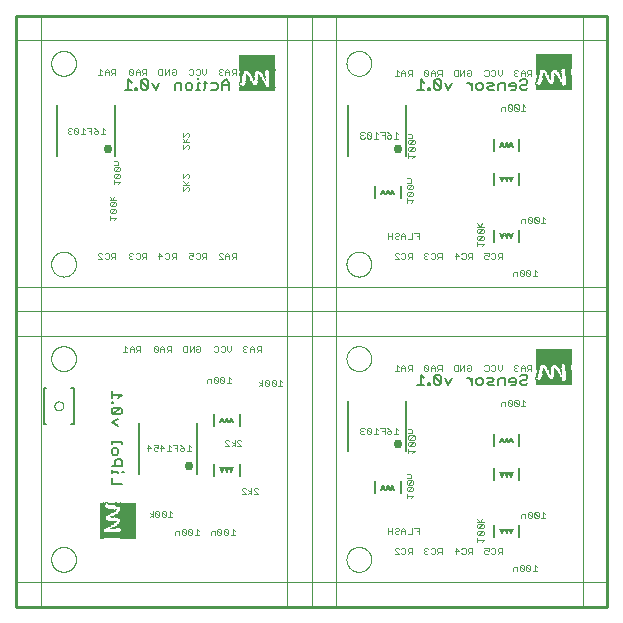
<source format=gbo>
G75*
%MOIN*%
%OFA0B0*%
%FSLAX25Y25*%
%IPPOS*%
%LPD*%
%AMOC8*
5,1,8,0,0,1.08239X$1,22.5*
%
%ADD10C,0.01000*%
%ADD11C,0.00394*%
%ADD12C,0.00000*%
%ADD13C,0.00400*%
%ADD14C,0.00600*%
%ADD15R,0.11811X0.00024*%
%ADD16R,0.09024X0.00024*%
%ADD17R,0.02504X0.00024*%
%ADD18R,0.08929X0.00024*%
%ADD19R,0.02409X0.00024*%
%ADD20R,0.08858X0.00024*%
%ADD21R,0.02362X0.00024*%
%ADD22R,0.08811X0.00024*%
%ADD23R,0.02315X0.00024*%
%ADD24R,0.08787X0.00024*%
%ADD25R,0.02268X0.00024*%
%ADD26R,0.08740X0.00024*%
%ADD27R,0.02244X0.00024*%
%ADD28R,0.08717X0.00024*%
%ADD29R,0.02220X0.00024*%
%ADD30R,0.08693X0.00024*%
%ADD31R,0.02197X0.00024*%
%ADD32R,0.02173X0.00024*%
%ADD33R,0.08669X0.00024*%
%ADD34R,0.02150X0.00024*%
%ADD35R,0.08646X0.00024*%
%ADD36R,0.02126X0.00024*%
%ADD37R,0.08622X0.00024*%
%ADD38R,0.02102X0.00024*%
%ADD39R,0.02079X0.00024*%
%ADD40R,0.00780X0.00024*%
%ADD41R,0.07535X0.00024*%
%ADD42R,0.00685X0.00024*%
%ADD43R,0.07417X0.00024*%
%ADD44R,0.00614X0.00024*%
%ADD45R,0.07346X0.00024*%
%ADD46R,0.02055X0.00024*%
%ADD47R,0.00567X0.00024*%
%ADD48R,0.07276X0.00024*%
%ADD49R,0.00520X0.00024*%
%ADD50R,0.07228X0.00024*%
%ADD51R,0.02031X0.00024*%
%ADD52R,0.00472X0.00024*%
%ADD53R,0.07181X0.00024*%
%ADD54R,0.00425X0.00024*%
%ADD55R,0.07157X0.00024*%
%ADD56R,0.00378X0.00024*%
%ADD57R,0.07110X0.00024*%
%ADD58R,0.02008X0.00024*%
%ADD59R,0.00354X0.00024*%
%ADD60R,0.07087X0.00024*%
%ADD61R,0.00331X0.00024*%
%ADD62R,0.03472X0.00024*%
%ADD63R,0.03331X0.00024*%
%ADD64R,0.00283X0.00024*%
%ADD65R,0.03354X0.00024*%
%ADD66R,0.03213X0.00024*%
%ADD67R,0.00260X0.00024*%
%ADD68R,0.03260X0.00024*%
%ADD69R,0.03142X0.00024*%
%ADD70R,0.01984X0.00024*%
%ADD71R,0.00236X0.00024*%
%ADD72R,0.03189X0.00024*%
%ADD73R,0.03071X0.00024*%
%ADD74R,0.00213X0.00024*%
%ADD75R,0.03118X0.00024*%
%ADD76R,0.03024X0.00024*%
%ADD77R,0.00189X0.00024*%
%ADD78R,0.03047X0.00024*%
%ADD79R,0.02976X0.00024*%
%ADD80R,0.00165X0.00024*%
%ADD81R,0.03000X0.00024*%
%ADD82R,0.02929X0.00024*%
%ADD83R,0.00142X0.00024*%
%ADD84R,0.02953X0.00024*%
%ADD85R,0.02882X0.00024*%
%ADD86R,0.00118X0.00024*%
%ADD87R,0.02906X0.00024*%
%ADD88R,0.02835X0.00024*%
%ADD89R,0.02858X0.00024*%
%ADD90R,0.02787X0.00024*%
%ADD91R,0.01961X0.00024*%
%ADD92R,0.00094X0.00024*%
%ADD93R,0.02811X0.00024*%
%ADD94R,0.02764X0.00024*%
%ADD95R,0.00071X0.00024*%
%ADD96R,0.02740X0.00024*%
%ADD97R,0.02717X0.00024*%
%ADD98R,0.02693X0.00024*%
%ADD99R,0.00047X0.00024*%
%ADD100R,0.02669X0.00024*%
%ADD101R,0.02646X0.00024*%
%ADD102R,0.02622X0.00024*%
%ADD103R,0.00024X0.00024*%
%ADD104R,0.02598X0.00024*%
%ADD105R,0.02575X0.00024*%
%ADD106R,0.02528X0.00024*%
%ADD107R,0.02480X0.00024*%
%ADD108R,0.02457X0.00024*%
%ADD109R,0.02433X0.00024*%
%ADD110R,0.02386X0.00024*%
%ADD111R,0.02291X0.00024*%
%ADD112R,0.02339X0.00024*%
%ADD113R,0.00307X0.00024*%
%ADD114R,0.00449X0.00024*%
%ADD115R,0.00496X0.00024*%
%ADD116R,0.00543X0.00024*%
%ADD117R,0.01937X0.00024*%
%ADD118R,0.01913X0.00024*%
%ADD119R,0.00591X0.00024*%
%ADD120R,0.01890X0.00024*%
%ADD121R,0.01866X0.00024*%
%ADD122R,0.00638X0.00024*%
%ADD123R,0.01843X0.00024*%
%ADD124R,0.01819X0.00024*%
%ADD125R,0.00661X0.00024*%
%ADD126R,0.01795X0.00024*%
%ADD127R,0.01772X0.00024*%
%ADD128R,0.01748X0.00024*%
%ADD129R,0.00709X0.00024*%
%ADD130R,0.01724X0.00024*%
%ADD131R,0.01701X0.00024*%
%ADD132R,0.00732X0.00024*%
%ADD133R,0.01677X0.00024*%
%ADD134R,0.01654X0.00024*%
%ADD135R,0.00756X0.00024*%
%ADD136R,0.01606X0.00024*%
%ADD137R,0.01583X0.00024*%
%ADD138R,0.01559X0.00024*%
%ADD139R,0.01535X0.00024*%
%ADD140R,0.00803X0.00024*%
%ADD141R,0.01512X0.00024*%
%ADD142R,0.01488X0.00024*%
%ADD143R,0.01630X0.00024*%
%ADD144R,0.01465X0.00024*%
%ADD145R,0.01441X0.00024*%
%ADD146R,0.00827X0.00024*%
%ADD147R,0.01417X0.00024*%
%ADD148R,0.01394X0.00024*%
%ADD149R,0.01370X0.00024*%
%ADD150R,0.00850X0.00024*%
%ADD151R,0.01346X0.00024*%
%ADD152R,0.01323X0.00024*%
%ADD153R,0.01299X0.00024*%
%ADD154R,0.01276X0.00024*%
%ADD155R,0.00874X0.00024*%
%ADD156R,0.01252X0.00024*%
%ADD157R,0.01228X0.00024*%
%ADD158R,0.00402X0.00024*%
%ADD159R,0.01181X0.00024*%
%ADD160R,0.00898X0.00024*%
%ADD161R,0.01157X0.00024*%
%ADD162R,0.01134X0.00024*%
%ADD163R,0.01110X0.00024*%
%ADD164R,0.01205X0.00024*%
%ADD165R,0.01087X0.00024*%
%ADD166R,0.01063X0.00024*%
%ADD167R,0.00921X0.00024*%
%ADD168R,0.01039X0.00024*%
%ADD169R,0.01016X0.00024*%
%ADD170R,0.00992X0.00024*%
%ADD171R,0.00969X0.00024*%
%ADD172R,0.00945X0.00024*%
%ADD173R,0.03283X0.00024*%
%ADD174R,0.03520X0.00024*%
%ADD175R,0.08433X0.00024*%
%ADD176R,0.08457X0.00024*%
%ADD177R,0.08480X0.00024*%
%ADD178R,0.08504X0.00024*%
%ADD179R,0.08528X0.00024*%
%ADD180R,0.08551X0.00024*%
%ADD181R,0.08575X0.00024*%
%ADD182R,0.08598X0.00024*%
%ADD183R,0.02551X0.00024*%
%ADD184R,0.08906X0.00024*%
%ADD185C,0.00300*%
%ADD186R,0.00024X0.11811*%
%ADD187R,0.00024X0.09024*%
%ADD188R,0.00024X0.02504*%
%ADD189R,0.00024X0.08929*%
%ADD190R,0.00024X0.02409*%
%ADD191R,0.00024X0.08858*%
%ADD192R,0.00024X0.02362*%
%ADD193R,0.00024X0.08811*%
%ADD194R,0.00024X0.02315*%
%ADD195R,0.00024X0.08787*%
%ADD196R,0.00024X0.02268*%
%ADD197R,0.00024X0.08740*%
%ADD198R,0.00024X0.02244*%
%ADD199R,0.00024X0.08717*%
%ADD200R,0.00024X0.02220*%
%ADD201R,0.00024X0.08693*%
%ADD202R,0.00024X0.02197*%
%ADD203R,0.00024X0.02173*%
%ADD204R,0.00024X0.08669*%
%ADD205R,0.00024X0.02150*%
%ADD206R,0.00024X0.08646*%
%ADD207R,0.00024X0.02126*%
%ADD208R,0.00024X0.08622*%
%ADD209R,0.00024X0.02102*%
%ADD210R,0.00024X0.02079*%
%ADD211R,0.00024X0.00780*%
%ADD212R,0.00024X0.07535*%
%ADD213R,0.00024X0.00685*%
%ADD214R,0.00024X0.07417*%
%ADD215R,0.00024X0.00614*%
%ADD216R,0.00024X0.07346*%
%ADD217R,0.00024X0.02055*%
%ADD218R,0.00024X0.00567*%
%ADD219R,0.00024X0.07276*%
%ADD220R,0.00024X0.00520*%
%ADD221R,0.00024X0.07228*%
%ADD222R,0.00024X0.02031*%
%ADD223R,0.00024X0.00472*%
%ADD224R,0.00024X0.07181*%
%ADD225R,0.00024X0.00425*%
%ADD226R,0.00024X0.07157*%
%ADD227R,0.00024X0.00378*%
%ADD228R,0.00024X0.07110*%
%ADD229R,0.00024X0.02008*%
%ADD230R,0.00024X0.00354*%
%ADD231R,0.00024X0.07087*%
%ADD232R,0.00024X0.00331*%
%ADD233R,0.00024X0.03472*%
%ADD234R,0.00024X0.03331*%
%ADD235R,0.00024X0.00283*%
%ADD236R,0.00024X0.03354*%
%ADD237R,0.00024X0.03213*%
%ADD238R,0.00024X0.00260*%
%ADD239R,0.00024X0.03260*%
%ADD240R,0.00024X0.03142*%
%ADD241R,0.00024X0.01984*%
%ADD242R,0.00024X0.00236*%
%ADD243R,0.00024X0.03189*%
%ADD244R,0.00024X0.03071*%
%ADD245R,0.00024X0.00213*%
%ADD246R,0.00024X0.03118*%
%ADD247R,0.00024X0.03024*%
%ADD248R,0.00024X0.00189*%
%ADD249R,0.00024X0.03047*%
%ADD250R,0.00024X0.02976*%
%ADD251R,0.00024X0.00165*%
%ADD252R,0.00024X0.03000*%
%ADD253R,0.00024X0.02929*%
%ADD254R,0.00024X0.00142*%
%ADD255R,0.00024X0.02953*%
%ADD256R,0.00024X0.02882*%
%ADD257R,0.00024X0.00118*%
%ADD258R,0.00024X0.02906*%
%ADD259R,0.00024X0.02835*%
%ADD260R,0.00024X0.02858*%
%ADD261R,0.00024X0.02787*%
%ADD262R,0.00024X0.01961*%
%ADD263R,0.00024X0.00094*%
%ADD264R,0.00024X0.02811*%
%ADD265R,0.00024X0.02764*%
%ADD266R,0.00024X0.00071*%
%ADD267R,0.00024X0.02740*%
%ADD268R,0.00024X0.02717*%
%ADD269R,0.00024X0.02693*%
%ADD270R,0.00024X0.00047*%
%ADD271R,0.00024X0.02669*%
%ADD272R,0.00024X0.02646*%
%ADD273R,0.00024X0.02622*%
%ADD274R,0.00024X0.02598*%
%ADD275R,0.00024X0.02575*%
%ADD276R,0.00024X0.02528*%
%ADD277R,0.00024X0.02480*%
%ADD278R,0.00024X0.02457*%
%ADD279R,0.00024X0.02433*%
%ADD280R,0.00024X0.02386*%
%ADD281R,0.00024X0.02291*%
%ADD282R,0.00024X0.02339*%
%ADD283R,0.00024X0.00307*%
%ADD284R,0.00024X0.00449*%
%ADD285R,0.00024X0.00496*%
%ADD286R,0.00024X0.00543*%
%ADD287R,0.00024X0.01937*%
%ADD288R,0.00024X0.01913*%
%ADD289R,0.00024X0.00591*%
%ADD290R,0.00024X0.01890*%
%ADD291R,0.00024X0.01866*%
%ADD292R,0.00024X0.00638*%
%ADD293R,0.00024X0.01843*%
%ADD294R,0.00024X0.01819*%
%ADD295R,0.00024X0.00661*%
%ADD296R,0.00024X0.01795*%
%ADD297R,0.00024X0.01772*%
%ADD298R,0.00024X0.01748*%
%ADD299R,0.00024X0.00709*%
%ADD300R,0.00024X0.01724*%
%ADD301R,0.00024X0.01701*%
%ADD302R,0.00024X0.00732*%
%ADD303R,0.00024X0.01677*%
%ADD304R,0.00024X0.01654*%
%ADD305R,0.00024X0.00756*%
%ADD306R,0.00024X0.01606*%
%ADD307R,0.00024X0.01583*%
%ADD308R,0.00024X0.01559*%
%ADD309R,0.00024X0.01535*%
%ADD310R,0.00024X0.00803*%
%ADD311R,0.00024X0.01512*%
%ADD312R,0.00024X0.01488*%
%ADD313R,0.00024X0.01630*%
%ADD314R,0.00024X0.01465*%
%ADD315R,0.00024X0.01441*%
%ADD316R,0.00024X0.00827*%
%ADD317R,0.00024X0.01417*%
%ADD318R,0.00024X0.01394*%
%ADD319R,0.00024X0.01370*%
%ADD320R,0.00024X0.00850*%
%ADD321R,0.00024X0.01346*%
%ADD322R,0.00024X0.01323*%
%ADD323R,0.00024X0.01299*%
%ADD324R,0.00024X0.01276*%
%ADD325R,0.00024X0.00874*%
%ADD326R,0.00024X0.01252*%
%ADD327R,0.00024X0.01228*%
%ADD328R,0.00024X0.00402*%
%ADD329R,0.00024X0.01181*%
%ADD330R,0.00024X0.00898*%
%ADD331R,0.00024X0.01157*%
%ADD332R,0.00024X0.01134*%
%ADD333R,0.00024X0.01110*%
%ADD334R,0.00024X0.01205*%
%ADD335R,0.00024X0.01087*%
%ADD336R,0.00024X0.01063*%
%ADD337R,0.00024X0.00921*%
%ADD338R,0.00024X0.01039*%
%ADD339R,0.00024X0.01016*%
%ADD340R,0.00024X0.00992*%
%ADD341R,0.00024X0.00969*%
%ADD342R,0.00024X0.00945*%
%ADD343R,0.00024X0.03283*%
%ADD344R,0.00024X0.03520*%
%ADD345R,0.00024X0.08433*%
%ADD346R,0.00024X0.08457*%
%ADD347R,0.00024X0.08480*%
%ADD348R,0.00024X0.08504*%
%ADD349R,0.00024X0.08528*%
%ADD350R,0.00024X0.08551*%
%ADD351R,0.00024X0.08575*%
%ADD352R,0.00024X0.08598*%
%ADD353R,0.00024X0.02551*%
%ADD354R,0.00024X0.08906*%
%ADD355C,0.00800*%
%ADD356C,0.02953*%
%ADD357C,0.00500*%
D10*
X0001500Y0001500D02*
X0198350Y0001500D01*
X0198350Y0198350D01*
X0001500Y0198350D01*
X0001500Y0001500D01*
D11*
X0001500Y0009571D02*
X0198350Y0009571D01*
X0190280Y0001500D02*
X0190280Y0198350D01*
X0198350Y0190280D02*
X0001500Y0190280D01*
X0009571Y0198350D02*
X0009571Y0001500D01*
X0091854Y0001500D02*
X0091854Y0198350D01*
X0099925Y0198350D02*
X0099925Y0001500D01*
X0107996Y0001500D02*
X0107996Y0198350D01*
X0198350Y0107996D02*
X0001500Y0107996D01*
X0001500Y0099925D02*
X0198350Y0099925D01*
X0198350Y0091854D02*
X0001500Y0091854D01*
D12*
X0013114Y0084177D02*
X0013116Y0084305D01*
X0013122Y0084433D01*
X0013132Y0084560D01*
X0013146Y0084688D01*
X0013163Y0084814D01*
X0013185Y0084940D01*
X0013211Y0085066D01*
X0013240Y0085190D01*
X0013273Y0085314D01*
X0013310Y0085436D01*
X0013351Y0085557D01*
X0013396Y0085677D01*
X0013444Y0085796D01*
X0013496Y0085913D01*
X0013552Y0086028D01*
X0013611Y0086142D01*
X0013673Y0086253D01*
X0013739Y0086363D01*
X0013808Y0086470D01*
X0013881Y0086576D01*
X0013957Y0086679D01*
X0014036Y0086779D01*
X0014118Y0086878D01*
X0014203Y0086973D01*
X0014291Y0087066D01*
X0014382Y0087156D01*
X0014475Y0087243D01*
X0014572Y0087328D01*
X0014670Y0087409D01*
X0014772Y0087487D01*
X0014875Y0087562D01*
X0014981Y0087634D01*
X0015089Y0087703D01*
X0015199Y0087768D01*
X0015312Y0087829D01*
X0015426Y0087888D01*
X0015541Y0087942D01*
X0015659Y0087993D01*
X0015777Y0088041D01*
X0015898Y0088084D01*
X0016019Y0088124D01*
X0016142Y0088160D01*
X0016266Y0088193D01*
X0016391Y0088221D01*
X0016516Y0088246D01*
X0016642Y0088266D01*
X0016769Y0088283D01*
X0016897Y0088296D01*
X0017024Y0088305D01*
X0017152Y0088310D01*
X0017280Y0088311D01*
X0017408Y0088308D01*
X0017536Y0088301D01*
X0017663Y0088290D01*
X0017790Y0088275D01*
X0017917Y0088257D01*
X0018043Y0088234D01*
X0018168Y0088207D01*
X0018292Y0088177D01*
X0018415Y0088143D01*
X0018538Y0088105D01*
X0018659Y0088063D01*
X0018778Y0088017D01*
X0018896Y0087968D01*
X0019013Y0087915D01*
X0019128Y0087859D01*
X0019241Y0087799D01*
X0019352Y0087736D01*
X0019461Y0087669D01*
X0019568Y0087599D01*
X0019673Y0087525D01*
X0019775Y0087449D01*
X0019875Y0087369D01*
X0019973Y0087286D01*
X0020068Y0087200D01*
X0020160Y0087111D01*
X0020249Y0087020D01*
X0020336Y0086926D01*
X0020419Y0086829D01*
X0020500Y0086729D01*
X0020577Y0086628D01*
X0020652Y0086523D01*
X0020723Y0086417D01*
X0020790Y0086308D01*
X0020855Y0086198D01*
X0020915Y0086085D01*
X0020973Y0085971D01*
X0021026Y0085855D01*
X0021076Y0085737D01*
X0021123Y0085618D01*
X0021166Y0085497D01*
X0021205Y0085375D01*
X0021240Y0085252D01*
X0021271Y0085128D01*
X0021299Y0085003D01*
X0021322Y0084877D01*
X0021342Y0084751D01*
X0021358Y0084624D01*
X0021370Y0084497D01*
X0021378Y0084369D01*
X0021382Y0084241D01*
X0021382Y0084113D01*
X0021378Y0083985D01*
X0021370Y0083857D01*
X0021358Y0083730D01*
X0021342Y0083603D01*
X0021322Y0083477D01*
X0021299Y0083351D01*
X0021271Y0083226D01*
X0021240Y0083102D01*
X0021205Y0082979D01*
X0021166Y0082857D01*
X0021123Y0082736D01*
X0021076Y0082617D01*
X0021026Y0082499D01*
X0020973Y0082383D01*
X0020915Y0082269D01*
X0020855Y0082156D01*
X0020790Y0082046D01*
X0020723Y0081937D01*
X0020652Y0081831D01*
X0020577Y0081726D01*
X0020500Y0081625D01*
X0020419Y0081525D01*
X0020336Y0081428D01*
X0020249Y0081334D01*
X0020160Y0081243D01*
X0020068Y0081154D01*
X0019973Y0081068D01*
X0019875Y0080985D01*
X0019775Y0080905D01*
X0019673Y0080829D01*
X0019568Y0080755D01*
X0019461Y0080685D01*
X0019352Y0080618D01*
X0019241Y0080555D01*
X0019128Y0080495D01*
X0019013Y0080439D01*
X0018896Y0080386D01*
X0018778Y0080337D01*
X0018659Y0080291D01*
X0018538Y0080249D01*
X0018415Y0080211D01*
X0018292Y0080177D01*
X0018168Y0080147D01*
X0018043Y0080120D01*
X0017917Y0080097D01*
X0017790Y0080079D01*
X0017663Y0080064D01*
X0017536Y0080053D01*
X0017408Y0080046D01*
X0017280Y0080043D01*
X0017152Y0080044D01*
X0017024Y0080049D01*
X0016897Y0080058D01*
X0016769Y0080071D01*
X0016642Y0080088D01*
X0016516Y0080108D01*
X0016391Y0080133D01*
X0016266Y0080161D01*
X0016142Y0080194D01*
X0016019Y0080230D01*
X0015898Y0080270D01*
X0015777Y0080313D01*
X0015659Y0080361D01*
X0015541Y0080412D01*
X0015426Y0080466D01*
X0015312Y0080525D01*
X0015199Y0080586D01*
X0015089Y0080651D01*
X0014981Y0080720D01*
X0014875Y0080792D01*
X0014772Y0080867D01*
X0014670Y0080945D01*
X0014572Y0081026D01*
X0014475Y0081111D01*
X0014382Y0081198D01*
X0014291Y0081288D01*
X0014203Y0081381D01*
X0014118Y0081476D01*
X0014036Y0081575D01*
X0013957Y0081675D01*
X0013881Y0081778D01*
X0013808Y0081884D01*
X0013739Y0081991D01*
X0013673Y0082101D01*
X0013611Y0082212D01*
X0013552Y0082326D01*
X0013496Y0082441D01*
X0013444Y0082558D01*
X0013396Y0082677D01*
X0013351Y0082797D01*
X0013310Y0082918D01*
X0013273Y0083040D01*
X0013240Y0083164D01*
X0013211Y0083288D01*
X0013185Y0083414D01*
X0013163Y0083540D01*
X0013146Y0083666D01*
X0013132Y0083794D01*
X0013122Y0083921D01*
X0013116Y0084049D01*
X0013114Y0084177D01*
X0014197Y0068429D02*
X0014199Y0068506D01*
X0014205Y0068582D01*
X0014215Y0068658D01*
X0014229Y0068733D01*
X0014246Y0068808D01*
X0014268Y0068881D01*
X0014293Y0068954D01*
X0014323Y0069025D01*
X0014355Y0069094D01*
X0014392Y0069161D01*
X0014431Y0069227D01*
X0014474Y0069290D01*
X0014521Y0069351D01*
X0014570Y0069410D01*
X0014623Y0069466D01*
X0014678Y0069519D01*
X0014736Y0069569D01*
X0014796Y0069616D01*
X0014859Y0069660D01*
X0014924Y0069701D01*
X0014991Y0069738D01*
X0015060Y0069772D01*
X0015130Y0069802D01*
X0015202Y0069828D01*
X0015276Y0069850D01*
X0015350Y0069869D01*
X0015425Y0069884D01*
X0015501Y0069895D01*
X0015577Y0069902D01*
X0015654Y0069905D01*
X0015730Y0069904D01*
X0015807Y0069899D01*
X0015883Y0069890D01*
X0015959Y0069877D01*
X0016033Y0069860D01*
X0016107Y0069840D01*
X0016180Y0069815D01*
X0016251Y0069787D01*
X0016321Y0069755D01*
X0016389Y0069720D01*
X0016455Y0069681D01*
X0016519Y0069639D01*
X0016580Y0069593D01*
X0016640Y0069544D01*
X0016696Y0069493D01*
X0016750Y0069438D01*
X0016801Y0069381D01*
X0016849Y0069321D01*
X0016894Y0069259D01*
X0016935Y0069194D01*
X0016973Y0069128D01*
X0017008Y0069060D01*
X0017038Y0068989D01*
X0017066Y0068918D01*
X0017089Y0068845D01*
X0017109Y0068771D01*
X0017125Y0068696D01*
X0017137Y0068620D01*
X0017145Y0068544D01*
X0017149Y0068467D01*
X0017149Y0068391D01*
X0017145Y0068314D01*
X0017137Y0068238D01*
X0017125Y0068162D01*
X0017109Y0068087D01*
X0017089Y0068013D01*
X0017066Y0067940D01*
X0017038Y0067869D01*
X0017008Y0067798D01*
X0016973Y0067730D01*
X0016935Y0067664D01*
X0016894Y0067599D01*
X0016849Y0067537D01*
X0016801Y0067477D01*
X0016750Y0067420D01*
X0016696Y0067365D01*
X0016640Y0067314D01*
X0016580Y0067265D01*
X0016519Y0067219D01*
X0016455Y0067177D01*
X0016389Y0067138D01*
X0016321Y0067103D01*
X0016251Y0067071D01*
X0016180Y0067043D01*
X0016107Y0067018D01*
X0016033Y0066998D01*
X0015959Y0066981D01*
X0015883Y0066968D01*
X0015807Y0066959D01*
X0015730Y0066954D01*
X0015654Y0066953D01*
X0015577Y0066956D01*
X0015501Y0066963D01*
X0015425Y0066974D01*
X0015350Y0066989D01*
X0015276Y0067008D01*
X0015202Y0067030D01*
X0015130Y0067056D01*
X0015060Y0067086D01*
X0014991Y0067120D01*
X0014924Y0067157D01*
X0014859Y0067198D01*
X0014796Y0067242D01*
X0014736Y0067289D01*
X0014678Y0067339D01*
X0014623Y0067392D01*
X0014570Y0067448D01*
X0014521Y0067507D01*
X0014474Y0067568D01*
X0014431Y0067631D01*
X0014392Y0067697D01*
X0014355Y0067764D01*
X0014323Y0067833D01*
X0014293Y0067904D01*
X0014268Y0067977D01*
X0014246Y0068050D01*
X0014229Y0068125D01*
X0014215Y0068200D01*
X0014205Y0068276D01*
X0014199Y0068352D01*
X0014197Y0068429D01*
X0013114Y0115673D02*
X0013116Y0115801D01*
X0013122Y0115929D01*
X0013132Y0116056D01*
X0013146Y0116184D01*
X0013163Y0116310D01*
X0013185Y0116436D01*
X0013211Y0116562D01*
X0013240Y0116686D01*
X0013273Y0116810D01*
X0013310Y0116932D01*
X0013351Y0117053D01*
X0013396Y0117173D01*
X0013444Y0117292D01*
X0013496Y0117409D01*
X0013552Y0117524D01*
X0013611Y0117638D01*
X0013673Y0117749D01*
X0013739Y0117859D01*
X0013808Y0117966D01*
X0013881Y0118072D01*
X0013957Y0118175D01*
X0014036Y0118275D01*
X0014118Y0118374D01*
X0014203Y0118469D01*
X0014291Y0118562D01*
X0014382Y0118652D01*
X0014475Y0118739D01*
X0014572Y0118824D01*
X0014670Y0118905D01*
X0014772Y0118983D01*
X0014875Y0119058D01*
X0014981Y0119130D01*
X0015089Y0119199D01*
X0015199Y0119264D01*
X0015312Y0119325D01*
X0015426Y0119384D01*
X0015541Y0119438D01*
X0015659Y0119489D01*
X0015777Y0119537D01*
X0015898Y0119580D01*
X0016019Y0119620D01*
X0016142Y0119656D01*
X0016266Y0119689D01*
X0016391Y0119717D01*
X0016516Y0119742D01*
X0016642Y0119762D01*
X0016769Y0119779D01*
X0016897Y0119792D01*
X0017024Y0119801D01*
X0017152Y0119806D01*
X0017280Y0119807D01*
X0017408Y0119804D01*
X0017536Y0119797D01*
X0017663Y0119786D01*
X0017790Y0119771D01*
X0017917Y0119753D01*
X0018043Y0119730D01*
X0018168Y0119703D01*
X0018292Y0119673D01*
X0018415Y0119639D01*
X0018538Y0119601D01*
X0018659Y0119559D01*
X0018778Y0119513D01*
X0018896Y0119464D01*
X0019013Y0119411D01*
X0019128Y0119355D01*
X0019241Y0119295D01*
X0019352Y0119232D01*
X0019461Y0119165D01*
X0019568Y0119095D01*
X0019673Y0119021D01*
X0019775Y0118945D01*
X0019875Y0118865D01*
X0019973Y0118782D01*
X0020068Y0118696D01*
X0020160Y0118607D01*
X0020249Y0118516D01*
X0020336Y0118422D01*
X0020419Y0118325D01*
X0020500Y0118225D01*
X0020577Y0118124D01*
X0020652Y0118019D01*
X0020723Y0117913D01*
X0020790Y0117804D01*
X0020855Y0117694D01*
X0020915Y0117581D01*
X0020973Y0117467D01*
X0021026Y0117351D01*
X0021076Y0117233D01*
X0021123Y0117114D01*
X0021166Y0116993D01*
X0021205Y0116871D01*
X0021240Y0116748D01*
X0021271Y0116624D01*
X0021299Y0116499D01*
X0021322Y0116373D01*
X0021342Y0116247D01*
X0021358Y0116120D01*
X0021370Y0115993D01*
X0021378Y0115865D01*
X0021382Y0115737D01*
X0021382Y0115609D01*
X0021378Y0115481D01*
X0021370Y0115353D01*
X0021358Y0115226D01*
X0021342Y0115099D01*
X0021322Y0114973D01*
X0021299Y0114847D01*
X0021271Y0114722D01*
X0021240Y0114598D01*
X0021205Y0114475D01*
X0021166Y0114353D01*
X0021123Y0114232D01*
X0021076Y0114113D01*
X0021026Y0113995D01*
X0020973Y0113879D01*
X0020915Y0113765D01*
X0020855Y0113652D01*
X0020790Y0113542D01*
X0020723Y0113433D01*
X0020652Y0113327D01*
X0020577Y0113222D01*
X0020500Y0113121D01*
X0020419Y0113021D01*
X0020336Y0112924D01*
X0020249Y0112830D01*
X0020160Y0112739D01*
X0020068Y0112650D01*
X0019973Y0112564D01*
X0019875Y0112481D01*
X0019775Y0112401D01*
X0019673Y0112325D01*
X0019568Y0112251D01*
X0019461Y0112181D01*
X0019352Y0112114D01*
X0019241Y0112051D01*
X0019128Y0111991D01*
X0019013Y0111935D01*
X0018896Y0111882D01*
X0018778Y0111833D01*
X0018659Y0111787D01*
X0018538Y0111745D01*
X0018415Y0111707D01*
X0018292Y0111673D01*
X0018168Y0111643D01*
X0018043Y0111616D01*
X0017917Y0111593D01*
X0017790Y0111575D01*
X0017663Y0111560D01*
X0017536Y0111549D01*
X0017408Y0111542D01*
X0017280Y0111539D01*
X0017152Y0111540D01*
X0017024Y0111545D01*
X0016897Y0111554D01*
X0016769Y0111567D01*
X0016642Y0111584D01*
X0016516Y0111604D01*
X0016391Y0111629D01*
X0016266Y0111657D01*
X0016142Y0111690D01*
X0016019Y0111726D01*
X0015898Y0111766D01*
X0015777Y0111809D01*
X0015659Y0111857D01*
X0015541Y0111908D01*
X0015426Y0111962D01*
X0015312Y0112021D01*
X0015199Y0112082D01*
X0015089Y0112147D01*
X0014981Y0112216D01*
X0014875Y0112288D01*
X0014772Y0112363D01*
X0014670Y0112441D01*
X0014572Y0112522D01*
X0014475Y0112607D01*
X0014382Y0112694D01*
X0014291Y0112784D01*
X0014203Y0112877D01*
X0014118Y0112972D01*
X0014036Y0113071D01*
X0013957Y0113171D01*
X0013881Y0113274D01*
X0013808Y0113380D01*
X0013739Y0113487D01*
X0013673Y0113597D01*
X0013611Y0113708D01*
X0013552Y0113822D01*
X0013496Y0113937D01*
X0013444Y0114054D01*
X0013396Y0114173D01*
X0013351Y0114293D01*
X0013310Y0114414D01*
X0013273Y0114536D01*
X0013240Y0114660D01*
X0013211Y0114784D01*
X0013185Y0114910D01*
X0013163Y0115036D01*
X0013146Y0115162D01*
X0013132Y0115290D01*
X0013122Y0115417D01*
X0013116Y0115545D01*
X0013114Y0115673D01*
X0013114Y0182602D02*
X0013116Y0182730D01*
X0013122Y0182858D01*
X0013132Y0182985D01*
X0013146Y0183113D01*
X0013163Y0183239D01*
X0013185Y0183365D01*
X0013211Y0183491D01*
X0013240Y0183615D01*
X0013273Y0183739D01*
X0013310Y0183861D01*
X0013351Y0183982D01*
X0013396Y0184102D01*
X0013444Y0184221D01*
X0013496Y0184338D01*
X0013552Y0184453D01*
X0013611Y0184567D01*
X0013673Y0184678D01*
X0013739Y0184788D01*
X0013808Y0184895D01*
X0013881Y0185001D01*
X0013957Y0185104D01*
X0014036Y0185204D01*
X0014118Y0185303D01*
X0014203Y0185398D01*
X0014291Y0185491D01*
X0014382Y0185581D01*
X0014475Y0185668D01*
X0014572Y0185753D01*
X0014670Y0185834D01*
X0014772Y0185912D01*
X0014875Y0185987D01*
X0014981Y0186059D01*
X0015089Y0186128D01*
X0015199Y0186193D01*
X0015312Y0186254D01*
X0015426Y0186313D01*
X0015541Y0186367D01*
X0015659Y0186418D01*
X0015777Y0186466D01*
X0015898Y0186509D01*
X0016019Y0186549D01*
X0016142Y0186585D01*
X0016266Y0186618D01*
X0016391Y0186646D01*
X0016516Y0186671D01*
X0016642Y0186691D01*
X0016769Y0186708D01*
X0016897Y0186721D01*
X0017024Y0186730D01*
X0017152Y0186735D01*
X0017280Y0186736D01*
X0017408Y0186733D01*
X0017536Y0186726D01*
X0017663Y0186715D01*
X0017790Y0186700D01*
X0017917Y0186682D01*
X0018043Y0186659D01*
X0018168Y0186632D01*
X0018292Y0186602D01*
X0018415Y0186568D01*
X0018538Y0186530D01*
X0018659Y0186488D01*
X0018778Y0186442D01*
X0018896Y0186393D01*
X0019013Y0186340D01*
X0019128Y0186284D01*
X0019241Y0186224D01*
X0019352Y0186161D01*
X0019461Y0186094D01*
X0019568Y0186024D01*
X0019673Y0185950D01*
X0019775Y0185874D01*
X0019875Y0185794D01*
X0019973Y0185711D01*
X0020068Y0185625D01*
X0020160Y0185536D01*
X0020249Y0185445D01*
X0020336Y0185351D01*
X0020419Y0185254D01*
X0020500Y0185154D01*
X0020577Y0185053D01*
X0020652Y0184948D01*
X0020723Y0184842D01*
X0020790Y0184733D01*
X0020855Y0184623D01*
X0020915Y0184510D01*
X0020973Y0184396D01*
X0021026Y0184280D01*
X0021076Y0184162D01*
X0021123Y0184043D01*
X0021166Y0183922D01*
X0021205Y0183800D01*
X0021240Y0183677D01*
X0021271Y0183553D01*
X0021299Y0183428D01*
X0021322Y0183302D01*
X0021342Y0183176D01*
X0021358Y0183049D01*
X0021370Y0182922D01*
X0021378Y0182794D01*
X0021382Y0182666D01*
X0021382Y0182538D01*
X0021378Y0182410D01*
X0021370Y0182282D01*
X0021358Y0182155D01*
X0021342Y0182028D01*
X0021322Y0181902D01*
X0021299Y0181776D01*
X0021271Y0181651D01*
X0021240Y0181527D01*
X0021205Y0181404D01*
X0021166Y0181282D01*
X0021123Y0181161D01*
X0021076Y0181042D01*
X0021026Y0180924D01*
X0020973Y0180808D01*
X0020915Y0180694D01*
X0020855Y0180581D01*
X0020790Y0180471D01*
X0020723Y0180362D01*
X0020652Y0180256D01*
X0020577Y0180151D01*
X0020500Y0180050D01*
X0020419Y0179950D01*
X0020336Y0179853D01*
X0020249Y0179759D01*
X0020160Y0179668D01*
X0020068Y0179579D01*
X0019973Y0179493D01*
X0019875Y0179410D01*
X0019775Y0179330D01*
X0019673Y0179254D01*
X0019568Y0179180D01*
X0019461Y0179110D01*
X0019352Y0179043D01*
X0019241Y0178980D01*
X0019128Y0178920D01*
X0019013Y0178864D01*
X0018896Y0178811D01*
X0018778Y0178762D01*
X0018659Y0178716D01*
X0018538Y0178674D01*
X0018415Y0178636D01*
X0018292Y0178602D01*
X0018168Y0178572D01*
X0018043Y0178545D01*
X0017917Y0178522D01*
X0017790Y0178504D01*
X0017663Y0178489D01*
X0017536Y0178478D01*
X0017408Y0178471D01*
X0017280Y0178468D01*
X0017152Y0178469D01*
X0017024Y0178474D01*
X0016897Y0178483D01*
X0016769Y0178496D01*
X0016642Y0178513D01*
X0016516Y0178533D01*
X0016391Y0178558D01*
X0016266Y0178586D01*
X0016142Y0178619D01*
X0016019Y0178655D01*
X0015898Y0178695D01*
X0015777Y0178738D01*
X0015659Y0178786D01*
X0015541Y0178837D01*
X0015426Y0178891D01*
X0015312Y0178950D01*
X0015199Y0179011D01*
X0015089Y0179076D01*
X0014981Y0179145D01*
X0014875Y0179217D01*
X0014772Y0179292D01*
X0014670Y0179370D01*
X0014572Y0179451D01*
X0014475Y0179536D01*
X0014382Y0179623D01*
X0014291Y0179713D01*
X0014203Y0179806D01*
X0014118Y0179901D01*
X0014036Y0180000D01*
X0013957Y0180100D01*
X0013881Y0180203D01*
X0013808Y0180309D01*
X0013739Y0180416D01*
X0013673Y0180526D01*
X0013611Y0180637D01*
X0013552Y0180751D01*
X0013496Y0180866D01*
X0013444Y0180983D01*
X0013396Y0181102D01*
X0013351Y0181222D01*
X0013310Y0181343D01*
X0013273Y0181465D01*
X0013240Y0181589D01*
X0013211Y0181713D01*
X0013185Y0181839D01*
X0013163Y0181965D01*
X0013146Y0182091D01*
X0013132Y0182219D01*
X0013122Y0182346D01*
X0013116Y0182474D01*
X0013114Y0182602D01*
X0111539Y0182602D02*
X0111541Y0182730D01*
X0111547Y0182858D01*
X0111557Y0182985D01*
X0111571Y0183113D01*
X0111588Y0183239D01*
X0111610Y0183365D01*
X0111636Y0183491D01*
X0111665Y0183615D01*
X0111698Y0183739D01*
X0111735Y0183861D01*
X0111776Y0183982D01*
X0111821Y0184102D01*
X0111869Y0184221D01*
X0111921Y0184338D01*
X0111977Y0184453D01*
X0112036Y0184567D01*
X0112098Y0184678D01*
X0112164Y0184788D01*
X0112233Y0184895D01*
X0112306Y0185001D01*
X0112382Y0185104D01*
X0112461Y0185204D01*
X0112543Y0185303D01*
X0112628Y0185398D01*
X0112716Y0185491D01*
X0112807Y0185581D01*
X0112900Y0185668D01*
X0112997Y0185753D01*
X0113095Y0185834D01*
X0113197Y0185912D01*
X0113300Y0185987D01*
X0113406Y0186059D01*
X0113514Y0186128D01*
X0113624Y0186193D01*
X0113737Y0186254D01*
X0113851Y0186313D01*
X0113966Y0186367D01*
X0114084Y0186418D01*
X0114202Y0186466D01*
X0114323Y0186509D01*
X0114444Y0186549D01*
X0114567Y0186585D01*
X0114691Y0186618D01*
X0114816Y0186646D01*
X0114941Y0186671D01*
X0115067Y0186691D01*
X0115194Y0186708D01*
X0115322Y0186721D01*
X0115449Y0186730D01*
X0115577Y0186735D01*
X0115705Y0186736D01*
X0115833Y0186733D01*
X0115961Y0186726D01*
X0116088Y0186715D01*
X0116215Y0186700D01*
X0116342Y0186682D01*
X0116468Y0186659D01*
X0116593Y0186632D01*
X0116717Y0186602D01*
X0116840Y0186568D01*
X0116963Y0186530D01*
X0117084Y0186488D01*
X0117203Y0186442D01*
X0117321Y0186393D01*
X0117438Y0186340D01*
X0117553Y0186284D01*
X0117666Y0186224D01*
X0117777Y0186161D01*
X0117886Y0186094D01*
X0117993Y0186024D01*
X0118098Y0185950D01*
X0118200Y0185874D01*
X0118300Y0185794D01*
X0118398Y0185711D01*
X0118493Y0185625D01*
X0118585Y0185536D01*
X0118674Y0185445D01*
X0118761Y0185351D01*
X0118844Y0185254D01*
X0118925Y0185154D01*
X0119002Y0185053D01*
X0119077Y0184948D01*
X0119148Y0184842D01*
X0119215Y0184733D01*
X0119280Y0184623D01*
X0119340Y0184510D01*
X0119398Y0184396D01*
X0119451Y0184280D01*
X0119501Y0184162D01*
X0119548Y0184043D01*
X0119591Y0183922D01*
X0119630Y0183800D01*
X0119665Y0183677D01*
X0119696Y0183553D01*
X0119724Y0183428D01*
X0119747Y0183302D01*
X0119767Y0183176D01*
X0119783Y0183049D01*
X0119795Y0182922D01*
X0119803Y0182794D01*
X0119807Y0182666D01*
X0119807Y0182538D01*
X0119803Y0182410D01*
X0119795Y0182282D01*
X0119783Y0182155D01*
X0119767Y0182028D01*
X0119747Y0181902D01*
X0119724Y0181776D01*
X0119696Y0181651D01*
X0119665Y0181527D01*
X0119630Y0181404D01*
X0119591Y0181282D01*
X0119548Y0181161D01*
X0119501Y0181042D01*
X0119451Y0180924D01*
X0119398Y0180808D01*
X0119340Y0180694D01*
X0119280Y0180581D01*
X0119215Y0180471D01*
X0119148Y0180362D01*
X0119077Y0180256D01*
X0119002Y0180151D01*
X0118925Y0180050D01*
X0118844Y0179950D01*
X0118761Y0179853D01*
X0118674Y0179759D01*
X0118585Y0179668D01*
X0118493Y0179579D01*
X0118398Y0179493D01*
X0118300Y0179410D01*
X0118200Y0179330D01*
X0118098Y0179254D01*
X0117993Y0179180D01*
X0117886Y0179110D01*
X0117777Y0179043D01*
X0117666Y0178980D01*
X0117553Y0178920D01*
X0117438Y0178864D01*
X0117321Y0178811D01*
X0117203Y0178762D01*
X0117084Y0178716D01*
X0116963Y0178674D01*
X0116840Y0178636D01*
X0116717Y0178602D01*
X0116593Y0178572D01*
X0116468Y0178545D01*
X0116342Y0178522D01*
X0116215Y0178504D01*
X0116088Y0178489D01*
X0115961Y0178478D01*
X0115833Y0178471D01*
X0115705Y0178468D01*
X0115577Y0178469D01*
X0115449Y0178474D01*
X0115322Y0178483D01*
X0115194Y0178496D01*
X0115067Y0178513D01*
X0114941Y0178533D01*
X0114816Y0178558D01*
X0114691Y0178586D01*
X0114567Y0178619D01*
X0114444Y0178655D01*
X0114323Y0178695D01*
X0114202Y0178738D01*
X0114084Y0178786D01*
X0113966Y0178837D01*
X0113851Y0178891D01*
X0113737Y0178950D01*
X0113624Y0179011D01*
X0113514Y0179076D01*
X0113406Y0179145D01*
X0113300Y0179217D01*
X0113197Y0179292D01*
X0113095Y0179370D01*
X0112997Y0179451D01*
X0112900Y0179536D01*
X0112807Y0179623D01*
X0112716Y0179713D01*
X0112628Y0179806D01*
X0112543Y0179901D01*
X0112461Y0180000D01*
X0112382Y0180100D01*
X0112306Y0180203D01*
X0112233Y0180309D01*
X0112164Y0180416D01*
X0112098Y0180526D01*
X0112036Y0180637D01*
X0111977Y0180751D01*
X0111921Y0180866D01*
X0111869Y0180983D01*
X0111821Y0181102D01*
X0111776Y0181222D01*
X0111735Y0181343D01*
X0111698Y0181465D01*
X0111665Y0181589D01*
X0111636Y0181713D01*
X0111610Y0181839D01*
X0111588Y0181965D01*
X0111571Y0182091D01*
X0111557Y0182219D01*
X0111547Y0182346D01*
X0111541Y0182474D01*
X0111539Y0182602D01*
X0111539Y0115673D02*
X0111541Y0115801D01*
X0111547Y0115929D01*
X0111557Y0116056D01*
X0111571Y0116184D01*
X0111588Y0116310D01*
X0111610Y0116436D01*
X0111636Y0116562D01*
X0111665Y0116686D01*
X0111698Y0116810D01*
X0111735Y0116932D01*
X0111776Y0117053D01*
X0111821Y0117173D01*
X0111869Y0117292D01*
X0111921Y0117409D01*
X0111977Y0117524D01*
X0112036Y0117638D01*
X0112098Y0117749D01*
X0112164Y0117859D01*
X0112233Y0117966D01*
X0112306Y0118072D01*
X0112382Y0118175D01*
X0112461Y0118275D01*
X0112543Y0118374D01*
X0112628Y0118469D01*
X0112716Y0118562D01*
X0112807Y0118652D01*
X0112900Y0118739D01*
X0112997Y0118824D01*
X0113095Y0118905D01*
X0113197Y0118983D01*
X0113300Y0119058D01*
X0113406Y0119130D01*
X0113514Y0119199D01*
X0113624Y0119264D01*
X0113737Y0119325D01*
X0113851Y0119384D01*
X0113966Y0119438D01*
X0114084Y0119489D01*
X0114202Y0119537D01*
X0114323Y0119580D01*
X0114444Y0119620D01*
X0114567Y0119656D01*
X0114691Y0119689D01*
X0114816Y0119717D01*
X0114941Y0119742D01*
X0115067Y0119762D01*
X0115194Y0119779D01*
X0115322Y0119792D01*
X0115449Y0119801D01*
X0115577Y0119806D01*
X0115705Y0119807D01*
X0115833Y0119804D01*
X0115961Y0119797D01*
X0116088Y0119786D01*
X0116215Y0119771D01*
X0116342Y0119753D01*
X0116468Y0119730D01*
X0116593Y0119703D01*
X0116717Y0119673D01*
X0116840Y0119639D01*
X0116963Y0119601D01*
X0117084Y0119559D01*
X0117203Y0119513D01*
X0117321Y0119464D01*
X0117438Y0119411D01*
X0117553Y0119355D01*
X0117666Y0119295D01*
X0117777Y0119232D01*
X0117886Y0119165D01*
X0117993Y0119095D01*
X0118098Y0119021D01*
X0118200Y0118945D01*
X0118300Y0118865D01*
X0118398Y0118782D01*
X0118493Y0118696D01*
X0118585Y0118607D01*
X0118674Y0118516D01*
X0118761Y0118422D01*
X0118844Y0118325D01*
X0118925Y0118225D01*
X0119002Y0118124D01*
X0119077Y0118019D01*
X0119148Y0117913D01*
X0119215Y0117804D01*
X0119280Y0117694D01*
X0119340Y0117581D01*
X0119398Y0117467D01*
X0119451Y0117351D01*
X0119501Y0117233D01*
X0119548Y0117114D01*
X0119591Y0116993D01*
X0119630Y0116871D01*
X0119665Y0116748D01*
X0119696Y0116624D01*
X0119724Y0116499D01*
X0119747Y0116373D01*
X0119767Y0116247D01*
X0119783Y0116120D01*
X0119795Y0115993D01*
X0119803Y0115865D01*
X0119807Y0115737D01*
X0119807Y0115609D01*
X0119803Y0115481D01*
X0119795Y0115353D01*
X0119783Y0115226D01*
X0119767Y0115099D01*
X0119747Y0114973D01*
X0119724Y0114847D01*
X0119696Y0114722D01*
X0119665Y0114598D01*
X0119630Y0114475D01*
X0119591Y0114353D01*
X0119548Y0114232D01*
X0119501Y0114113D01*
X0119451Y0113995D01*
X0119398Y0113879D01*
X0119340Y0113765D01*
X0119280Y0113652D01*
X0119215Y0113542D01*
X0119148Y0113433D01*
X0119077Y0113327D01*
X0119002Y0113222D01*
X0118925Y0113121D01*
X0118844Y0113021D01*
X0118761Y0112924D01*
X0118674Y0112830D01*
X0118585Y0112739D01*
X0118493Y0112650D01*
X0118398Y0112564D01*
X0118300Y0112481D01*
X0118200Y0112401D01*
X0118098Y0112325D01*
X0117993Y0112251D01*
X0117886Y0112181D01*
X0117777Y0112114D01*
X0117666Y0112051D01*
X0117553Y0111991D01*
X0117438Y0111935D01*
X0117321Y0111882D01*
X0117203Y0111833D01*
X0117084Y0111787D01*
X0116963Y0111745D01*
X0116840Y0111707D01*
X0116717Y0111673D01*
X0116593Y0111643D01*
X0116468Y0111616D01*
X0116342Y0111593D01*
X0116215Y0111575D01*
X0116088Y0111560D01*
X0115961Y0111549D01*
X0115833Y0111542D01*
X0115705Y0111539D01*
X0115577Y0111540D01*
X0115449Y0111545D01*
X0115322Y0111554D01*
X0115194Y0111567D01*
X0115067Y0111584D01*
X0114941Y0111604D01*
X0114816Y0111629D01*
X0114691Y0111657D01*
X0114567Y0111690D01*
X0114444Y0111726D01*
X0114323Y0111766D01*
X0114202Y0111809D01*
X0114084Y0111857D01*
X0113966Y0111908D01*
X0113851Y0111962D01*
X0113737Y0112021D01*
X0113624Y0112082D01*
X0113514Y0112147D01*
X0113406Y0112216D01*
X0113300Y0112288D01*
X0113197Y0112363D01*
X0113095Y0112441D01*
X0112997Y0112522D01*
X0112900Y0112607D01*
X0112807Y0112694D01*
X0112716Y0112784D01*
X0112628Y0112877D01*
X0112543Y0112972D01*
X0112461Y0113071D01*
X0112382Y0113171D01*
X0112306Y0113274D01*
X0112233Y0113380D01*
X0112164Y0113487D01*
X0112098Y0113597D01*
X0112036Y0113708D01*
X0111977Y0113822D01*
X0111921Y0113937D01*
X0111869Y0114054D01*
X0111821Y0114173D01*
X0111776Y0114293D01*
X0111735Y0114414D01*
X0111698Y0114536D01*
X0111665Y0114660D01*
X0111636Y0114784D01*
X0111610Y0114910D01*
X0111588Y0115036D01*
X0111571Y0115162D01*
X0111557Y0115290D01*
X0111547Y0115417D01*
X0111541Y0115545D01*
X0111539Y0115673D01*
X0111539Y0084177D02*
X0111541Y0084305D01*
X0111547Y0084433D01*
X0111557Y0084560D01*
X0111571Y0084688D01*
X0111588Y0084814D01*
X0111610Y0084940D01*
X0111636Y0085066D01*
X0111665Y0085190D01*
X0111698Y0085314D01*
X0111735Y0085436D01*
X0111776Y0085557D01*
X0111821Y0085677D01*
X0111869Y0085796D01*
X0111921Y0085913D01*
X0111977Y0086028D01*
X0112036Y0086142D01*
X0112098Y0086253D01*
X0112164Y0086363D01*
X0112233Y0086470D01*
X0112306Y0086576D01*
X0112382Y0086679D01*
X0112461Y0086779D01*
X0112543Y0086878D01*
X0112628Y0086973D01*
X0112716Y0087066D01*
X0112807Y0087156D01*
X0112900Y0087243D01*
X0112997Y0087328D01*
X0113095Y0087409D01*
X0113197Y0087487D01*
X0113300Y0087562D01*
X0113406Y0087634D01*
X0113514Y0087703D01*
X0113624Y0087768D01*
X0113737Y0087829D01*
X0113851Y0087888D01*
X0113966Y0087942D01*
X0114084Y0087993D01*
X0114202Y0088041D01*
X0114323Y0088084D01*
X0114444Y0088124D01*
X0114567Y0088160D01*
X0114691Y0088193D01*
X0114816Y0088221D01*
X0114941Y0088246D01*
X0115067Y0088266D01*
X0115194Y0088283D01*
X0115322Y0088296D01*
X0115449Y0088305D01*
X0115577Y0088310D01*
X0115705Y0088311D01*
X0115833Y0088308D01*
X0115961Y0088301D01*
X0116088Y0088290D01*
X0116215Y0088275D01*
X0116342Y0088257D01*
X0116468Y0088234D01*
X0116593Y0088207D01*
X0116717Y0088177D01*
X0116840Y0088143D01*
X0116963Y0088105D01*
X0117084Y0088063D01*
X0117203Y0088017D01*
X0117321Y0087968D01*
X0117438Y0087915D01*
X0117553Y0087859D01*
X0117666Y0087799D01*
X0117777Y0087736D01*
X0117886Y0087669D01*
X0117993Y0087599D01*
X0118098Y0087525D01*
X0118200Y0087449D01*
X0118300Y0087369D01*
X0118398Y0087286D01*
X0118493Y0087200D01*
X0118585Y0087111D01*
X0118674Y0087020D01*
X0118761Y0086926D01*
X0118844Y0086829D01*
X0118925Y0086729D01*
X0119002Y0086628D01*
X0119077Y0086523D01*
X0119148Y0086417D01*
X0119215Y0086308D01*
X0119280Y0086198D01*
X0119340Y0086085D01*
X0119398Y0085971D01*
X0119451Y0085855D01*
X0119501Y0085737D01*
X0119548Y0085618D01*
X0119591Y0085497D01*
X0119630Y0085375D01*
X0119665Y0085252D01*
X0119696Y0085128D01*
X0119724Y0085003D01*
X0119747Y0084877D01*
X0119767Y0084751D01*
X0119783Y0084624D01*
X0119795Y0084497D01*
X0119803Y0084369D01*
X0119807Y0084241D01*
X0119807Y0084113D01*
X0119803Y0083985D01*
X0119795Y0083857D01*
X0119783Y0083730D01*
X0119767Y0083603D01*
X0119747Y0083477D01*
X0119724Y0083351D01*
X0119696Y0083226D01*
X0119665Y0083102D01*
X0119630Y0082979D01*
X0119591Y0082857D01*
X0119548Y0082736D01*
X0119501Y0082617D01*
X0119451Y0082499D01*
X0119398Y0082383D01*
X0119340Y0082269D01*
X0119280Y0082156D01*
X0119215Y0082046D01*
X0119148Y0081937D01*
X0119077Y0081831D01*
X0119002Y0081726D01*
X0118925Y0081625D01*
X0118844Y0081525D01*
X0118761Y0081428D01*
X0118674Y0081334D01*
X0118585Y0081243D01*
X0118493Y0081154D01*
X0118398Y0081068D01*
X0118300Y0080985D01*
X0118200Y0080905D01*
X0118098Y0080829D01*
X0117993Y0080755D01*
X0117886Y0080685D01*
X0117777Y0080618D01*
X0117666Y0080555D01*
X0117553Y0080495D01*
X0117438Y0080439D01*
X0117321Y0080386D01*
X0117203Y0080337D01*
X0117084Y0080291D01*
X0116963Y0080249D01*
X0116840Y0080211D01*
X0116717Y0080177D01*
X0116593Y0080147D01*
X0116468Y0080120D01*
X0116342Y0080097D01*
X0116215Y0080079D01*
X0116088Y0080064D01*
X0115961Y0080053D01*
X0115833Y0080046D01*
X0115705Y0080043D01*
X0115577Y0080044D01*
X0115449Y0080049D01*
X0115322Y0080058D01*
X0115194Y0080071D01*
X0115067Y0080088D01*
X0114941Y0080108D01*
X0114816Y0080133D01*
X0114691Y0080161D01*
X0114567Y0080194D01*
X0114444Y0080230D01*
X0114323Y0080270D01*
X0114202Y0080313D01*
X0114084Y0080361D01*
X0113966Y0080412D01*
X0113851Y0080466D01*
X0113737Y0080525D01*
X0113624Y0080586D01*
X0113514Y0080651D01*
X0113406Y0080720D01*
X0113300Y0080792D01*
X0113197Y0080867D01*
X0113095Y0080945D01*
X0112997Y0081026D01*
X0112900Y0081111D01*
X0112807Y0081198D01*
X0112716Y0081288D01*
X0112628Y0081381D01*
X0112543Y0081476D01*
X0112461Y0081575D01*
X0112382Y0081675D01*
X0112306Y0081778D01*
X0112233Y0081884D01*
X0112164Y0081991D01*
X0112098Y0082101D01*
X0112036Y0082212D01*
X0111977Y0082326D01*
X0111921Y0082441D01*
X0111869Y0082558D01*
X0111821Y0082677D01*
X0111776Y0082797D01*
X0111735Y0082918D01*
X0111698Y0083040D01*
X0111665Y0083164D01*
X0111636Y0083288D01*
X0111610Y0083414D01*
X0111588Y0083540D01*
X0111571Y0083666D01*
X0111557Y0083794D01*
X0111547Y0083921D01*
X0111541Y0084049D01*
X0111539Y0084177D01*
X0111539Y0017248D02*
X0111541Y0017376D01*
X0111547Y0017504D01*
X0111557Y0017631D01*
X0111571Y0017759D01*
X0111588Y0017885D01*
X0111610Y0018011D01*
X0111636Y0018137D01*
X0111665Y0018261D01*
X0111698Y0018385D01*
X0111735Y0018507D01*
X0111776Y0018628D01*
X0111821Y0018748D01*
X0111869Y0018867D01*
X0111921Y0018984D01*
X0111977Y0019099D01*
X0112036Y0019213D01*
X0112098Y0019324D01*
X0112164Y0019434D01*
X0112233Y0019541D01*
X0112306Y0019647D01*
X0112382Y0019750D01*
X0112461Y0019850D01*
X0112543Y0019949D01*
X0112628Y0020044D01*
X0112716Y0020137D01*
X0112807Y0020227D01*
X0112900Y0020314D01*
X0112997Y0020399D01*
X0113095Y0020480D01*
X0113197Y0020558D01*
X0113300Y0020633D01*
X0113406Y0020705D01*
X0113514Y0020774D01*
X0113624Y0020839D01*
X0113737Y0020900D01*
X0113851Y0020959D01*
X0113966Y0021013D01*
X0114084Y0021064D01*
X0114202Y0021112D01*
X0114323Y0021155D01*
X0114444Y0021195D01*
X0114567Y0021231D01*
X0114691Y0021264D01*
X0114816Y0021292D01*
X0114941Y0021317D01*
X0115067Y0021337D01*
X0115194Y0021354D01*
X0115322Y0021367D01*
X0115449Y0021376D01*
X0115577Y0021381D01*
X0115705Y0021382D01*
X0115833Y0021379D01*
X0115961Y0021372D01*
X0116088Y0021361D01*
X0116215Y0021346D01*
X0116342Y0021328D01*
X0116468Y0021305D01*
X0116593Y0021278D01*
X0116717Y0021248D01*
X0116840Y0021214D01*
X0116963Y0021176D01*
X0117084Y0021134D01*
X0117203Y0021088D01*
X0117321Y0021039D01*
X0117438Y0020986D01*
X0117553Y0020930D01*
X0117666Y0020870D01*
X0117777Y0020807D01*
X0117886Y0020740D01*
X0117993Y0020670D01*
X0118098Y0020596D01*
X0118200Y0020520D01*
X0118300Y0020440D01*
X0118398Y0020357D01*
X0118493Y0020271D01*
X0118585Y0020182D01*
X0118674Y0020091D01*
X0118761Y0019997D01*
X0118844Y0019900D01*
X0118925Y0019800D01*
X0119002Y0019699D01*
X0119077Y0019594D01*
X0119148Y0019488D01*
X0119215Y0019379D01*
X0119280Y0019269D01*
X0119340Y0019156D01*
X0119398Y0019042D01*
X0119451Y0018926D01*
X0119501Y0018808D01*
X0119548Y0018689D01*
X0119591Y0018568D01*
X0119630Y0018446D01*
X0119665Y0018323D01*
X0119696Y0018199D01*
X0119724Y0018074D01*
X0119747Y0017948D01*
X0119767Y0017822D01*
X0119783Y0017695D01*
X0119795Y0017568D01*
X0119803Y0017440D01*
X0119807Y0017312D01*
X0119807Y0017184D01*
X0119803Y0017056D01*
X0119795Y0016928D01*
X0119783Y0016801D01*
X0119767Y0016674D01*
X0119747Y0016548D01*
X0119724Y0016422D01*
X0119696Y0016297D01*
X0119665Y0016173D01*
X0119630Y0016050D01*
X0119591Y0015928D01*
X0119548Y0015807D01*
X0119501Y0015688D01*
X0119451Y0015570D01*
X0119398Y0015454D01*
X0119340Y0015340D01*
X0119280Y0015227D01*
X0119215Y0015117D01*
X0119148Y0015008D01*
X0119077Y0014902D01*
X0119002Y0014797D01*
X0118925Y0014696D01*
X0118844Y0014596D01*
X0118761Y0014499D01*
X0118674Y0014405D01*
X0118585Y0014314D01*
X0118493Y0014225D01*
X0118398Y0014139D01*
X0118300Y0014056D01*
X0118200Y0013976D01*
X0118098Y0013900D01*
X0117993Y0013826D01*
X0117886Y0013756D01*
X0117777Y0013689D01*
X0117666Y0013626D01*
X0117553Y0013566D01*
X0117438Y0013510D01*
X0117321Y0013457D01*
X0117203Y0013408D01*
X0117084Y0013362D01*
X0116963Y0013320D01*
X0116840Y0013282D01*
X0116717Y0013248D01*
X0116593Y0013218D01*
X0116468Y0013191D01*
X0116342Y0013168D01*
X0116215Y0013150D01*
X0116088Y0013135D01*
X0115961Y0013124D01*
X0115833Y0013117D01*
X0115705Y0013114D01*
X0115577Y0013115D01*
X0115449Y0013120D01*
X0115322Y0013129D01*
X0115194Y0013142D01*
X0115067Y0013159D01*
X0114941Y0013179D01*
X0114816Y0013204D01*
X0114691Y0013232D01*
X0114567Y0013265D01*
X0114444Y0013301D01*
X0114323Y0013341D01*
X0114202Y0013384D01*
X0114084Y0013432D01*
X0113966Y0013483D01*
X0113851Y0013537D01*
X0113737Y0013596D01*
X0113624Y0013657D01*
X0113514Y0013722D01*
X0113406Y0013791D01*
X0113300Y0013863D01*
X0113197Y0013938D01*
X0113095Y0014016D01*
X0112997Y0014097D01*
X0112900Y0014182D01*
X0112807Y0014269D01*
X0112716Y0014359D01*
X0112628Y0014452D01*
X0112543Y0014547D01*
X0112461Y0014646D01*
X0112382Y0014746D01*
X0112306Y0014849D01*
X0112233Y0014955D01*
X0112164Y0015062D01*
X0112098Y0015172D01*
X0112036Y0015283D01*
X0111977Y0015397D01*
X0111921Y0015512D01*
X0111869Y0015629D01*
X0111821Y0015748D01*
X0111776Y0015868D01*
X0111735Y0015989D01*
X0111698Y0016111D01*
X0111665Y0016235D01*
X0111636Y0016359D01*
X0111610Y0016485D01*
X0111588Y0016611D01*
X0111571Y0016737D01*
X0111557Y0016865D01*
X0111547Y0016992D01*
X0111541Y0017120D01*
X0111539Y0017248D01*
X0013114Y0017248D02*
X0013116Y0017376D01*
X0013122Y0017504D01*
X0013132Y0017631D01*
X0013146Y0017759D01*
X0013163Y0017885D01*
X0013185Y0018011D01*
X0013211Y0018137D01*
X0013240Y0018261D01*
X0013273Y0018385D01*
X0013310Y0018507D01*
X0013351Y0018628D01*
X0013396Y0018748D01*
X0013444Y0018867D01*
X0013496Y0018984D01*
X0013552Y0019099D01*
X0013611Y0019213D01*
X0013673Y0019324D01*
X0013739Y0019434D01*
X0013808Y0019541D01*
X0013881Y0019647D01*
X0013957Y0019750D01*
X0014036Y0019850D01*
X0014118Y0019949D01*
X0014203Y0020044D01*
X0014291Y0020137D01*
X0014382Y0020227D01*
X0014475Y0020314D01*
X0014572Y0020399D01*
X0014670Y0020480D01*
X0014772Y0020558D01*
X0014875Y0020633D01*
X0014981Y0020705D01*
X0015089Y0020774D01*
X0015199Y0020839D01*
X0015312Y0020900D01*
X0015426Y0020959D01*
X0015541Y0021013D01*
X0015659Y0021064D01*
X0015777Y0021112D01*
X0015898Y0021155D01*
X0016019Y0021195D01*
X0016142Y0021231D01*
X0016266Y0021264D01*
X0016391Y0021292D01*
X0016516Y0021317D01*
X0016642Y0021337D01*
X0016769Y0021354D01*
X0016897Y0021367D01*
X0017024Y0021376D01*
X0017152Y0021381D01*
X0017280Y0021382D01*
X0017408Y0021379D01*
X0017536Y0021372D01*
X0017663Y0021361D01*
X0017790Y0021346D01*
X0017917Y0021328D01*
X0018043Y0021305D01*
X0018168Y0021278D01*
X0018292Y0021248D01*
X0018415Y0021214D01*
X0018538Y0021176D01*
X0018659Y0021134D01*
X0018778Y0021088D01*
X0018896Y0021039D01*
X0019013Y0020986D01*
X0019128Y0020930D01*
X0019241Y0020870D01*
X0019352Y0020807D01*
X0019461Y0020740D01*
X0019568Y0020670D01*
X0019673Y0020596D01*
X0019775Y0020520D01*
X0019875Y0020440D01*
X0019973Y0020357D01*
X0020068Y0020271D01*
X0020160Y0020182D01*
X0020249Y0020091D01*
X0020336Y0019997D01*
X0020419Y0019900D01*
X0020500Y0019800D01*
X0020577Y0019699D01*
X0020652Y0019594D01*
X0020723Y0019488D01*
X0020790Y0019379D01*
X0020855Y0019269D01*
X0020915Y0019156D01*
X0020973Y0019042D01*
X0021026Y0018926D01*
X0021076Y0018808D01*
X0021123Y0018689D01*
X0021166Y0018568D01*
X0021205Y0018446D01*
X0021240Y0018323D01*
X0021271Y0018199D01*
X0021299Y0018074D01*
X0021322Y0017948D01*
X0021342Y0017822D01*
X0021358Y0017695D01*
X0021370Y0017568D01*
X0021378Y0017440D01*
X0021382Y0017312D01*
X0021382Y0017184D01*
X0021378Y0017056D01*
X0021370Y0016928D01*
X0021358Y0016801D01*
X0021342Y0016674D01*
X0021322Y0016548D01*
X0021299Y0016422D01*
X0021271Y0016297D01*
X0021240Y0016173D01*
X0021205Y0016050D01*
X0021166Y0015928D01*
X0021123Y0015807D01*
X0021076Y0015688D01*
X0021026Y0015570D01*
X0020973Y0015454D01*
X0020915Y0015340D01*
X0020855Y0015227D01*
X0020790Y0015117D01*
X0020723Y0015008D01*
X0020652Y0014902D01*
X0020577Y0014797D01*
X0020500Y0014696D01*
X0020419Y0014596D01*
X0020336Y0014499D01*
X0020249Y0014405D01*
X0020160Y0014314D01*
X0020068Y0014225D01*
X0019973Y0014139D01*
X0019875Y0014056D01*
X0019775Y0013976D01*
X0019673Y0013900D01*
X0019568Y0013826D01*
X0019461Y0013756D01*
X0019352Y0013689D01*
X0019241Y0013626D01*
X0019128Y0013566D01*
X0019013Y0013510D01*
X0018896Y0013457D01*
X0018778Y0013408D01*
X0018659Y0013362D01*
X0018538Y0013320D01*
X0018415Y0013282D01*
X0018292Y0013248D01*
X0018168Y0013218D01*
X0018043Y0013191D01*
X0017917Y0013168D01*
X0017790Y0013150D01*
X0017663Y0013135D01*
X0017536Y0013124D01*
X0017408Y0013117D01*
X0017280Y0013114D01*
X0017152Y0013115D01*
X0017024Y0013120D01*
X0016897Y0013129D01*
X0016769Y0013142D01*
X0016642Y0013159D01*
X0016516Y0013179D01*
X0016391Y0013204D01*
X0016266Y0013232D01*
X0016142Y0013265D01*
X0016019Y0013301D01*
X0015898Y0013341D01*
X0015777Y0013384D01*
X0015659Y0013432D01*
X0015541Y0013483D01*
X0015426Y0013537D01*
X0015312Y0013596D01*
X0015199Y0013657D01*
X0015089Y0013722D01*
X0014981Y0013791D01*
X0014875Y0013863D01*
X0014772Y0013938D01*
X0014670Y0014016D01*
X0014572Y0014097D01*
X0014475Y0014182D01*
X0014382Y0014269D01*
X0014291Y0014359D01*
X0014203Y0014452D01*
X0014118Y0014547D01*
X0014036Y0014646D01*
X0013957Y0014746D01*
X0013881Y0014849D01*
X0013808Y0014955D01*
X0013739Y0015062D01*
X0013673Y0015172D01*
X0013611Y0015283D01*
X0013552Y0015397D01*
X0013496Y0015512D01*
X0013444Y0015629D01*
X0013396Y0015748D01*
X0013351Y0015868D01*
X0013310Y0015989D01*
X0013273Y0016111D01*
X0013240Y0016235D01*
X0013211Y0016359D01*
X0013185Y0016485D01*
X0013163Y0016611D01*
X0013146Y0016737D01*
X0013132Y0016865D01*
X0013122Y0016992D01*
X0013116Y0017120D01*
X0013114Y0017248D01*
D13*
X0045893Y0031476D02*
X0046894Y0032144D01*
X0045893Y0032811D01*
X0046894Y0033478D02*
X0046894Y0031476D01*
X0047770Y0031810D02*
X0047770Y0033144D01*
X0049104Y0031810D01*
X0048770Y0031476D01*
X0048103Y0031476D01*
X0047770Y0031810D01*
X0049104Y0031810D02*
X0049104Y0033144D01*
X0048770Y0033478D01*
X0048103Y0033478D01*
X0047770Y0033144D01*
X0049979Y0033144D02*
X0051314Y0031810D01*
X0050980Y0031476D01*
X0050313Y0031476D01*
X0049979Y0031810D01*
X0049979Y0033144D01*
X0050313Y0033478D01*
X0050980Y0033478D01*
X0051314Y0033144D01*
X0051314Y0031810D01*
X0052189Y0031476D02*
X0053524Y0031476D01*
X0052857Y0031476D02*
X0052857Y0033478D01*
X0053524Y0032811D01*
X0054782Y0026834D02*
X0054449Y0026501D01*
X0054449Y0025500D01*
X0055783Y0025500D02*
X0055783Y0026834D01*
X0054782Y0026834D01*
X0056658Y0027168D02*
X0057993Y0025834D01*
X0057659Y0025500D01*
X0056992Y0025500D01*
X0056658Y0025834D01*
X0056658Y0027168D01*
X0056992Y0027502D01*
X0057659Y0027502D01*
X0057993Y0027168D01*
X0057993Y0025834D01*
X0058868Y0025834D02*
X0058868Y0027168D01*
X0060203Y0025834D01*
X0059869Y0025500D01*
X0059202Y0025500D01*
X0058868Y0025834D01*
X0058868Y0027168D02*
X0059202Y0027502D01*
X0059869Y0027502D01*
X0060203Y0027168D01*
X0060203Y0025834D01*
X0061078Y0025500D02*
X0062413Y0025500D01*
X0061745Y0025500D02*
X0061745Y0027502D01*
X0062413Y0026834D01*
X0066260Y0026501D02*
X0066260Y0025500D01*
X0066260Y0026501D02*
X0066593Y0026834D01*
X0067594Y0026834D01*
X0067594Y0025500D01*
X0068469Y0025834D02*
X0068469Y0027168D01*
X0069804Y0025834D01*
X0069470Y0025500D01*
X0068803Y0025500D01*
X0068469Y0025834D01*
X0068469Y0027168D02*
X0068803Y0027502D01*
X0069470Y0027502D01*
X0069804Y0027168D01*
X0069804Y0025834D01*
X0070679Y0025834D02*
X0070679Y0027168D01*
X0072014Y0025834D01*
X0071680Y0025500D01*
X0071013Y0025500D01*
X0070679Y0025834D01*
X0070679Y0027168D02*
X0071013Y0027502D01*
X0071680Y0027502D01*
X0072014Y0027168D01*
X0072014Y0025834D01*
X0072889Y0025500D02*
X0074224Y0025500D01*
X0073556Y0025500D02*
X0073556Y0027502D01*
X0074224Y0026834D01*
X0076560Y0038957D02*
X0077895Y0038957D01*
X0076560Y0040291D01*
X0076560Y0040625D01*
X0076894Y0040958D01*
X0077561Y0040958D01*
X0077895Y0040625D01*
X0078736Y0040291D02*
X0079737Y0039624D01*
X0078736Y0038957D01*
X0079737Y0038957D02*
X0079737Y0040958D01*
X0080612Y0040625D02*
X0080946Y0040958D01*
X0081613Y0040958D01*
X0081946Y0040625D01*
X0080612Y0040625D02*
X0080612Y0040291D01*
X0081946Y0038957D01*
X0080612Y0038957D01*
X0076435Y0055098D02*
X0075100Y0056433D01*
X0075100Y0056767D01*
X0075434Y0057100D01*
X0076101Y0057100D01*
X0076435Y0056767D01*
X0076435Y0055098D02*
X0075100Y0055098D01*
X0074225Y0055098D02*
X0074225Y0057100D01*
X0073224Y0056433D02*
X0074225Y0055766D01*
X0073224Y0055098D01*
X0072383Y0055098D02*
X0071049Y0056433D01*
X0071049Y0056767D01*
X0071382Y0057100D01*
X0072050Y0057100D01*
X0072383Y0056767D01*
X0072383Y0055098D02*
X0071049Y0055098D01*
X0059625Y0054590D02*
X0058958Y0055258D01*
X0058958Y0053256D01*
X0059625Y0053256D02*
X0058291Y0053256D01*
X0057415Y0053590D02*
X0057082Y0053256D01*
X0056414Y0053256D01*
X0056081Y0053590D01*
X0056081Y0053923D01*
X0056414Y0054257D01*
X0057415Y0054257D01*
X0057415Y0053590D01*
X0057415Y0054257D02*
X0056748Y0054924D01*
X0056081Y0055258D01*
X0055205Y0055258D02*
X0053871Y0055258D01*
X0052996Y0054590D02*
X0052328Y0055258D01*
X0052328Y0053256D01*
X0051661Y0053256D02*
X0052996Y0053256D01*
X0054538Y0054257D02*
X0055205Y0054257D01*
X0055205Y0053256D02*
X0055205Y0055258D01*
X0050786Y0054257D02*
X0049451Y0054257D01*
X0048576Y0054257D02*
X0047909Y0054590D01*
X0047575Y0054590D01*
X0047241Y0054257D01*
X0047241Y0053590D01*
X0047575Y0053256D01*
X0048242Y0053256D01*
X0048576Y0053590D01*
X0048576Y0054257D02*
X0048576Y0055258D01*
X0047241Y0055258D01*
X0046366Y0054257D02*
X0045031Y0054257D01*
X0045365Y0053256D02*
X0045365Y0055258D01*
X0046366Y0054257D01*
X0049785Y0053256D02*
X0049785Y0055258D01*
X0050786Y0054257D01*
X0065079Y0075894D02*
X0065079Y0076895D01*
X0065412Y0077228D01*
X0066413Y0077228D01*
X0066413Y0075894D01*
X0067288Y0076227D02*
X0067622Y0075894D01*
X0068289Y0075894D01*
X0068623Y0076227D01*
X0067288Y0077562D01*
X0067288Y0076227D01*
X0067288Y0077562D02*
X0067622Y0077895D01*
X0068289Y0077895D01*
X0068623Y0077562D01*
X0068623Y0076227D01*
X0069498Y0076227D02*
X0069832Y0075894D01*
X0070499Y0075894D01*
X0070833Y0076227D01*
X0069498Y0077562D01*
X0069498Y0076227D01*
X0070833Y0076227D02*
X0070833Y0077562D01*
X0070499Y0077895D01*
X0069832Y0077895D01*
X0069498Y0077562D01*
X0071708Y0075894D02*
X0073043Y0075894D01*
X0072375Y0075894D02*
X0072375Y0077895D01*
X0073043Y0077228D01*
X0082499Y0076351D02*
X0083500Y0075684D01*
X0082499Y0075017D01*
X0083500Y0075017D02*
X0083500Y0077018D01*
X0084375Y0076685D02*
X0085710Y0075350D01*
X0085376Y0075017D01*
X0084709Y0075017D01*
X0084375Y0075350D01*
X0084375Y0076685D01*
X0084709Y0077018D01*
X0085376Y0077018D01*
X0085710Y0076685D01*
X0085710Y0075350D01*
X0086585Y0075350D02*
X0086585Y0076685D01*
X0087920Y0075350D01*
X0087586Y0075017D01*
X0086919Y0075017D01*
X0086585Y0075350D01*
X0087920Y0075350D02*
X0087920Y0076685D01*
X0087586Y0077018D01*
X0086919Y0077018D01*
X0086585Y0076685D01*
X0088795Y0075017D02*
X0090130Y0075017D01*
X0089462Y0075017D02*
X0089462Y0077018D01*
X0090130Y0076351D01*
X0082961Y0086327D02*
X0082961Y0088328D01*
X0081960Y0088328D01*
X0081627Y0087995D01*
X0081627Y0087328D01*
X0081960Y0086994D01*
X0082961Y0086994D01*
X0082294Y0086994D02*
X0081627Y0086327D01*
X0080751Y0086327D02*
X0080751Y0087661D01*
X0080084Y0088328D01*
X0079417Y0087661D01*
X0079417Y0086327D01*
X0078542Y0086660D02*
X0078208Y0086327D01*
X0077541Y0086327D01*
X0077207Y0086660D01*
X0077207Y0086994D01*
X0077541Y0087328D01*
X0077874Y0087328D01*
X0077541Y0087328D02*
X0077207Y0087661D01*
X0077207Y0087995D01*
X0077541Y0088328D01*
X0078208Y0088328D01*
X0078542Y0087995D01*
X0079417Y0087328D02*
X0080751Y0087328D01*
X0073119Y0086994D02*
X0072452Y0086327D01*
X0071784Y0086994D01*
X0071784Y0088328D01*
X0070909Y0087995D02*
X0070909Y0086660D01*
X0070575Y0086327D01*
X0069908Y0086327D01*
X0069574Y0086660D01*
X0068699Y0086660D02*
X0068365Y0086327D01*
X0067698Y0086327D01*
X0067365Y0086660D01*
X0068699Y0086660D02*
X0068699Y0087995D01*
X0068365Y0088328D01*
X0067698Y0088328D01*
X0067365Y0087995D01*
X0069574Y0087995D02*
X0069908Y0088328D01*
X0070575Y0088328D01*
X0070909Y0087995D01*
X0073119Y0088328D02*
X0073119Y0086994D01*
X0062883Y0086660D02*
X0062549Y0086327D01*
X0061882Y0086327D01*
X0061548Y0086660D01*
X0061548Y0087328D01*
X0062215Y0087328D01*
X0061548Y0087995D02*
X0061882Y0088328D01*
X0062549Y0088328D01*
X0062883Y0087995D01*
X0062883Y0086660D01*
X0060673Y0086327D02*
X0060673Y0088328D01*
X0059338Y0086327D01*
X0059338Y0088328D01*
X0058463Y0088328D02*
X0058463Y0086327D01*
X0057462Y0086327D01*
X0057128Y0086660D01*
X0057128Y0087995D01*
X0057462Y0088328D01*
X0058463Y0088328D01*
X0053040Y0088328D02*
X0053040Y0086327D01*
X0053040Y0086994D02*
X0052039Y0086994D01*
X0051706Y0087328D01*
X0051706Y0087995D01*
X0052039Y0088328D01*
X0053040Y0088328D01*
X0052373Y0086994D02*
X0051706Y0086327D01*
X0050830Y0086327D02*
X0050830Y0087661D01*
X0050163Y0088328D01*
X0049496Y0087661D01*
X0049496Y0086327D01*
X0048620Y0086660D02*
X0047286Y0087995D01*
X0047286Y0086660D01*
X0047619Y0086327D01*
X0048287Y0086327D01*
X0048620Y0086660D01*
X0048620Y0087995D01*
X0048287Y0088328D01*
X0047619Y0088328D01*
X0047286Y0087995D01*
X0049496Y0087328D02*
X0050830Y0087328D01*
X0042804Y0086994D02*
X0041803Y0086994D01*
X0041469Y0087328D01*
X0041469Y0087995D01*
X0041803Y0088328D01*
X0042804Y0088328D01*
X0042804Y0086327D01*
X0042137Y0086994D02*
X0041469Y0086327D01*
X0040594Y0086327D02*
X0040594Y0087661D01*
X0039927Y0088328D01*
X0039259Y0087661D01*
X0039259Y0086327D01*
X0038384Y0086327D02*
X0037050Y0086327D01*
X0037717Y0086327D02*
X0037717Y0088328D01*
X0038384Y0087661D01*
X0039259Y0087328D02*
X0040594Y0087328D01*
X0040019Y0117429D02*
X0040353Y0117763D01*
X0040019Y0117429D02*
X0039352Y0117429D01*
X0039018Y0117763D01*
X0039018Y0118096D01*
X0039352Y0118430D01*
X0039685Y0118430D01*
X0039352Y0118430D02*
X0039018Y0118764D01*
X0039018Y0119097D01*
X0039352Y0119431D01*
X0040019Y0119431D01*
X0040353Y0119097D01*
X0041228Y0119097D02*
X0041562Y0119431D01*
X0042229Y0119431D01*
X0042562Y0119097D01*
X0042562Y0117763D01*
X0042229Y0117429D01*
X0041562Y0117429D01*
X0041228Y0117763D01*
X0043438Y0117429D02*
X0044105Y0118096D01*
X0043771Y0118096D02*
X0044772Y0118096D01*
X0044772Y0117429D02*
X0044772Y0119431D01*
X0043771Y0119431D01*
X0043438Y0119097D01*
X0043438Y0118430D01*
X0043771Y0118096D01*
X0048861Y0118430D02*
X0050195Y0118430D01*
X0049194Y0119431D01*
X0049194Y0117429D01*
X0051070Y0117763D02*
X0051404Y0117429D01*
X0052071Y0117429D01*
X0052405Y0117763D01*
X0052405Y0119097D01*
X0052071Y0119431D01*
X0051404Y0119431D01*
X0051070Y0119097D01*
X0053280Y0119097D02*
X0053280Y0118430D01*
X0053614Y0118096D01*
X0054615Y0118096D01*
X0054615Y0117429D02*
X0054615Y0119431D01*
X0053614Y0119431D01*
X0053280Y0119097D01*
X0053948Y0118096D02*
X0053280Y0117429D01*
X0059097Y0117763D02*
X0059430Y0117429D01*
X0060098Y0117429D01*
X0060431Y0117763D01*
X0060431Y0118430D02*
X0059764Y0118764D01*
X0059430Y0118764D01*
X0059097Y0118430D01*
X0059097Y0117763D01*
X0060431Y0118430D02*
X0060431Y0119431D01*
X0059097Y0119431D01*
X0061307Y0119097D02*
X0061640Y0119431D01*
X0062308Y0119431D01*
X0062641Y0119097D01*
X0062641Y0117763D01*
X0062308Y0117429D01*
X0061640Y0117429D01*
X0061307Y0117763D01*
X0063517Y0117429D02*
X0064184Y0118096D01*
X0063850Y0118096D02*
X0064851Y0118096D01*
X0064851Y0117429D02*
X0064851Y0119431D01*
X0063850Y0119431D01*
X0063517Y0119097D01*
X0063517Y0118430D01*
X0063850Y0118096D01*
X0068939Y0117429D02*
X0070274Y0117429D01*
X0068939Y0118764D01*
X0068939Y0119097D01*
X0069273Y0119431D01*
X0069940Y0119431D01*
X0070274Y0119097D01*
X0071149Y0118764D02*
X0071149Y0117429D01*
X0071149Y0118430D02*
X0072484Y0118430D01*
X0072484Y0118764D02*
X0071816Y0119431D01*
X0071149Y0118764D01*
X0072484Y0118764D02*
X0072484Y0117429D01*
X0073359Y0117429D02*
X0074026Y0118096D01*
X0073693Y0118096D02*
X0074694Y0118096D01*
X0074694Y0117429D02*
X0074694Y0119431D01*
X0073693Y0119431D01*
X0073359Y0119097D01*
X0073359Y0118430D01*
X0073693Y0118096D01*
X0058754Y0139932D02*
X0059088Y0140266D01*
X0059088Y0140933D01*
X0058754Y0141267D01*
X0058420Y0141267D01*
X0057086Y0139932D01*
X0057086Y0141267D01*
X0057086Y0142142D02*
X0059088Y0142142D01*
X0058087Y0142476D02*
X0057086Y0143477D01*
X0057086Y0144352D02*
X0058420Y0145687D01*
X0058754Y0145687D01*
X0059088Y0145353D01*
X0059088Y0144686D01*
X0058754Y0144352D01*
X0059088Y0143477D02*
X0057753Y0142142D01*
X0057086Y0144352D02*
X0057086Y0145687D01*
X0057086Y0154106D02*
X0058420Y0155440D01*
X0058754Y0155440D01*
X0059088Y0155106D01*
X0059088Y0154439D01*
X0058754Y0154106D01*
X0057086Y0154106D02*
X0057086Y0155440D01*
X0057086Y0156315D02*
X0059088Y0156315D01*
X0058420Y0157316D02*
X0057753Y0156315D01*
X0057086Y0157316D01*
X0057086Y0158157D02*
X0058420Y0159491D01*
X0058754Y0159491D01*
X0059088Y0159158D01*
X0059088Y0158491D01*
X0058754Y0158157D01*
X0057086Y0158157D02*
X0057086Y0159491D01*
X0036182Y0147672D02*
X0035848Y0148005D01*
X0034514Y0146671D01*
X0034180Y0147005D01*
X0034180Y0147672D01*
X0034514Y0148005D01*
X0035848Y0148005D01*
X0036182Y0147672D02*
X0036182Y0147005D01*
X0035848Y0146671D01*
X0034514Y0146671D01*
X0034514Y0145796D02*
X0034180Y0145462D01*
X0034180Y0144795D01*
X0034514Y0144461D01*
X0035848Y0145796D01*
X0034514Y0145796D01*
X0035848Y0145796D02*
X0036182Y0145462D01*
X0036182Y0144795D01*
X0035848Y0144461D01*
X0034514Y0144461D01*
X0034180Y0143586D02*
X0034180Y0142251D01*
X0034180Y0142918D02*
X0036182Y0142918D01*
X0035515Y0142251D01*
X0034011Y0138114D02*
X0033344Y0137113D01*
X0032676Y0138114D01*
X0032676Y0137113D02*
X0034678Y0137113D01*
X0034344Y0136238D02*
X0033010Y0134903D01*
X0032676Y0135237D01*
X0032676Y0135904D01*
X0033010Y0136238D01*
X0034344Y0136238D01*
X0034678Y0135904D01*
X0034678Y0135237D01*
X0034344Y0134903D01*
X0033010Y0134903D01*
X0033010Y0134028D02*
X0032676Y0133694D01*
X0032676Y0133027D01*
X0033010Y0132693D01*
X0034344Y0134028D01*
X0033010Y0134028D01*
X0034344Y0134028D02*
X0034678Y0133694D01*
X0034678Y0133027D01*
X0034344Y0132693D01*
X0033010Y0132693D01*
X0032676Y0131818D02*
X0032676Y0130483D01*
X0032676Y0131151D02*
X0034678Y0131151D01*
X0034011Y0130483D01*
X0033535Y0119431D02*
X0033202Y0119097D01*
X0033202Y0118430D01*
X0033535Y0118096D01*
X0034536Y0118096D01*
X0034536Y0117429D02*
X0034536Y0119431D01*
X0033535Y0119431D01*
X0032326Y0119097D02*
X0032326Y0117763D01*
X0031993Y0117429D01*
X0031325Y0117429D01*
X0030992Y0117763D01*
X0030116Y0117429D02*
X0028782Y0118764D01*
X0028782Y0119097D01*
X0029115Y0119431D01*
X0029783Y0119431D01*
X0030116Y0119097D01*
X0030992Y0119097D02*
X0031325Y0119431D01*
X0031993Y0119431D01*
X0032326Y0119097D01*
X0033869Y0118096D02*
X0033202Y0117429D01*
X0030116Y0117429D02*
X0028782Y0117429D01*
X0034180Y0148881D02*
X0035515Y0148881D01*
X0035515Y0149882D01*
X0035181Y0150215D01*
X0034180Y0150215D01*
X0030961Y0159161D02*
X0029627Y0159161D01*
X0030294Y0159161D02*
X0030294Y0161163D01*
X0030961Y0160496D01*
X0028751Y0160162D02*
X0028751Y0159495D01*
X0028418Y0159161D01*
X0027750Y0159161D01*
X0027417Y0159495D01*
X0027417Y0159829D01*
X0027750Y0160162D01*
X0028751Y0160162D01*
X0028084Y0160830D01*
X0027417Y0161163D01*
X0026541Y0161163D02*
X0026541Y0159161D01*
X0026541Y0160162D02*
X0025874Y0160162D01*
X0026541Y0161163D02*
X0025207Y0161163D01*
X0024332Y0160496D02*
X0023664Y0161163D01*
X0023664Y0159161D01*
X0022997Y0159161D02*
X0024332Y0159161D01*
X0022122Y0159495D02*
X0020787Y0160830D01*
X0020787Y0159495D01*
X0021121Y0159161D01*
X0021788Y0159161D01*
X0022122Y0159495D01*
X0022122Y0160830D01*
X0021788Y0161163D01*
X0021121Y0161163D01*
X0020787Y0160830D01*
X0019912Y0160830D02*
X0019578Y0161163D01*
X0018911Y0161163D01*
X0018577Y0160830D01*
X0018577Y0160496D01*
X0018911Y0160162D01*
X0018577Y0159829D01*
X0018577Y0159495D01*
X0018911Y0159161D01*
X0019578Y0159161D01*
X0019912Y0159495D01*
X0019245Y0160162D02*
X0018911Y0160162D01*
X0028782Y0178846D02*
X0030116Y0178846D01*
X0029449Y0178846D02*
X0029449Y0180848D01*
X0030116Y0180181D01*
X0030992Y0180181D02*
X0030992Y0178846D01*
X0030992Y0179847D02*
X0032326Y0179847D01*
X0032326Y0180181D02*
X0032326Y0178846D01*
X0033202Y0178846D02*
X0033869Y0179514D01*
X0033535Y0179514D02*
X0034536Y0179514D01*
X0034536Y0178846D02*
X0034536Y0180848D01*
X0033535Y0180848D01*
X0033202Y0180515D01*
X0033202Y0179847D01*
X0033535Y0179514D01*
X0032326Y0180181D02*
X0031659Y0180848D01*
X0030992Y0180181D01*
X0039018Y0180515D02*
X0040353Y0179180D01*
X0040019Y0178846D01*
X0039352Y0178846D01*
X0039018Y0179180D01*
X0039018Y0180515D01*
X0039352Y0180848D01*
X0040019Y0180848D01*
X0040353Y0180515D01*
X0040353Y0179180D01*
X0041228Y0178846D02*
X0041228Y0180181D01*
X0041895Y0180848D01*
X0042562Y0180181D01*
X0042562Y0178846D01*
X0043438Y0178846D02*
X0044105Y0179514D01*
X0043771Y0179514D02*
X0044772Y0179514D01*
X0044772Y0178846D02*
X0044772Y0180848D01*
X0043771Y0180848D01*
X0043438Y0180515D01*
X0043438Y0179847D01*
X0043771Y0179514D01*
X0042562Y0179847D02*
X0041228Y0179847D01*
X0048861Y0179180D02*
X0048861Y0180515D01*
X0049194Y0180848D01*
X0050195Y0180848D01*
X0050195Y0178846D01*
X0049194Y0178846D01*
X0048861Y0179180D01*
X0051070Y0178846D02*
X0051070Y0180848D01*
X0052405Y0180848D02*
X0051070Y0178846D01*
X0052405Y0178846D02*
X0052405Y0180848D01*
X0053280Y0180515D02*
X0053614Y0180848D01*
X0054281Y0180848D01*
X0054615Y0180515D01*
X0054615Y0179180D01*
X0054281Y0178846D01*
X0053614Y0178846D01*
X0053280Y0179180D01*
X0053280Y0179847D01*
X0053948Y0179847D01*
X0059097Y0179180D02*
X0059430Y0178846D01*
X0060098Y0178846D01*
X0060431Y0179180D01*
X0060431Y0180515D01*
X0060098Y0180848D01*
X0059430Y0180848D01*
X0059097Y0180515D01*
X0061307Y0180515D02*
X0061640Y0180848D01*
X0062308Y0180848D01*
X0062641Y0180515D01*
X0062641Y0179180D01*
X0062308Y0178846D01*
X0061640Y0178846D01*
X0061307Y0179180D01*
X0063517Y0179514D02*
X0063517Y0180848D01*
X0064851Y0180848D02*
X0064851Y0179514D01*
X0064184Y0178846D01*
X0063517Y0179514D01*
X0068939Y0179514D02*
X0068939Y0179180D01*
X0069273Y0178846D01*
X0069940Y0178846D01*
X0070274Y0179180D01*
X0071149Y0178846D02*
X0071149Y0180181D01*
X0071816Y0180848D01*
X0072484Y0180181D01*
X0072484Y0178846D01*
X0073359Y0178846D02*
X0074026Y0179514D01*
X0073693Y0179514D02*
X0074694Y0179514D01*
X0074694Y0178846D02*
X0074694Y0180848D01*
X0073693Y0180848D01*
X0073359Y0180515D01*
X0073359Y0179847D01*
X0073693Y0179514D01*
X0072484Y0179847D02*
X0071149Y0179847D01*
X0070274Y0180515D02*
X0069940Y0180848D01*
X0069273Y0180848D01*
X0068939Y0180515D01*
X0068939Y0180181D01*
X0069273Y0179847D01*
X0068939Y0179514D01*
X0069273Y0179847D02*
X0069607Y0179847D01*
X0125378Y0126143D02*
X0125378Y0124141D01*
X0125378Y0125142D02*
X0126712Y0125142D01*
X0127588Y0124808D02*
X0127588Y0124475D01*
X0127921Y0124141D01*
X0128589Y0124141D01*
X0128922Y0124475D01*
X0128589Y0125142D02*
X0128922Y0125475D01*
X0128922Y0125809D01*
X0128589Y0126143D01*
X0127921Y0126143D01*
X0127588Y0125809D01*
X0127921Y0125142D02*
X0127588Y0124808D01*
X0127921Y0125142D02*
X0128589Y0125142D01*
X0129798Y0125142D02*
X0131132Y0125142D01*
X0131132Y0125475D02*
X0130465Y0126143D01*
X0129798Y0125475D01*
X0129798Y0124141D01*
X0131132Y0124141D02*
X0131132Y0125475D01*
X0132008Y0124141D02*
X0133342Y0124141D01*
X0133342Y0126143D01*
X0134217Y0126143D02*
X0135552Y0126143D01*
X0135552Y0124141D01*
X0135552Y0125142D02*
X0134885Y0125142D01*
X0126712Y0124141D02*
X0126712Y0126143D01*
X0126712Y0027717D02*
X0126712Y0025716D01*
X0127588Y0026049D02*
X0127921Y0025716D01*
X0128589Y0025716D01*
X0128922Y0026049D01*
X0128589Y0026717D02*
X0128922Y0027050D01*
X0128922Y0027384D01*
X0128589Y0027717D01*
X0127921Y0027717D01*
X0127588Y0027384D01*
X0127921Y0026717D02*
X0127588Y0026383D01*
X0127588Y0026049D01*
X0127921Y0026717D02*
X0128589Y0026717D01*
X0129798Y0026717D02*
X0131132Y0026717D01*
X0131132Y0027050D02*
X0130465Y0027717D01*
X0129798Y0027050D01*
X0129798Y0025716D01*
X0131132Y0025716D02*
X0131132Y0027050D01*
X0132008Y0025716D02*
X0133342Y0025716D01*
X0133342Y0027717D01*
X0134217Y0027717D02*
X0135552Y0027717D01*
X0135552Y0025716D01*
X0135552Y0026717D02*
X0134885Y0026717D01*
X0126712Y0026717D02*
X0125378Y0026717D01*
X0125378Y0027717D02*
X0125378Y0025716D01*
D14*
X0135160Y0075391D02*
X0137428Y0075391D01*
X0136294Y0075391D02*
X0136294Y0078793D01*
X0137428Y0077659D01*
X0138703Y0075958D02*
X0138703Y0075391D01*
X0139270Y0075391D01*
X0139270Y0075958D01*
X0138703Y0075958D01*
X0140684Y0075958D02*
X0141252Y0075391D01*
X0142386Y0075391D01*
X0142953Y0075958D01*
X0140684Y0078226D01*
X0140684Y0075958D01*
X0140684Y0078226D02*
X0141252Y0078793D01*
X0142386Y0078793D01*
X0142953Y0078226D01*
X0142953Y0075958D01*
X0144368Y0077659D02*
X0145502Y0075391D01*
X0146636Y0077659D01*
X0151687Y0077659D02*
X0152254Y0077659D01*
X0153389Y0076525D01*
X0153389Y0075391D02*
X0153389Y0077659D01*
X0154803Y0077092D02*
X0155370Y0077659D01*
X0156505Y0077659D01*
X0157072Y0077092D01*
X0157072Y0075958D01*
X0156505Y0075391D01*
X0155370Y0075391D01*
X0154803Y0075958D01*
X0154803Y0077092D01*
X0158486Y0077659D02*
X0160188Y0077659D01*
X0160755Y0077092D01*
X0160188Y0076525D01*
X0159054Y0076525D01*
X0158486Y0075958D01*
X0159054Y0075391D01*
X0160755Y0075391D01*
X0162170Y0075391D02*
X0162170Y0077092D01*
X0162737Y0077659D01*
X0164438Y0077659D01*
X0164438Y0075391D01*
X0165853Y0076525D02*
X0168121Y0076525D01*
X0168121Y0077092D02*
X0167554Y0077659D01*
X0166420Y0077659D01*
X0165853Y0077092D01*
X0165853Y0076525D01*
X0166420Y0075391D02*
X0167554Y0075391D01*
X0168121Y0075958D01*
X0168121Y0077092D01*
X0169536Y0076525D02*
X0169536Y0075958D01*
X0170103Y0075391D01*
X0171237Y0075391D01*
X0171804Y0075958D01*
X0171237Y0077092D02*
X0171804Y0077659D01*
X0171804Y0078226D01*
X0171237Y0078793D01*
X0170103Y0078793D01*
X0169536Y0078226D01*
X0170103Y0077092D02*
X0169536Y0076525D01*
X0170103Y0077092D02*
X0171237Y0077092D01*
X0171237Y0173816D02*
X0171804Y0174383D01*
X0171237Y0173816D02*
X0170103Y0173816D01*
X0169536Y0174383D01*
X0169536Y0174950D01*
X0170103Y0175517D01*
X0171237Y0175517D01*
X0171804Y0176084D01*
X0171804Y0176652D01*
X0171237Y0177219D01*
X0170103Y0177219D01*
X0169536Y0176652D01*
X0168121Y0175517D02*
X0167554Y0176084D01*
X0166420Y0176084D01*
X0165853Y0175517D01*
X0165853Y0174950D01*
X0168121Y0174950D01*
X0168121Y0174383D02*
X0168121Y0175517D01*
X0168121Y0174383D02*
X0167554Y0173816D01*
X0166420Y0173816D01*
X0164438Y0173816D02*
X0164438Y0176084D01*
X0162737Y0176084D01*
X0162170Y0175517D01*
X0162170Y0173816D01*
X0160755Y0173816D02*
X0159054Y0173816D01*
X0158486Y0174383D01*
X0159054Y0174950D01*
X0160188Y0174950D01*
X0160755Y0175517D01*
X0160188Y0176084D01*
X0158486Y0176084D01*
X0157072Y0175517D02*
X0157072Y0174383D01*
X0156505Y0173816D01*
X0155370Y0173816D01*
X0154803Y0174383D01*
X0154803Y0175517D01*
X0155370Y0176084D01*
X0156505Y0176084D01*
X0157072Y0175517D01*
X0153389Y0174950D02*
X0152254Y0176084D01*
X0151687Y0176084D01*
X0153389Y0176084D02*
X0153389Y0173816D01*
X0146636Y0176084D02*
X0145502Y0173816D01*
X0144368Y0176084D01*
X0142953Y0176652D02*
X0142386Y0177219D01*
X0141252Y0177219D01*
X0140684Y0176652D01*
X0142953Y0174383D01*
X0142386Y0173816D01*
X0141252Y0173816D01*
X0140684Y0174383D01*
X0140684Y0176652D01*
X0142953Y0176652D02*
X0142953Y0174383D01*
X0139270Y0174383D02*
X0139270Y0173816D01*
X0138703Y0173816D01*
X0138703Y0174383D01*
X0139270Y0174383D01*
X0137428Y0173816D02*
X0135160Y0173816D01*
X0136294Y0173816D02*
X0136294Y0177219D01*
X0137428Y0176084D01*
X0072458Y0176084D02*
X0072458Y0173816D01*
X0072458Y0175517D02*
X0070190Y0175517D01*
X0070190Y0176084D02*
X0070190Y0173816D01*
X0068775Y0174383D02*
X0068208Y0173816D01*
X0066507Y0173816D01*
X0064525Y0174383D02*
X0063958Y0173816D01*
X0064525Y0174383D02*
X0064525Y0176652D01*
X0065092Y0176084D02*
X0063958Y0176084D01*
X0062637Y0176084D02*
X0062070Y0176084D01*
X0062070Y0173816D01*
X0062637Y0173816D02*
X0061502Y0173816D01*
X0060181Y0174383D02*
X0059614Y0173816D01*
X0058480Y0173816D01*
X0057913Y0174383D01*
X0057913Y0175517D01*
X0058480Y0176084D01*
X0059614Y0176084D01*
X0060181Y0175517D01*
X0060181Y0174383D01*
X0062070Y0177219D02*
X0062070Y0177786D01*
X0066507Y0176084D02*
X0068208Y0176084D01*
X0068775Y0175517D01*
X0068775Y0174383D01*
X0070190Y0176084D02*
X0071324Y0177219D01*
X0072458Y0176084D01*
X0056498Y0176084D02*
X0056498Y0173816D01*
X0054230Y0173816D02*
X0054230Y0175517D01*
X0054797Y0176084D01*
X0056498Y0176084D01*
X0049132Y0176084D02*
X0047998Y0173816D01*
X0046863Y0176084D01*
X0045449Y0176652D02*
X0044882Y0177219D01*
X0043747Y0177219D01*
X0043180Y0176652D01*
X0045449Y0174383D01*
X0044882Y0173816D01*
X0043747Y0173816D01*
X0043180Y0174383D01*
X0043180Y0176652D01*
X0045449Y0176652D02*
X0045449Y0174383D01*
X0041766Y0174383D02*
X0041766Y0173816D01*
X0041198Y0173816D01*
X0041198Y0174383D01*
X0041766Y0174383D01*
X0039924Y0173816D02*
X0037655Y0173816D01*
X0038790Y0173816D02*
X0038790Y0177219D01*
X0039924Y0176084D01*
X0033265Y0073346D02*
X0033265Y0071077D01*
X0033265Y0072211D02*
X0036667Y0072211D01*
X0035533Y0071077D01*
X0033832Y0069803D02*
X0033265Y0069803D01*
X0033265Y0069235D01*
X0033832Y0069235D01*
X0033832Y0069803D01*
X0033832Y0067821D02*
X0033265Y0067254D01*
X0033265Y0066119D01*
X0033832Y0065552D01*
X0036100Y0067821D01*
X0033832Y0067821D01*
X0036100Y0067821D02*
X0036667Y0067254D01*
X0036667Y0066119D01*
X0036100Y0065552D01*
X0033832Y0065552D01*
X0035533Y0064138D02*
X0033265Y0063003D01*
X0035533Y0061869D01*
X0033265Y0056865D02*
X0033265Y0055731D01*
X0033265Y0056298D02*
X0036667Y0056298D01*
X0036667Y0055731D01*
X0034966Y0054316D02*
X0035533Y0053749D01*
X0035533Y0052615D01*
X0034966Y0052047D01*
X0033832Y0052047D01*
X0033265Y0052615D01*
X0033265Y0053749D01*
X0033832Y0054316D01*
X0034966Y0054316D01*
X0034966Y0050633D02*
X0034399Y0050066D01*
X0034399Y0048364D01*
X0033265Y0048364D02*
X0036667Y0048364D01*
X0036667Y0050066D01*
X0036100Y0050633D01*
X0034966Y0050633D01*
X0033265Y0047043D02*
X0033265Y0045909D01*
X0033265Y0046476D02*
X0035533Y0046476D01*
X0035533Y0045909D01*
X0036667Y0046476D02*
X0037235Y0046476D01*
X0036667Y0042226D02*
X0033265Y0042226D01*
X0033265Y0044494D01*
D15*
X0081882Y0173264D03*
X0081882Y0173287D03*
X0081882Y0173311D03*
X0081882Y0173335D03*
X0081882Y0173358D03*
X0081882Y0173382D03*
X0081882Y0173406D03*
X0081882Y0173429D03*
X0081882Y0173453D03*
X0081882Y0173476D03*
X0081882Y0173500D03*
X0081882Y0173524D03*
X0081882Y0173547D03*
X0081882Y0173571D03*
X0081882Y0173594D03*
X0081882Y0173618D03*
X0081882Y0173642D03*
X0081882Y0173665D03*
X0081882Y0173689D03*
X0081882Y0173713D03*
X0081882Y0173736D03*
X0081882Y0173760D03*
X0081882Y0173783D03*
X0081882Y0173807D03*
X0081882Y0173831D03*
X0081882Y0173854D03*
X0081882Y0173878D03*
X0081882Y0173902D03*
X0081882Y0173925D03*
X0081882Y0173949D03*
X0081882Y0173972D03*
X0081882Y0173996D03*
X0081882Y0174020D03*
X0081882Y0174043D03*
X0081882Y0174067D03*
X0081882Y0174091D03*
X0081882Y0174114D03*
X0081882Y0174138D03*
X0081882Y0174161D03*
X0081882Y0174185D03*
X0081882Y0174209D03*
X0081882Y0174232D03*
X0081882Y0174256D03*
X0081882Y0174280D03*
X0081882Y0174303D03*
X0081882Y0174327D03*
X0081882Y0174350D03*
X0081882Y0174374D03*
X0081882Y0174398D03*
X0081882Y0174421D03*
X0081882Y0174445D03*
X0081882Y0180445D03*
X0081882Y0180469D03*
X0081882Y0180492D03*
X0081882Y0180516D03*
X0081882Y0180539D03*
X0081882Y0180563D03*
X0081882Y0180587D03*
X0081882Y0180610D03*
X0081882Y0180634D03*
X0081882Y0180657D03*
X0081882Y0180681D03*
X0081882Y0180705D03*
X0081882Y0180728D03*
X0081882Y0180752D03*
X0081882Y0180776D03*
X0081882Y0180799D03*
X0081882Y0180823D03*
X0081882Y0180846D03*
X0081882Y0180870D03*
X0081882Y0180894D03*
X0081882Y0180917D03*
X0081882Y0180941D03*
X0081882Y0180965D03*
X0081882Y0180988D03*
X0081882Y0181012D03*
X0081882Y0181035D03*
X0081882Y0181059D03*
X0081882Y0181083D03*
X0081882Y0181106D03*
X0081882Y0181130D03*
X0081882Y0181154D03*
X0081882Y0181177D03*
X0081882Y0181201D03*
X0081882Y0181224D03*
X0081882Y0181248D03*
X0081882Y0181272D03*
X0081882Y0181295D03*
X0081882Y0181319D03*
X0081882Y0181343D03*
X0081882Y0181366D03*
X0081882Y0181390D03*
X0081882Y0181413D03*
X0081882Y0181437D03*
X0081882Y0181461D03*
X0081882Y0181484D03*
X0081882Y0181508D03*
X0081882Y0181531D03*
X0081882Y0181555D03*
X0081882Y0181579D03*
X0081882Y0181602D03*
X0081882Y0181626D03*
X0081882Y0181650D03*
X0081882Y0181673D03*
X0081882Y0181697D03*
X0081882Y0181720D03*
X0081882Y0181744D03*
X0081882Y0181768D03*
X0081882Y0181791D03*
X0081882Y0181815D03*
X0081882Y0181839D03*
X0081882Y0181862D03*
X0081882Y0181886D03*
X0081882Y0181909D03*
X0081882Y0181933D03*
X0081882Y0181957D03*
X0081882Y0181980D03*
X0081882Y0182004D03*
X0081882Y0182028D03*
X0081882Y0182051D03*
X0081882Y0182075D03*
X0081882Y0182098D03*
X0081882Y0182122D03*
X0081882Y0182146D03*
X0081882Y0182169D03*
X0081882Y0182193D03*
X0081882Y0182217D03*
X0081882Y0182240D03*
X0081882Y0182264D03*
X0081882Y0182287D03*
X0081882Y0182311D03*
X0081882Y0182335D03*
X0081882Y0182358D03*
X0081882Y0182382D03*
X0081882Y0182406D03*
X0081882Y0182429D03*
X0081882Y0182453D03*
X0081882Y0182476D03*
X0081882Y0182500D03*
X0081882Y0182524D03*
X0081882Y0182547D03*
X0081882Y0182571D03*
X0081882Y0182594D03*
X0081882Y0182618D03*
X0081882Y0182642D03*
X0081882Y0182665D03*
X0081882Y0182689D03*
X0081882Y0182713D03*
X0081882Y0182736D03*
X0081882Y0182760D03*
X0081882Y0182783D03*
X0081882Y0182807D03*
X0081882Y0182831D03*
X0081882Y0182854D03*
X0081882Y0182878D03*
X0081882Y0182902D03*
X0081882Y0182925D03*
X0081882Y0182949D03*
X0081882Y0182972D03*
X0081882Y0182996D03*
X0081882Y0183020D03*
X0081882Y0183043D03*
X0081882Y0183067D03*
X0081882Y0183091D03*
X0081882Y0183114D03*
X0081882Y0183138D03*
X0081882Y0183161D03*
X0081882Y0183185D03*
X0081882Y0183209D03*
X0081882Y0183232D03*
X0081882Y0183256D03*
X0081882Y0183280D03*
X0081882Y0183303D03*
X0081882Y0183327D03*
X0081882Y0183350D03*
X0081882Y0183374D03*
X0081882Y0183398D03*
X0081882Y0183421D03*
X0081882Y0183445D03*
X0081882Y0183469D03*
X0081882Y0183492D03*
X0081882Y0183516D03*
X0081882Y0183539D03*
X0081882Y0183563D03*
X0081882Y0183587D03*
X0081882Y0183610D03*
X0081882Y0183634D03*
X0081882Y0183657D03*
X0081882Y0183681D03*
X0081882Y0183705D03*
X0081882Y0183728D03*
X0081882Y0183752D03*
X0081882Y0183776D03*
X0081882Y0183799D03*
X0081882Y0183823D03*
X0081882Y0183846D03*
X0081882Y0183870D03*
X0081882Y0183894D03*
X0081882Y0183917D03*
X0081882Y0183941D03*
X0081882Y0183965D03*
X0081882Y0183988D03*
X0081882Y0184012D03*
X0081882Y0184035D03*
X0081882Y0184059D03*
X0081882Y0184083D03*
X0081882Y0184106D03*
X0081882Y0184130D03*
X0081882Y0184154D03*
X0081882Y0184177D03*
X0081882Y0184201D03*
X0081882Y0184224D03*
X0081882Y0184248D03*
X0081882Y0184272D03*
X0081882Y0184295D03*
X0081882Y0184319D03*
X0081882Y0184343D03*
X0081882Y0184366D03*
X0081882Y0184390D03*
X0081882Y0184413D03*
X0081882Y0184437D03*
X0081882Y0184461D03*
X0081882Y0184484D03*
X0081882Y0184508D03*
X0081882Y0184531D03*
X0081882Y0184555D03*
X0081882Y0184579D03*
X0081882Y0184602D03*
X0081882Y0184626D03*
X0081882Y0184650D03*
X0081882Y0184673D03*
X0081882Y0184697D03*
X0081882Y0184720D03*
X0081882Y0184744D03*
X0081882Y0184768D03*
X0081882Y0184791D03*
X0081882Y0184815D03*
X0081882Y0184839D03*
X0081882Y0184862D03*
X0081882Y0184886D03*
X0081882Y0184909D03*
X0081882Y0184933D03*
X0081882Y0184957D03*
X0081882Y0184980D03*
X0081882Y0185004D03*
X0081882Y0185028D03*
X0081882Y0185051D03*
X0180701Y0185091D03*
X0180701Y0185114D03*
X0180701Y0185138D03*
X0180701Y0185161D03*
X0180701Y0185185D03*
X0180701Y0185209D03*
X0180701Y0185232D03*
X0180701Y0185256D03*
X0180701Y0185280D03*
X0180701Y0185303D03*
X0180701Y0185327D03*
X0180701Y0185350D03*
X0180701Y0185374D03*
X0180701Y0185398D03*
X0180701Y0185421D03*
X0180701Y0185445D03*
X0180701Y0185067D03*
X0180701Y0185043D03*
X0180701Y0185020D03*
X0180701Y0184996D03*
X0180701Y0184972D03*
X0180701Y0184949D03*
X0180701Y0184925D03*
X0180701Y0184902D03*
X0180701Y0184878D03*
X0180701Y0184854D03*
X0180701Y0184831D03*
X0180701Y0184807D03*
X0180701Y0184783D03*
X0180701Y0184760D03*
X0180701Y0184736D03*
X0180701Y0184713D03*
X0180701Y0184689D03*
X0180701Y0184665D03*
X0180701Y0184642D03*
X0180701Y0184618D03*
X0180701Y0184594D03*
X0180701Y0184571D03*
X0180701Y0184547D03*
X0180701Y0184524D03*
X0180701Y0184500D03*
X0180701Y0184476D03*
X0180701Y0184453D03*
X0180701Y0184429D03*
X0180701Y0184406D03*
X0180701Y0184382D03*
X0180701Y0184358D03*
X0180701Y0184335D03*
X0180701Y0184311D03*
X0180701Y0184287D03*
X0180701Y0184264D03*
X0180701Y0184240D03*
X0180701Y0184217D03*
X0180701Y0184193D03*
X0180701Y0184169D03*
X0180701Y0184146D03*
X0180701Y0184122D03*
X0180701Y0184098D03*
X0180701Y0184075D03*
X0180701Y0184051D03*
X0180701Y0184028D03*
X0180701Y0184004D03*
X0180701Y0183980D03*
X0180701Y0183957D03*
X0180701Y0183933D03*
X0180701Y0183909D03*
X0180701Y0183886D03*
X0180701Y0183862D03*
X0180701Y0183839D03*
X0180701Y0183815D03*
X0180701Y0183791D03*
X0180701Y0183768D03*
X0180701Y0183744D03*
X0180701Y0183720D03*
X0180701Y0183697D03*
X0180701Y0183673D03*
X0180701Y0183650D03*
X0180701Y0183626D03*
X0180701Y0183602D03*
X0180701Y0183579D03*
X0180701Y0183555D03*
X0180701Y0183531D03*
X0180701Y0183508D03*
X0180701Y0183484D03*
X0180701Y0183461D03*
X0180701Y0183437D03*
X0180701Y0183413D03*
X0180701Y0183390D03*
X0180701Y0183366D03*
X0180701Y0183343D03*
X0180701Y0183319D03*
X0180701Y0183295D03*
X0180701Y0183272D03*
X0180701Y0183248D03*
X0180701Y0183224D03*
X0180701Y0183201D03*
X0180701Y0183177D03*
X0180701Y0183154D03*
X0180701Y0183130D03*
X0180701Y0183106D03*
X0180701Y0183083D03*
X0180701Y0183059D03*
X0180701Y0183035D03*
X0180701Y0183012D03*
X0180701Y0182988D03*
X0180701Y0182965D03*
X0180701Y0182941D03*
X0180701Y0182917D03*
X0180701Y0182894D03*
X0180701Y0182870D03*
X0180701Y0182846D03*
X0180701Y0182823D03*
X0180701Y0182799D03*
X0180701Y0182776D03*
X0180701Y0182752D03*
X0180701Y0182728D03*
X0180701Y0182705D03*
X0180701Y0182681D03*
X0180701Y0182657D03*
X0180701Y0182634D03*
X0180701Y0182610D03*
X0180701Y0182587D03*
X0180701Y0182563D03*
X0180701Y0182539D03*
X0180701Y0182516D03*
X0180701Y0182492D03*
X0180701Y0182469D03*
X0180701Y0182445D03*
X0180701Y0182421D03*
X0180701Y0182398D03*
X0180701Y0182374D03*
X0180701Y0182350D03*
X0180701Y0182327D03*
X0180701Y0182303D03*
X0180701Y0182280D03*
X0180701Y0182256D03*
X0180701Y0182232D03*
X0180701Y0182209D03*
X0180701Y0182185D03*
X0180701Y0182161D03*
X0180701Y0182138D03*
X0180701Y0182114D03*
X0180701Y0182091D03*
X0180701Y0182067D03*
X0180701Y0182043D03*
X0180701Y0182020D03*
X0180701Y0181996D03*
X0180701Y0181972D03*
X0180701Y0181949D03*
X0180701Y0181925D03*
X0180701Y0181902D03*
X0180701Y0181878D03*
X0180701Y0181854D03*
X0180701Y0181831D03*
X0180701Y0181807D03*
X0180701Y0181783D03*
X0180701Y0181760D03*
X0180701Y0181736D03*
X0180701Y0181713D03*
X0180701Y0181689D03*
X0180701Y0181665D03*
X0180701Y0181642D03*
X0180701Y0181618D03*
X0180701Y0181594D03*
X0180701Y0181571D03*
X0180701Y0181547D03*
X0180701Y0181524D03*
X0180701Y0181500D03*
X0180701Y0181476D03*
X0180701Y0181453D03*
X0180701Y0181429D03*
X0180701Y0181406D03*
X0180701Y0181382D03*
X0180701Y0181358D03*
X0180701Y0181335D03*
X0180701Y0181311D03*
X0180701Y0181287D03*
X0180701Y0181264D03*
X0180701Y0181240D03*
X0180701Y0181217D03*
X0180701Y0181193D03*
X0180701Y0181169D03*
X0180701Y0181146D03*
X0180701Y0181122D03*
X0180701Y0181098D03*
X0180701Y0181075D03*
X0180701Y0181051D03*
X0180701Y0181028D03*
X0180701Y0181004D03*
X0180701Y0180980D03*
X0180701Y0180957D03*
X0180701Y0180933D03*
X0180701Y0180909D03*
X0180701Y0180886D03*
X0180701Y0180862D03*
X0180701Y0180839D03*
X0180701Y0174839D03*
X0180701Y0174815D03*
X0180701Y0174791D03*
X0180701Y0174768D03*
X0180701Y0174744D03*
X0180701Y0174720D03*
X0180701Y0174697D03*
X0180701Y0174673D03*
X0180701Y0174650D03*
X0180701Y0174626D03*
X0180701Y0174602D03*
X0180701Y0174579D03*
X0180701Y0174555D03*
X0180701Y0174531D03*
X0180701Y0174508D03*
X0180701Y0174484D03*
X0180701Y0174461D03*
X0180701Y0174437D03*
X0180701Y0174413D03*
X0180701Y0174390D03*
X0180701Y0174366D03*
X0180701Y0174343D03*
X0180701Y0174319D03*
X0180701Y0174295D03*
X0180701Y0174272D03*
X0180701Y0174248D03*
X0180701Y0174224D03*
X0180701Y0174201D03*
X0180701Y0174177D03*
X0180701Y0174154D03*
X0180701Y0174130D03*
X0180701Y0174106D03*
X0180701Y0174083D03*
X0180701Y0174059D03*
X0180701Y0174035D03*
X0180701Y0174012D03*
X0180701Y0173988D03*
X0180701Y0173965D03*
X0180701Y0173941D03*
X0180701Y0173917D03*
X0180701Y0173894D03*
X0180701Y0173870D03*
X0180701Y0173846D03*
X0180701Y0173823D03*
X0180701Y0173799D03*
X0180701Y0173776D03*
X0180701Y0173752D03*
X0180701Y0173728D03*
X0180701Y0173705D03*
X0180701Y0173681D03*
X0180701Y0173657D03*
X0180701Y0087020D03*
X0180701Y0086996D03*
X0180701Y0086972D03*
X0180701Y0086949D03*
X0180701Y0086925D03*
X0180701Y0086902D03*
X0180701Y0086878D03*
X0180701Y0086854D03*
X0180701Y0086831D03*
X0180701Y0086807D03*
X0180701Y0086783D03*
X0180701Y0086760D03*
X0180701Y0086736D03*
X0180701Y0086713D03*
X0180701Y0086689D03*
X0180701Y0086665D03*
X0180701Y0086642D03*
X0180701Y0086618D03*
X0180701Y0086594D03*
X0180701Y0086571D03*
X0180701Y0086547D03*
X0180701Y0086524D03*
X0180701Y0086500D03*
X0180701Y0086476D03*
X0180701Y0086453D03*
X0180701Y0086429D03*
X0180701Y0086406D03*
X0180701Y0086382D03*
X0180701Y0086358D03*
X0180701Y0086335D03*
X0180701Y0086311D03*
X0180701Y0086287D03*
X0180701Y0086264D03*
X0180701Y0086240D03*
X0180701Y0086217D03*
X0180701Y0086193D03*
X0180701Y0086169D03*
X0180701Y0086146D03*
X0180701Y0086122D03*
X0180701Y0086098D03*
X0180701Y0086075D03*
X0180701Y0086051D03*
X0180701Y0086028D03*
X0180701Y0086004D03*
X0180701Y0085980D03*
X0180701Y0085957D03*
X0180701Y0085933D03*
X0180701Y0085909D03*
X0180701Y0085886D03*
X0180701Y0085862D03*
X0180701Y0085839D03*
X0180701Y0085815D03*
X0180701Y0085791D03*
X0180701Y0085768D03*
X0180701Y0085744D03*
X0180701Y0085720D03*
X0180701Y0085697D03*
X0180701Y0085673D03*
X0180701Y0085650D03*
X0180701Y0085626D03*
X0180701Y0085602D03*
X0180701Y0085579D03*
X0180701Y0085555D03*
X0180701Y0085531D03*
X0180701Y0085508D03*
X0180701Y0085484D03*
X0180701Y0085461D03*
X0180701Y0085437D03*
X0180701Y0085413D03*
X0180701Y0085390D03*
X0180701Y0085366D03*
X0180701Y0085343D03*
X0180701Y0085319D03*
X0180701Y0085295D03*
X0180701Y0085272D03*
X0180701Y0085248D03*
X0180701Y0085224D03*
X0180701Y0085201D03*
X0180701Y0085177D03*
X0180701Y0085154D03*
X0180701Y0085130D03*
X0180701Y0085106D03*
X0180701Y0085083D03*
X0180701Y0085059D03*
X0180701Y0085035D03*
X0180701Y0085012D03*
X0180701Y0084988D03*
X0180701Y0084965D03*
X0180701Y0084941D03*
X0180701Y0084917D03*
X0180701Y0084894D03*
X0180701Y0084870D03*
X0180701Y0084846D03*
X0180701Y0084823D03*
X0180701Y0084799D03*
X0180701Y0084776D03*
X0180701Y0084752D03*
X0180701Y0084728D03*
X0180701Y0084705D03*
X0180701Y0084681D03*
X0180701Y0084657D03*
X0180701Y0084634D03*
X0180701Y0084610D03*
X0180701Y0084587D03*
X0180701Y0084563D03*
X0180701Y0084539D03*
X0180701Y0084516D03*
X0180701Y0084492D03*
X0180701Y0084469D03*
X0180701Y0084445D03*
X0180701Y0084421D03*
X0180701Y0084398D03*
X0180701Y0084374D03*
X0180701Y0084350D03*
X0180701Y0084327D03*
X0180701Y0084303D03*
X0180701Y0084280D03*
X0180701Y0084256D03*
X0180701Y0084232D03*
X0180701Y0084209D03*
X0180701Y0084185D03*
X0180701Y0084161D03*
X0180701Y0084138D03*
X0180701Y0084114D03*
X0180701Y0084091D03*
X0180701Y0084067D03*
X0180701Y0084043D03*
X0180701Y0084020D03*
X0180701Y0083996D03*
X0180701Y0083972D03*
X0180701Y0083949D03*
X0180701Y0083925D03*
X0180701Y0083902D03*
X0180701Y0083878D03*
X0180701Y0083854D03*
X0180701Y0083831D03*
X0180701Y0083807D03*
X0180701Y0083783D03*
X0180701Y0083760D03*
X0180701Y0083736D03*
X0180701Y0083713D03*
X0180701Y0083689D03*
X0180701Y0083665D03*
X0180701Y0083642D03*
X0180701Y0083618D03*
X0180701Y0083594D03*
X0180701Y0083571D03*
X0180701Y0083547D03*
X0180701Y0083524D03*
X0180701Y0083500D03*
X0180701Y0083476D03*
X0180701Y0083453D03*
X0180701Y0083429D03*
X0180701Y0083406D03*
X0180701Y0083382D03*
X0180701Y0083358D03*
X0180701Y0083335D03*
X0180701Y0083311D03*
X0180701Y0083287D03*
X0180701Y0083264D03*
X0180701Y0083240D03*
X0180701Y0083217D03*
X0180701Y0083193D03*
X0180701Y0083169D03*
X0180701Y0083146D03*
X0180701Y0083122D03*
X0180701Y0083098D03*
X0180701Y0083075D03*
X0180701Y0083051D03*
X0180701Y0083028D03*
X0180701Y0083004D03*
X0180701Y0082980D03*
X0180701Y0082957D03*
X0180701Y0082933D03*
X0180701Y0082909D03*
X0180701Y0082886D03*
X0180701Y0082862D03*
X0180701Y0082839D03*
X0180701Y0082815D03*
X0180701Y0082791D03*
X0180701Y0082768D03*
X0180701Y0082744D03*
X0180701Y0082720D03*
X0180701Y0082697D03*
X0180701Y0082673D03*
X0180701Y0082650D03*
X0180701Y0082626D03*
X0180701Y0082602D03*
X0180701Y0082579D03*
X0180701Y0082555D03*
X0180701Y0082531D03*
X0180701Y0082508D03*
X0180701Y0082484D03*
X0180701Y0082461D03*
X0180701Y0082437D03*
X0180701Y0082413D03*
X0180701Y0076413D03*
X0180701Y0076390D03*
X0180701Y0076366D03*
X0180701Y0076343D03*
X0180701Y0076319D03*
X0180701Y0076295D03*
X0180701Y0076272D03*
X0180701Y0076248D03*
X0180701Y0076224D03*
X0180701Y0076201D03*
X0180701Y0076177D03*
X0180701Y0076154D03*
X0180701Y0076130D03*
X0180701Y0076106D03*
X0180701Y0076083D03*
X0180701Y0076059D03*
X0180701Y0076035D03*
X0180701Y0076012D03*
X0180701Y0075988D03*
X0180701Y0075965D03*
X0180701Y0075941D03*
X0180701Y0075917D03*
X0180701Y0075894D03*
X0180701Y0075870D03*
X0180701Y0075846D03*
X0180701Y0075823D03*
X0180701Y0075799D03*
X0180701Y0075776D03*
X0180701Y0075752D03*
X0180701Y0075728D03*
X0180701Y0075705D03*
X0180701Y0075681D03*
X0180701Y0075657D03*
X0180701Y0075634D03*
X0180701Y0075610D03*
X0180701Y0075587D03*
X0180701Y0075563D03*
X0180701Y0075539D03*
X0180701Y0075516D03*
X0180701Y0075492D03*
X0180701Y0075469D03*
X0180701Y0075445D03*
X0180701Y0075421D03*
X0180701Y0075398D03*
X0180701Y0075374D03*
X0180701Y0075350D03*
X0180701Y0075327D03*
X0180701Y0075303D03*
X0180701Y0075280D03*
X0180701Y0075256D03*
X0180701Y0075232D03*
D16*
X0179307Y0076437D03*
X0179307Y0174862D03*
X0080488Y0174469D03*
D17*
X0079047Y0175461D03*
X0086535Y0174469D03*
X0086535Y0180374D03*
X0177866Y0175854D03*
X0185354Y0174862D03*
X0185354Y0180768D03*
X0185354Y0082343D03*
X0185354Y0076437D03*
X0177866Y0077429D03*
D18*
X0179260Y0076461D03*
X0179260Y0174886D03*
X0080441Y0174492D03*
D19*
X0083063Y0175579D03*
X0083063Y0175602D03*
X0086583Y0174492D03*
X0086583Y0180303D03*
X0080087Y0179831D03*
X0178906Y0180224D03*
X0181882Y0175996D03*
X0181882Y0175972D03*
X0185402Y0174886D03*
X0185402Y0180697D03*
X0185402Y0082272D03*
X0185402Y0076461D03*
X0181882Y0077547D03*
X0181882Y0077571D03*
X0178906Y0081799D03*
D20*
X0179224Y0076484D03*
X0179224Y0174909D03*
X0080406Y0174516D03*
D21*
X0079024Y0175579D03*
X0079024Y0175602D03*
X0083063Y0175650D03*
X0083063Y0175673D03*
X0086606Y0174516D03*
X0086606Y0180256D03*
X0080087Y0179807D03*
X0177843Y0175996D03*
X0177843Y0175972D03*
X0181882Y0176043D03*
X0181882Y0176067D03*
X0185425Y0174909D03*
X0185425Y0180650D03*
X0178906Y0180201D03*
X0185425Y0082224D03*
X0185425Y0076484D03*
X0181882Y0077618D03*
X0181882Y0077642D03*
X0177843Y0077571D03*
X0177843Y0077547D03*
X0178906Y0081776D03*
D22*
X0179201Y0076508D03*
X0179201Y0174933D03*
X0080382Y0174539D03*
D23*
X0079024Y0175626D03*
X0083063Y0175720D03*
X0086630Y0174539D03*
X0086630Y0180161D03*
X0086630Y0180185D03*
X0080087Y0179783D03*
X0177843Y0176020D03*
X0181882Y0176114D03*
X0185449Y0174933D03*
X0185449Y0180555D03*
X0185449Y0180579D03*
X0178906Y0180177D03*
X0185449Y0082154D03*
X0185449Y0082130D03*
X0185449Y0076508D03*
X0181882Y0077689D03*
X0177843Y0077594D03*
X0178906Y0081752D03*
D24*
X0179189Y0082366D03*
X0179189Y0076531D03*
X0179189Y0174957D03*
X0179189Y0180791D03*
X0080370Y0180398D03*
X0080370Y0174563D03*
D25*
X0079000Y0175697D03*
X0083039Y0175791D03*
X0083039Y0175815D03*
X0086654Y0174563D03*
X0086654Y0179453D03*
X0086654Y0179476D03*
X0086654Y0179500D03*
X0086654Y0179524D03*
X0086654Y0179547D03*
X0086654Y0179571D03*
X0086654Y0179594D03*
X0086654Y0179618D03*
X0086654Y0179642D03*
X0086654Y0179665D03*
X0086654Y0179689D03*
X0086654Y0179713D03*
X0086654Y0179736D03*
X0086654Y0179760D03*
X0086654Y0179783D03*
X0086654Y0179807D03*
X0086654Y0179831D03*
X0086654Y0179854D03*
X0086654Y0179878D03*
X0086654Y0179902D03*
X0086654Y0179925D03*
X0086654Y0179949D03*
X0086654Y0179972D03*
X0086654Y0179996D03*
X0086654Y0180020D03*
X0086654Y0180043D03*
X0083252Y0180091D03*
X0177819Y0176091D03*
X0181858Y0176185D03*
X0181858Y0176209D03*
X0185472Y0174957D03*
X0185472Y0179846D03*
X0185472Y0179870D03*
X0185472Y0179894D03*
X0185472Y0179917D03*
X0185472Y0179941D03*
X0185472Y0179965D03*
X0185472Y0179988D03*
X0185472Y0180012D03*
X0185472Y0180035D03*
X0185472Y0180059D03*
X0185472Y0180083D03*
X0185472Y0180106D03*
X0185472Y0180130D03*
X0185472Y0180154D03*
X0185472Y0180177D03*
X0185472Y0180201D03*
X0185472Y0180224D03*
X0185472Y0180248D03*
X0185472Y0180272D03*
X0185472Y0180295D03*
X0185472Y0180319D03*
X0185472Y0180343D03*
X0185472Y0180366D03*
X0185472Y0180390D03*
X0185472Y0180413D03*
X0185472Y0180437D03*
X0182071Y0180484D03*
X0182071Y0082059D03*
X0185472Y0082012D03*
X0185472Y0081988D03*
X0185472Y0081965D03*
X0185472Y0081941D03*
X0185472Y0081917D03*
X0185472Y0081894D03*
X0185472Y0081870D03*
X0185472Y0081846D03*
X0185472Y0081823D03*
X0185472Y0081799D03*
X0185472Y0081776D03*
X0185472Y0081752D03*
X0185472Y0081728D03*
X0185472Y0081705D03*
X0185472Y0081681D03*
X0185472Y0081657D03*
X0185472Y0081634D03*
X0185472Y0081610D03*
X0185472Y0081587D03*
X0185472Y0081563D03*
X0185472Y0081539D03*
X0185472Y0081516D03*
X0185472Y0081492D03*
X0185472Y0081469D03*
X0185472Y0081445D03*
X0185472Y0081421D03*
X0185472Y0076531D03*
X0181858Y0077760D03*
X0181858Y0077783D03*
X0177819Y0077665D03*
D26*
X0179165Y0076555D03*
X0179165Y0174980D03*
X0080346Y0174587D03*
D27*
X0086665Y0174587D03*
X0086665Y0179075D03*
X0086665Y0179098D03*
X0086665Y0179122D03*
X0086665Y0179146D03*
X0086665Y0179169D03*
X0086665Y0179193D03*
X0086665Y0179217D03*
X0086665Y0179240D03*
X0086665Y0179264D03*
X0086665Y0179287D03*
X0086665Y0179311D03*
X0086665Y0179335D03*
X0086665Y0179358D03*
X0086665Y0179382D03*
X0086665Y0179406D03*
X0086665Y0179429D03*
X0185484Y0179469D03*
X0185484Y0179492D03*
X0185484Y0179516D03*
X0185484Y0179539D03*
X0185484Y0179563D03*
X0185484Y0179587D03*
X0185484Y0179610D03*
X0185484Y0179634D03*
X0185484Y0179657D03*
X0185484Y0179681D03*
X0185484Y0179705D03*
X0185484Y0179728D03*
X0185484Y0179752D03*
X0185484Y0179776D03*
X0185484Y0179799D03*
X0185484Y0179823D03*
X0185484Y0174980D03*
X0185484Y0081398D03*
X0185484Y0081374D03*
X0185484Y0081350D03*
X0185484Y0081327D03*
X0185484Y0081303D03*
X0185484Y0081280D03*
X0185484Y0081256D03*
X0185484Y0081232D03*
X0185484Y0081209D03*
X0185484Y0081185D03*
X0185484Y0081161D03*
X0185484Y0081138D03*
X0185484Y0081114D03*
X0185484Y0081091D03*
X0185484Y0081067D03*
X0185484Y0081043D03*
X0185484Y0076555D03*
D28*
X0179154Y0076579D03*
X0179154Y0082343D03*
X0179154Y0175004D03*
X0179154Y0180768D03*
X0080335Y0180374D03*
X0080335Y0174610D03*
D29*
X0079000Y0175720D03*
X0079000Y0175744D03*
X0083039Y0175839D03*
X0083039Y0175862D03*
X0086677Y0174610D03*
X0086677Y0178815D03*
X0086677Y0178839D03*
X0086677Y0178862D03*
X0086677Y0178886D03*
X0086677Y0178909D03*
X0086677Y0178933D03*
X0086677Y0178957D03*
X0086677Y0178980D03*
X0086677Y0179004D03*
X0086677Y0179028D03*
X0086677Y0179051D03*
X0080110Y0179736D03*
X0177819Y0176138D03*
X0177819Y0176114D03*
X0181858Y0176232D03*
X0181858Y0176256D03*
X0185496Y0175004D03*
X0185496Y0179209D03*
X0185496Y0179232D03*
X0185496Y0179256D03*
X0185496Y0179280D03*
X0185496Y0179303D03*
X0185496Y0179327D03*
X0185496Y0179350D03*
X0185496Y0179374D03*
X0185496Y0179398D03*
X0185496Y0179421D03*
X0185496Y0179445D03*
X0178929Y0180130D03*
X0178929Y0081705D03*
X0177819Y0077713D03*
X0177819Y0077689D03*
X0181858Y0077807D03*
X0181858Y0077831D03*
X0185496Y0076579D03*
X0185496Y0080783D03*
X0185496Y0080807D03*
X0185496Y0080831D03*
X0185496Y0080854D03*
X0185496Y0080878D03*
X0185496Y0080902D03*
X0185496Y0080925D03*
X0185496Y0080949D03*
X0185496Y0080972D03*
X0185496Y0080996D03*
X0185496Y0081020D03*
D30*
X0179142Y0076626D03*
X0179142Y0076602D03*
X0179142Y0175028D03*
X0179142Y0175051D03*
X0080323Y0174657D03*
X0080323Y0174634D03*
D31*
X0078988Y0175768D03*
X0083028Y0175886D03*
X0086689Y0174634D03*
X0086689Y0178602D03*
X0086689Y0178626D03*
X0086689Y0178650D03*
X0086689Y0178673D03*
X0086689Y0178697D03*
X0086689Y0178720D03*
X0086689Y0178744D03*
X0086689Y0178768D03*
X0086689Y0178791D03*
X0177807Y0176161D03*
X0181846Y0176280D03*
X0185508Y0175028D03*
X0185508Y0178996D03*
X0185508Y0179020D03*
X0185508Y0179043D03*
X0185508Y0179067D03*
X0185508Y0179091D03*
X0185508Y0179114D03*
X0185508Y0179138D03*
X0185508Y0179161D03*
X0185508Y0179185D03*
X0185508Y0080760D03*
X0185508Y0080736D03*
X0185508Y0080713D03*
X0185508Y0080689D03*
X0185508Y0080665D03*
X0185508Y0080642D03*
X0185508Y0080618D03*
X0185508Y0080594D03*
X0185508Y0080571D03*
X0185508Y0076602D03*
X0181846Y0077854D03*
X0177807Y0077736D03*
D32*
X0181835Y0077878D03*
X0181835Y0077902D03*
X0185520Y0076626D03*
X0185520Y0080382D03*
X0185520Y0080406D03*
X0185520Y0080429D03*
X0185520Y0080453D03*
X0185520Y0080476D03*
X0185520Y0080500D03*
X0185520Y0080524D03*
X0185520Y0080547D03*
X0178929Y0081681D03*
X0185520Y0175051D03*
X0185520Y0178807D03*
X0185520Y0178831D03*
X0185520Y0178854D03*
X0185520Y0178878D03*
X0185520Y0178902D03*
X0185520Y0178925D03*
X0185520Y0178949D03*
X0185520Y0178972D03*
X0181835Y0176327D03*
X0181835Y0176303D03*
X0178929Y0180106D03*
X0086701Y0178579D03*
X0086701Y0178555D03*
X0086701Y0178531D03*
X0086701Y0178508D03*
X0086701Y0178484D03*
X0086701Y0178461D03*
X0086701Y0178437D03*
X0086701Y0178413D03*
X0086701Y0174657D03*
X0083016Y0175909D03*
X0083016Y0175933D03*
X0080110Y0179713D03*
D33*
X0080311Y0180350D03*
X0080311Y0174681D03*
X0179130Y0175075D03*
X0179130Y0180744D03*
X0179130Y0082319D03*
X0179130Y0076650D03*
D34*
X0177807Y0077760D03*
X0177807Y0077783D03*
X0181823Y0077925D03*
X0185531Y0076650D03*
X0185531Y0080217D03*
X0185531Y0080240D03*
X0185531Y0080264D03*
X0185531Y0080287D03*
X0185531Y0080311D03*
X0185531Y0080335D03*
X0185531Y0080358D03*
X0182130Y0082035D03*
X0185531Y0175075D03*
X0185531Y0178642D03*
X0185531Y0178665D03*
X0185531Y0178689D03*
X0185531Y0178713D03*
X0185531Y0178736D03*
X0185531Y0178760D03*
X0185531Y0178783D03*
X0182130Y0180461D03*
X0181823Y0176350D03*
X0177807Y0176209D03*
X0177807Y0176185D03*
X0086713Y0174681D03*
X0086713Y0178248D03*
X0086713Y0178272D03*
X0086713Y0178295D03*
X0086713Y0178319D03*
X0086713Y0178343D03*
X0086713Y0178366D03*
X0086713Y0178390D03*
X0083311Y0180067D03*
X0083004Y0175957D03*
X0078988Y0175815D03*
X0078988Y0175791D03*
D35*
X0080299Y0174728D03*
X0080299Y0174705D03*
X0080299Y0180327D03*
X0179118Y0180720D03*
X0179118Y0175122D03*
X0179118Y0175098D03*
X0179118Y0082295D03*
X0179118Y0076697D03*
X0179118Y0076673D03*
D36*
X0177795Y0077807D03*
X0177795Y0077831D03*
X0178929Y0081657D03*
X0181835Y0077949D03*
X0185543Y0076697D03*
X0185543Y0076673D03*
X0185543Y0080051D03*
X0185543Y0080075D03*
X0185543Y0080098D03*
X0185543Y0080122D03*
X0185543Y0080146D03*
X0185543Y0080169D03*
X0185543Y0080193D03*
X0185543Y0175098D03*
X0185543Y0175122D03*
X0185543Y0178476D03*
X0185543Y0178500D03*
X0185543Y0178524D03*
X0185543Y0178547D03*
X0185543Y0178571D03*
X0185543Y0178594D03*
X0185543Y0178618D03*
X0181835Y0176374D03*
X0177795Y0176256D03*
X0177795Y0176232D03*
X0178929Y0180083D03*
X0086724Y0178224D03*
X0086724Y0178201D03*
X0086724Y0178177D03*
X0086724Y0178154D03*
X0086724Y0178130D03*
X0086724Y0178106D03*
X0086724Y0178083D03*
X0086724Y0174728D03*
X0086724Y0174705D03*
X0083016Y0175980D03*
X0080110Y0179689D03*
X0078976Y0175862D03*
X0078976Y0175839D03*
D37*
X0080287Y0174776D03*
X0080287Y0174752D03*
X0179106Y0175146D03*
X0179106Y0175169D03*
X0179106Y0076744D03*
X0179106Y0076720D03*
D38*
X0181823Y0077972D03*
X0181823Y0077996D03*
X0178941Y0081634D03*
X0185555Y0080028D03*
X0185555Y0080004D03*
X0185555Y0079980D03*
X0185555Y0079957D03*
X0185555Y0079933D03*
X0185555Y0079909D03*
X0185555Y0079886D03*
X0185555Y0076720D03*
X0185555Y0175146D03*
X0185555Y0178311D03*
X0185555Y0178335D03*
X0185555Y0178358D03*
X0185555Y0178382D03*
X0185555Y0178406D03*
X0185555Y0178429D03*
X0185555Y0178453D03*
X0181823Y0176421D03*
X0181823Y0176398D03*
X0178941Y0180059D03*
X0086736Y0178059D03*
X0086736Y0178035D03*
X0086736Y0178012D03*
X0086736Y0177988D03*
X0086736Y0177965D03*
X0086736Y0177941D03*
X0086736Y0177917D03*
X0086736Y0174752D03*
X0083004Y0176004D03*
X0083004Y0176028D03*
X0080122Y0179665D03*
D39*
X0078976Y0175886D03*
X0082992Y0176051D03*
X0082992Y0176075D03*
X0086748Y0174823D03*
X0086748Y0174799D03*
X0086748Y0174776D03*
X0086748Y0177705D03*
X0086748Y0177728D03*
X0086748Y0177752D03*
X0086748Y0177776D03*
X0086748Y0177799D03*
X0086748Y0177823D03*
X0086748Y0177846D03*
X0086748Y0177870D03*
X0086748Y0177894D03*
X0177795Y0176280D03*
X0181811Y0176445D03*
X0181811Y0176469D03*
X0185567Y0175217D03*
X0185567Y0175193D03*
X0185567Y0175169D03*
X0185567Y0178098D03*
X0185567Y0178122D03*
X0185567Y0178146D03*
X0185567Y0178169D03*
X0185567Y0178193D03*
X0185567Y0178217D03*
X0185567Y0178240D03*
X0185567Y0178264D03*
X0185567Y0178287D03*
X0185567Y0079862D03*
X0185567Y0079839D03*
X0185567Y0079815D03*
X0185567Y0079791D03*
X0185567Y0079768D03*
X0185567Y0079744D03*
X0185567Y0079720D03*
X0185567Y0079697D03*
X0185567Y0079673D03*
X0185567Y0076791D03*
X0185567Y0076768D03*
X0185567Y0076744D03*
X0181811Y0078020D03*
X0181811Y0078043D03*
X0177795Y0077854D03*
D40*
X0179319Y0079909D03*
X0179319Y0079933D03*
X0177382Y0079957D03*
X0175185Y0078681D03*
X0175185Y0078657D03*
X0175185Y0078634D03*
X0175185Y0078610D03*
X0175185Y0078587D03*
X0175185Y0076768D03*
X0181256Y0079980D03*
X0182768Y0080831D03*
X0175185Y0175193D03*
X0175185Y0177012D03*
X0175185Y0177035D03*
X0175185Y0177059D03*
X0175185Y0177083D03*
X0175185Y0177106D03*
X0177382Y0178382D03*
X0179319Y0178358D03*
X0179319Y0178335D03*
X0181256Y0178406D03*
X0182768Y0179256D03*
X0083949Y0178862D03*
X0082437Y0178012D03*
X0080500Y0177965D03*
X0080500Y0177941D03*
X0078563Y0177988D03*
X0076366Y0176713D03*
X0076366Y0176689D03*
X0076366Y0176665D03*
X0076366Y0176642D03*
X0076366Y0176618D03*
X0076366Y0174799D03*
D41*
X0080807Y0174799D03*
X0179626Y0175193D03*
X0179626Y0076768D03*
D42*
X0179366Y0079720D03*
X0179366Y0079744D03*
X0181232Y0080075D03*
X0181232Y0080098D03*
X0182839Y0080642D03*
X0182862Y0080618D03*
X0182862Y0080594D03*
X0177358Y0080098D03*
X0177358Y0080075D03*
X0175138Y0078327D03*
X0175138Y0078303D03*
X0175138Y0078280D03*
X0175138Y0076791D03*
X0175138Y0175217D03*
X0175138Y0176705D03*
X0175138Y0176728D03*
X0175138Y0176752D03*
X0177358Y0178500D03*
X0177358Y0178524D03*
X0179366Y0178169D03*
X0179366Y0178146D03*
X0181232Y0178500D03*
X0181232Y0178524D03*
X0182839Y0179067D03*
X0182862Y0179043D03*
X0182862Y0179020D03*
X0084043Y0178650D03*
X0084043Y0178626D03*
X0084020Y0178673D03*
X0082413Y0178130D03*
X0082413Y0178106D03*
X0080547Y0177776D03*
X0080547Y0177752D03*
X0078539Y0178106D03*
X0078539Y0178130D03*
X0076319Y0176358D03*
X0076319Y0176335D03*
X0076319Y0176311D03*
X0076319Y0174823D03*
D43*
X0080866Y0174823D03*
X0179685Y0175217D03*
X0179685Y0076791D03*
D44*
X0179402Y0079579D03*
X0179402Y0079602D03*
X0181197Y0080169D03*
X0181197Y0080193D03*
X0182898Y0080500D03*
X0182921Y0080476D03*
X0182921Y0080453D03*
X0175102Y0078161D03*
X0175102Y0078138D03*
X0175102Y0076815D03*
X0175102Y0175240D03*
X0175102Y0176563D03*
X0175102Y0176587D03*
X0179402Y0178004D03*
X0179402Y0178028D03*
X0181197Y0178594D03*
X0181197Y0178618D03*
X0182898Y0178925D03*
X0182921Y0178902D03*
X0182921Y0178878D03*
X0084102Y0178508D03*
X0084102Y0178484D03*
X0084079Y0178531D03*
X0082378Y0178224D03*
X0082378Y0178201D03*
X0080583Y0177634D03*
X0080583Y0177610D03*
X0076283Y0176193D03*
X0076283Y0176169D03*
X0076283Y0174846D03*
D45*
X0080902Y0174846D03*
X0179720Y0175240D03*
X0179720Y0076815D03*
D46*
X0177783Y0077878D03*
X0177783Y0077902D03*
X0178941Y0081610D03*
X0182154Y0082012D03*
X0181799Y0078091D03*
X0181799Y0078067D03*
X0185579Y0076839D03*
X0185579Y0076815D03*
X0185579Y0079437D03*
X0185579Y0079461D03*
X0185579Y0079484D03*
X0185579Y0079508D03*
X0185579Y0079531D03*
X0185579Y0079555D03*
X0185579Y0079579D03*
X0185579Y0079602D03*
X0185579Y0079626D03*
X0185579Y0079650D03*
X0185579Y0175240D03*
X0185579Y0175264D03*
X0185579Y0177862D03*
X0185579Y0177886D03*
X0185579Y0177909D03*
X0185579Y0177933D03*
X0185579Y0177957D03*
X0185579Y0177980D03*
X0185579Y0178004D03*
X0185579Y0178028D03*
X0185579Y0178051D03*
X0185579Y0178075D03*
X0181799Y0176516D03*
X0181799Y0176492D03*
X0182154Y0180437D03*
X0178941Y0180035D03*
X0177783Y0176327D03*
X0177783Y0176303D03*
X0086760Y0177469D03*
X0086760Y0177492D03*
X0086760Y0177516D03*
X0086760Y0177539D03*
X0086760Y0177563D03*
X0086760Y0177587D03*
X0086760Y0177610D03*
X0086760Y0177634D03*
X0086760Y0177657D03*
X0086760Y0177681D03*
X0086760Y0174870D03*
X0086760Y0174846D03*
X0082980Y0176098D03*
X0082980Y0176122D03*
X0080122Y0179642D03*
X0083335Y0180043D03*
X0078965Y0175933D03*
X0078965Y0175909D03*
D47*
X0080606Y0177492D03*
X0080606Y0177516D03*
X0082354Y0178272D03*
X0084126Y0178413D03*
X0084150Y0178390D03*
X0084150Y0178366D03*
X0078504Y0178295D03*
X0076260Y0176098D03*
X0076260Y0174870D03*
X0175079Y0175264D03*
X0175079Y0176492D03*
X0177323Y0178689D03*
X0179425Y0177909D03*
X0179425Y0177886D03*
X0181173Y0178665D03*
X0182945Y0178807D03*
X0182969Y0178783D03*
X0182969Y0178760D03*
X0182945Y0080382D03*
X0182969Y0080358D03*
X0182969Y0080335D03*
X0181173Y0080240D03*
X0179425Y0079484D03*
X0179425Y0079461D03*
X0177323Y0080264D03*
X0175079Y0078067D03*
X0175079Y0076839D03*
D48*
X0179732Y0076839D03*
X0179732Y0175264D03*
X0080913Y0174870D03*
D49*
X0080630Y0177421D03*
X0082354Y0178295D03*
X0084173Y0178295D03*
X0084197Y0178248D03*
X0076236Y0176051D03*
X0076236Y0176028D03*
X0076236Y0174894D03*
X0175055Y0175287D03*
X0175055Y0176421D03*
X0175055Y0176445D03*
X0179449Y0177815D03*
X0181173Y0178689D03*
X0182992Y0178689D03*
X0183016Y0178642D03*
X0182992Y0080264D03*
X0183016Y0080217D03*
X0181173Y0080264D03*
X0179449Y0079390D03*
X0175055Y0078020D03*
X0175055Y0077996D03*
X0175055Y0076862D03*
D50*
X0179756Y0076862D03*
X0179756Y0175287D03*
X0080937Y0174894D03*
D51*
X0078953Y0175957D03*
X0078953Y0175980D03*
X0086772Y0174941D03*
X0086772Y0174917D03*
X0086772Y0174894D03*
X0086772Y0177185D03*
X0086772Y0177209D03*
X0086772Y0177232D03*
X0086772Y0177256D03*
X0086772Y0177280D03*
X0086772Y0177303D03*
X0086772Y0177327D03*
X0086772Y0177350D03*
X0086772Y0177374D03*
X0086772Y0177398D03*
X0086772Y0177421D03*
X0086772Y0177445D03*
X0177772Y0176374D03*
X0177772Y0176350D03*
X0185591Y0175335D03*
X0185591Y0175311D03*
X0185591Y0175287D03*
X0185591Y0177579D03*
X0185591Y0177602D03*
X0185591Y0177626D03*
X0185591Y0177650D03*
X0185591Y0177673D03*
X0185591Y0177697D03*
X0185591Y0177720D03*
X0185591Y0177744D03*
X0185591Y0177768D03*
X0185591Y0177791D03*
X0185591Y0177815D03*
X0185591Y0177839D03*
X0185591Y0079413D03*
X0185591Y0079390D03*
X0185591Y0079366D03*
X0185591Y0079343D03*
X0185591Y0079319D03*
X0185591Y0079295D03*
X0185591Y0079272D03*
X0185591Y0079248D03*
X0185591Y0079224D03*
X0185591Y0079201D03*
X0185591Y0079177D03*
X0185591Y0079154D03*
X0185591Y0076909D03*
X0185591Y0076886D03*
X0185591Y0076862D03*
X0177772Y0077925D03*
X0177772Y0077949D03*
D52*
X0179449Y0079319D03*
X0179449Y0079343D03*
X0181150Y0080335D03*
X0183039Y0080146D03*
X0183039Y0080122D03*
X0183063Y0080098D03*
X0183063Y0080075D03*
X0177299Y0080382D03*
X0175031Y0077949D03*
X0175031Y0076886D03*
X0175031Y0175311D03*
X0175031Y0176374D03*
X0177299Y0178807D03*
X0179449Y0177768D03*
X0179449Y0177744D03*
X0181150Y0178760D03*
X0183039Y0178571D03*
X0183039Y0178547D03*
X0183063Y0178524D03*
X0183063Y0178500D03*
X0084244Y0178130D03*
X0084244Y0178106D03*
X0084220Y0178154D03*
X0084220Y0178177D03*
X0082331Y0178366D03*
X0080630Y0177374D03*
X0080630Y0177350D03*
X0078480Y0178413D03*
X0076213Y0175980D03*
X0076213Y0174917D03*
D53*
X0080961Y0174917D03*
X0179780Y0175311D03*
X0179780Y0076886D03*
D54*
X0179472Y0079248D03*
X0179472Y0079272D03*
X0181126Y0080382D03*
X0183087Y0080028D03*
X0183087Y0080004D03*
X0183110Y0079980D03*
X0183110Y0079957D03*
X0177299Y0080429D03*
X0175008Y0077902D03*
X0175008Y0076909D03*
X0175008Y0175335D03*
X0175008Y0176327D03*
X0177299Y0178854D03*
X0179472Y0177697D03*
X0179472Y0177673D03*
X0181126Y0178807D03*
X0183087Y0178453D03*
X0183087Y0178429D03*
X0183110Y0178406D03*
X0183110Y0178382D03*
X0084291Y0178012D03*
X0084291Y0177988D03*
X0084268Y0178035D03*
X0084268Y0178059D03*
X0082307Y0178413D03*
X0080654Y0177303D03*
X0080654Y0177280D03*
X0078480Y0178461D03*
X0076189Y0175933D03*
X0076189Y0174941D03*
D55*
X0080972Y0174941D03*
X0179791Y0175335D03*
X0179791Y0076909D03*
D56*
X0179496Y0079154D03*
X0179496Y0079177D03*
X0181126Y0080406D03*
X0183134Y0079886D03*
X0183157Y0079839D03*
X0183157Y0079815D03*
X0177276Y0080476D03*
X0174984Y0077878D03*
X0174984Y0076933D03*
X0174984Y0175358D03*
X0174984Y0176303D03*
X0177276Y0178902D03*
X0179496Y0177602D03*
X0179496Y0177579D03*
X0181126Y0178831D03*
X0183134Y0178311D03*
X0183157Y0178264D03*
X0183157Y0178240D03*
X0084339Y0177870D03*
X0084339Y0177846D03*
X0084315Y0177917D03*
X0082307Y0178437D03*
X0080677Y0177209D03*
X0080677Y0177185D03*
X0078457Y0178508D03*
X0076165Y0175909D03*
X0076165Y0174965D03*
D57*
X0080996Y0174965D03*
X0179815Y0175358D03*
X0179815Y0076933D03*
D58*
X0181799Y0078114D03*
X0181799Y0078138D03*
X0178941Y0081587D03*
X0182177Y0081988D03*
X0185602Y0079130D03*
X0185602Y0079106D03*
X0185602Y0079083D03*
X0185602Y0079059D03*
X0185602Y0079035D03*
X0185602Y0079012D03*
X0185602Y0078988D03*
X0185602Y0078965D03*
X0185602Y0078941D03*
X0185602Y0078917D03*
X0185602Y0078894D03*
X0185602Y0078870D03*
X0185602Y0078846D03*
X0185602Y0078823D03*
X0185602Y0078799D03*
X0185602Y0077004D03*
X0185602Y0076980D03*
X0185602Y0076957D03*
X0185602Y0076933D03*
X0185602Y0175358D03*
X0185602Y0175382D03*
X0185602Y0175406D03*
X0185602Y0175429D03*
X0185602Y0177224D03*
X0185602Y0177248D03*
X0185602Y0177272D03*
X0185602Y0177295D03*
X0185602Y0177319D03*
X0185602Y0177343D03*
X0185602Y0177366D03*
X0185602Y0177390D03*
X0185602Y0177413D03*
X0185602Y0177437D03*
X0185602Y0177461D03*
X0185602Y0177484D03*
X0185602Y0177508D03*
X0185602Y0177531D03*
X0185602Y0177555D03*
X0181799Y0176563D03*
X0181799Y0176539D03*
X0182177Y0180413D03*
X0178941Y0180012D03*
X0086783Y0177161D03*
X0086783Y0177138D03*
X0086783Y0177114D03*
X0086783Y0177091D03*
X0086783Y0177067D03*
X0086783Y0177043D03*
X0086783Y0177020D03*
X0086783Y0176996D03*
X0086783Y0176972D03*
X0086783Y0176949D03*
X0086783Y0176925D03*
X0086783Y0176902D03*
X0086783Y0176878D03*
X0086783Y0176854D03*
X0086783Y0176831D03*
X0086783Y0175035D03*
X0086783Y0175012D03*
X0086783Y0174988D03*
X0086783Y0174965D03*
X0082980Y0176146D03*
X0082980Y0176169D03*
X0080122Y0179618D03*
X0083358Y0180020D03*
D59*
X0082295Y0178461D03*
X0080689Y0177161D03*
X0080689Y0177138D03*
X0084350Y0177799D03*
X0084350Y0177823D03*
X0084374Y0177776D03*
X0084374Y0177752D03*
X0076154Y0175886D03*
X0076154Y0174988D03*
X0174972Y0175382D03*
X0174972Y0176280D03*
X0179508Y0177531D03*
X0179508Y0177555D03*
X0181114Y0178854D03*
X0183169Y0178217D03*
X0183169Y0178193D03*
X0183193Y0178169D03*
X0183193Y0178146D03*
X0181114Y0080429D03*
X0179508Y0079130D03*
X0179508Y0079106D03*
X0183169Y0079768D03*
X0183169Y0079791D03*
X0183193Y0079744D03*
X0183193Y0079720D03*
X0174972Y0077854D03*
X0174972Y0076957D03*
D60*
X0179827Y0076957D03*
X0179827Y0175382D03*
X0081008Y0174988D03*
D61*
X0080701Y0177091D03*
X0080701Y0177114D03*
X0082283Y0178484D03*
X0084386Y0177728D03*
X0084386Y0177705D03*
X0078457Y0178531D03*
X0078457Y0178555D03*
X0076142Y0175012D03*
X0174961Y0175406D03*
X0177276Y0178925D03*
X0177276Y0178949D03*
X0179520Y0177508D03*
X0179520Y0177484D03*
X0181102Y0178878D03*
X0183205Y0178122D03*
X0183205Y0178098D03*
X0181102Y0080453D03*
X0179520Y0079083D03*
X0179520Y0079059D03*
X0177276Y0080500D03*
X0177276Y0080524D03*
X0174961Y0076980D03*
X0183205Y0079673D03*
X0183205Y0079697D03*
D62*
X0178043Y0076980D03*
X0178043Y0175406D03*
X0079224Y0175012D03*
D63*
X0082862Y0175012D03*
X0181681Y0175406D03*
X0181681Y0076980D03*
D64*
X0179520Y0079012D03*
X0181079Y0080500D03*
X0183252Y0079579D03*
X0183252Y0079555D03*
X0174937Y0077004D03*
X0174937Y0175429D03*
X0179520Y0177437D03*
X0181079Y0178925D03*
X0183252Y0178004D03*
X0183252Y0177980D03*
X0084433Y0177610D03*
X0084433Y0177587D03*
X0082260Y0178531D03*
X0080701Y0177043D03*
X0076118Y0175035D03*
D65*
X0079189Y0175035D03*
X0178008Y0175429D03*
X0178008Y0077004D03*
D66*
X0181740Y0077004D03*
X0181740Y0175429D03*
X0082921Y0175035D03*
D67*
X0084469Y0177492D03*
X0084469Y0177516D03*
X0084445Y0177539D03*
X0084445Y0177563D03*
X0080713Y0177020D03*
X0080713Y0176996D03*
X0078445Y0178602D03*
X0076106Y0175839D03*
X0076106Y0175059D03*
X0174925Y0175453D03*
X0174925Y0176232D03*
X0177264Y0178996D03*
X0179531Y0177413D03*
X0179531Y0177390D03*
X0183264Y0177933D03*
X0183264Y0177957D03*
X0183287Y0177909D03*
X0183287Y0177886D03*
X0177264Y0080571D03*
X0179531Y0078988D03*
X0179531Y0078965D03*
X0183264Y0079508D03*
X0183264Y0079531D03*
X0183287Y0079484D03*
X0183287Y0079461D03*
X0174925Y0077807D03*
X0174925Y0077028D03*
D68*
X0177984Y0077028D03*
X0177984Y0175453D03*
X0079165Y0175059D03*
D69*
X0082933Y0175059D03*
X0080051Y0180043D03*
X0178870Y0180437D03*
X0181752Y0175453D03*
X0178870Y0082012D03*
X0181752Y0077028D03*
D70*
X0181787Y0078161D03*
X0181787Y0078185D03*
X0178953Y0081563D03*
X0177772Y0077996D03*
X0177772Y0077972D03*
X0175787Y0082059D03*
X0185614Y0078776D03*
X0185614Y0078752D03*
X0185614Y0078728D03*
X0185614Y0078705D03*
X0185614Y0078681D03*
X0185614Y0078657D03*
X0185614Y0078634D03*
X0185614Y0078610D03*
X0185614Y0078587D03*
X0185614Y0078563D03*
X0185614Y0078539D03*
X0185614Y0078516D03*
X0185614Y0078492D03*
X0185614Y0078469D03*
X0185614Y0078445D03*
X0185614Y0078421D03*
X0185614Y0078398D03*
X0185614Y0078374D03*
X0185614Y0078350D03*
X0185614Y0078327D03*
X0185614Y0078303D03*
X0185614Y0078280D03*
X0185614Y0078256D03*
X0185614Y0078232D03*
X0185614Y0077169D03*
X0185614Y0077146D03*
X0185614Y0077122D03*
X0185614Y0077098D03*
X0185614Y0077075D03*
X0185614Y0077051D03*
X0185614Y0077028D03*
X0185614Y0175453D03*
X0185614Y0175476D03*
X0185614Y0175500D03*
X0185614Y0175524D03*
X0185614Y0175547D03*
X0185614Y0175571D03*
X0185614Y0175594D03*
X0185614Y0176657D03*
X0185614Y0176681D03*
X0185614Y0176705D03*
X0185614Y0176728D03*
X0185614Y0176752D03*
X0185614Y0176776D03*
X0185614Y0176799D03*
X0185614Y0176823D03*
X0185614Y0176846D03*
X0185614Y0176870D03*
X0185614Y0176894D03*
X0185614Y0176917D03*
X0185614Y0176941D03*
X0185614Y0176965D03*
X0185614Y0176988D03*
X0185614Y0177012D03*
X0185614Y0177035D03*
X0185614Y0177059D03*
X0185614Y0177083D03*
X0185614Y0177106D03*
X0185614Y0177130D03*
X0185614Y0177154D03*
X0185614Y0177177D03*
X0185614Y0177201D03*
X0181787Y0176610D03*
X0181787Y0176587D03*
X0177772Y0176421D03*
X0177772Y0176398D03*
X0178953Y0179988D03*
X0175787Y0180484D03*
X0086795Y0176807D03*
X0086795Y0176783D03*
X0086795Y0176760D03*
X0086795Y0176736D03*
X0086795Y0176713D03*
X0086795Y0176689D03*
X0086795Y0176665D03*
X0086795Y0176642D03*
X0086795Y0176618D03*
X0086795Y0176594D03*
X0086795Y0176571D03*
X0086795Y0176547D03*
X0086795Y0176524D03*
X0086795Y0176500D03*
X0086795Y0176476D03*
X0086795Y0176453D03*
X0086795Y0176429D03*
X0086795Y0176406D03*
X0086795Y0176382D03*
X0086795Y0176358D03*
X0086795Y0176335D03*
X0086795Y0176311D03*
X0086795Y0176287D03*
X0086795Y0176264D03*
X0086795Y0175201D03*
X0086795Y0175177D03*
X0086795Y0175154D03*
X0086795Y0175130D03*
X0086795Y0175106D03*
X0086795Y0175083D03*
X0086795Y0175059D03*
X0082969Y0176193D03*
X0082969Y0176217D03*
X0080134Y0179594D03*
X0076969Y0180091D03*
X0078953Y0176028D03*
X0078953Y0176004D03*
D71*
X0080724Y0176972D03*
X0082260Y0178555D03*
X0084480Y0177469D03*
X0084480Y0177445D03*
X0076094Y0175815D03*
X0076094Y0175083D03*
X0174913Y0175476D03*
X0174913Y0176209D03*
X0179543Y0177366D03*
X0181079Y0178949D03*
X0183299Y0177862D03*
X0183299Y0177839D03*
X0181079Y0080524D03*
X0179543Y0078941D03*
X0183299Y0079413D03*
X0183299Y0079437D03*
X0174913Y0077783D03*
X0174913Y0077051D03*
D72*
X0177972Y0077051D03*
X0177972Y0175476D03*
X0079154Y0175083D03*
D73*
X0082969Y0175083D03*
X0181787Y0175476D03*
X0181787Y0077051D03*
D74*
X0183335Y0079295D03*
X0183335Y0079319D03*
X0183335Y0079343D03*
X0183311Y0079366D03*
X0183311Y0079390D03*
X0181067Y0080547D03*
X0179555Y0078917D03*
X0179555Y0078894D03*
X0177264Y0080594D03*
X0174902Y0077075D03*
X0174902Y0175500D03*
X0177264Y0179020D03*
X0179555Y0177343D03*
X0179555Y0177319D03*
X0181067Y0178972D03*
X0183311Y0177815D03*
X0183311Y0177791D03*
X0183335Y0177768D03*
X0183335Y0177744D03*
X0183335Y0177720D03*
X0084516Y0177374D03*
X0084516Y0177350D03*
X0084516Y0177327D03*
X0084492Y0177398D03*
X0084492Y0177421D03*
X0082248Y0178579D03*
X0080736Y0176949D03*
X0080736Y0176925D03*
X0078445Y0178626D03*
X0076083Y0175106D03*
D75*
X0079142Y0175106D03*
X0177961Y0175500D03*
X0177961Y0077075D03*
D76*
X0181811Y0077075D03*
X0178882Y0081988D03*
X0181811Y0175500D03*
X0178882Y0180413D03*
X0082992Y0175106D03*
X0080063Y0180020D03*
D77*
X0082236Y0178602D03*
X0084528Y0177303D03*
X0084528Y0177280D03*
X0076071Y0175791D03*
X0076071Y0175130D03*
X0174890Y0175524D03*
X0174890Y0176185D03*
X0181055Y0178996D03*
X0183346Y0177697D03*
X0183346Y0177673D03*
X0181055Y0080571D03*
X0183346Y0079272D03*
X0183346Y0079248D03*
X0174890Y0077760D03*
X0174890Y0077098D03*
D78*
X0177949Y0077098D03*
X0177949Y0175524D03*
X0079130Y0175130D03*
D79*
X0082992Y0175130D03*
X0181811Y0175524D03*
X0181811Y0077098D03*
D80*
X0183382Y0079154D03*
X0183382Y0079177D03*
X0183358Y0079201D03*
X0183358Y0079224D03*
X0179555Y0078870D03*
X0177264Y0080618D03*
X0174878Y0077736D03*
X0174878Y0077122D03*
X0174878Y0175547D03*
X0174878Y0176161D03*
X0177264Y0179043D03*
X0179555Y0177295D03*
X0183358Y0177626D03*
X0183358Y0177650D03*
X0183382Y0177602D03*
X0183382Y0177579D03*
X0084563Y0177209D03*
X0084563Y0177185D03*
X0084539Y0177232D03*
X0084539Y0177256D03*
X0080736Y0176902D03*
X0078445Y0178650D03*
X0076059Y0175768D03*
X0076059Y0175154D03*
D81*
X0079130Y0175154D03*
X0177949Y0175547D03*
X0177949Y0077122D03*
D82*
X0181835Y0077122D03*
X0178882Y0081965D03*
X0181835Y0175547D03*
X0178882Y0180390D03*
X0083016Y0175154D03*
X0080063Y0179996D03*
D83*
X0082236Y0178626D03*
X0080748Y0176878D03*
X0080748Y0176854D03*
X0084575Y0177138D03*
X0084575Y0177161D03*
X0076047Y0175744D03*
X0076047Y0175177D03*
X0174866Y0175571D03*
X0174866Y0176138D03*
X0179567Y0177248D03*
X0179567Y0177272D03*
X0181055Y0179020D03*
X0183394Y0177555D03*
X0183394Y0177531D03*
X0181055Y0080594D03*
X0179567Y0078846D03*
X0179567Y0078823D03*
X0183394Y0079106D03*
X0183394Y0079130D03*
X0174866Y0077713D03*
X0174866Y0077146D03*
D84*
X0177925Y0077146D03*
X0177925Y0175571D03*
X0079106Y0175177D03*
D85*
X0083016Y0175177D03*
X0181835Y0175571D03*
X0181835Y0077146D03*
D86*
X0183406Y0079059D03*
X0183406Y0079083D03*
X0179579Y0078799D03*
X0174854Y0077689D03*
X0174854Y0077193D03*
X0174854Y0077169D03*
X0174854Y0175594D03*
X0174854Y0175618D03*
X0174854Y0176114D03*
X0179579Y0177224D03*
X0183406Y0177484D03*
X0183406Y0177508D03*
X0084587Y0177114D03*
X0084587Y0177091D03*
X0080760Y0176831D03*
X0076035Y0175720D03*
X0076035Y0175224D03*
X0076035Y0175201D03*
D87*
X0079106Y0175201D03*
X0177925Y0175594D03*
X0177925Y0077169D03*
D88*
X0181858Y0077169D03*
X0178882Y0081941D03*
X0181858Y0175594D03*
X0178882Y0180366D03*
X0083039Y0175201D03*
X0080063Y0179972D03*
D89*
X0079106Y0175224D03*
X0177925Y0175618D03*
X0177925Y0077193D03*
D90*
X0181858Y0077193D03*
X0181858Y0175618D03*
X0083039Y0175224D03*
D91*
X0082957Y0176240D03*
X0086807Y0176240D03*
X0086807Y0176217D03*
X0086807Y0176193D03*
X0086807Y0176169D03*
X0086807Y0176146D03*
X0086807Y0176122D03*
X0086807Y0176098D03*
X0086807Y0176075D03*
X0086807Y0176051D03*
X0086807Y0176028D03*
X0086807Y0176004D03*
X0086807Y0175980D03*
X0086807Y0175957D03*
X0086807Y0175933D03*
X0086807Y0175909D03*
X0086807Y0175886D03*
X0086807Y0175862D03*
X0086807Y0175839D03*
X0086807Y0175815D03*
X0086807Y0175791D03*
X0086807Y0175768D03*
X0086807Y0175744D03*
X0086807Y0175720D03*
X0086807Y0175697D03*
X0086807Y0175673D03*
X0086807Y0175650D03*
X0086807Y0175626D03*
X0086807Y0175602D03*
X0086807Y0175579D03*
X0086807Y0175555D03*
X0086807Y0175531D03*
X0086807Y0175508D03*
X0086807Y0175484D03*
X0086807Y0175461D03*
X0086807Y0175437D03*
X0086807Y0175413D03*
X0086807Y0175390D03*
X0086807Y0175366D03*
X0086807Y0175343D03*
X0086807Y0175319D03*
X0086807Y0175295D03*
X0086807Y0175272D03*
X0086807Y0175248D03*
X0086807Y0175224D03*
X0078941Y0176051D03*
X0177760Y0176445D03*
X0181776Y0176634D03*
X0185626Y0176634D03*
X0185626Y0176610D03*
X0185626Y0176587D03*
X0185626Y0176563D03*
X0185626Y0176539D03*
X0185626Y0176516D03*
X0185626Y0176492D03*
X0185626Y0176469D03*
X0185626Y0176445D03*
X0185626Y0176421D03*
X0185626Y0176398D03*
X0185626Y0176374D03*
X0185626Y0176350D03*
X0185626Y0176327D03*
X0185626Y0176303D03*
X0185626Y0176280D03*
X0185626Y0176256D03*
X0185626Y0176232D03*
X0185626Y0176209D03*
X0185626Y0176185D03*
X0185626Y0176161D03*
X0185626Y0176138D03*
X0185626Y0176114D03*
X0185626Y0176091D03*
X0185626Y0176067D03*
X0185626Y0176043D03*
X0185626Y0176020D03*
X0185626Y0175996D03*
X0185626Y0175972D03*
X0185626Y0175949D03*
X0185626Y0175925D03*
X0185626Y0175902D03*
X0185626Y0175878D03*
X0185626Y0175854D03*
X0185626Y0175831D03*
X0185626Y0175807D03*
X0185626Y0175783D03*
X0185626Y0175760D03*
X0185626Y0175736D03*
X0185626Y0175713D03*
X0185626Y0175689D03*
X0185626Y0175665D03*
X0185626Y0175642D03*
X0185626Y0175618D03*
X0185626Y0078209D03*
X0185626Y0078185D03*
X0185626Y0078161D03*
X0185626Y0078138D03*
X0185626Y0078114D03*
X0185626Y0078091D03*
X0185626Y0078067D03*
X0185626Y0078043D03*
X0185626Y0078020D03*
X0185626Y0077996D03*
X0185626Y0077972D03*
X0185626Y0077949D03*
X0185626Y0077925D03*
X0185626Y0077902D03*
X0185626Y0077878D03*
X0185626Y0077854D03*
X0185626Y0077831D03*
X0185626Y0077807D03*
X0185626Y0077783D03*
X0185626Y0077760D03*
X0185626Y0077736D03*
X0185626Y0077713D03*
X0185626Y0077689D03*
X0185626Y0077665D03*
X0185626Y0077642D03*
X0185626Y0077618D03*
X0185626Y0077594D03*
X0185626Y0077571D03*
X0185626Y0077547D03*
X0185626Y0077524D03*
X0185626Y0077500D03*
X0185626Y0077476D03*
X0185626Y0077453D03*
X0185626Y0077429D03*
X0185626Y0077406D03*
X0185626Y0077382D03*
X0185626Y0077358D03*
X0185626Y0077335D03*
X0185626Y0077311D03*
X0185626Y0077287D03*
X0185626Y0077264D03*
X0185626Y0077240D03*
X0185626Y0077217D03*
X0185626Y0077193D03*
X0181776Y0078209D03*
X0177760Y0078020D03*
D92*
X0177252Y0080642D03*
X0174843Y0077665D03*
X0174843Y0077217D03*
X0183417Y0079012D03*
X0183417Y0079035D03*
X0183441Y0078965D03*
X0174843Y0175642D03*
X0174843Y0176091D03*
X0177252Y0179067D03*
X0183417Y0177461D03*
X0183417Y0177437D03*
X0183441Y0177390D03*
X0084622Y0176996D03*
X0084598Y0177043D03*
X0084598Y0177067D03*
X0078433Y0178673D03*
X0076024Y0175697D03*
X0076024Y0175248D03*
D93*
X0079083Y0175248D03*
X0177902Y0175642D03*
X0177902Y0077217D03*
D94*
X0177902Y0077240D03*
X0181870Y0077217D03*
X0181870Y0175642D03*
X0177902Y0175665D03*
X0083051Y0175248D03*
X0079083Y0175272D03*
D95*
X0080760Y0176807D03*
X0082224Y0178650D03*
X0084610Y0177020D03*
X0084634Y0176972D03*
X0084634Y0176949D03*
X0084634Y0176925D03*
X0076012Y0175673D03*
X0076012Y0175650D03*
X0076012Y0175295D03*
X0076012Y0175272D03*
X0174831Y0175665D03*
X0174831Y0175689D03*
X0174831Y0176043D03*
X0174831Y0176067D03*
X0179579Y0177201D03*
X0181043Y0179043D03*
X0183429Y0177413D03*
X0183453Y0177366D03*
X0183453Y0177343D03*
X0183453Y0177319D03*
X0181043Y0080618D03*
X0179579Y0078776D03*
X0183429Y0078988D03*
X0183453Y0078941D03*
X0183453Y0078917D03*
X0183453Y0078894D03*
X0174831Y0077642D03*
X0174831Y0077618D03*
X0174831Y0077264D03*
X0174831Y0077240D03*
D96*
X0178882Y0081917D03*
X0181882Y0077240D03*
X0181882Y0175665D03*
X0178882Y0180343D03*
X0083063Y0175272D03*
X0080063Y0179949D03*
D97*
X0079083Y0175295D03*
X0177902Y0175689D03*
X0177902Y0077264D03*
D98*
X0177890Y0077287D03*
X0181882Y0077264D03*
X0181882Y0175689D03*
X0177890Y0175713D03*
X0083063Y0175295D03*
X0079071Y0175319D03*
D99*
X0080772Y0176783D03*
X0084646Y0176878D03*
X0084646Y0176902D03*
X0076000Y0175626D03*
X0076000Y0175602D03*
X0076000Y0175579D03*
X0076000Y0175366D03*
X0076000Y0175343D03*
X0076000Y0175319D03*
X0174819Y0175713D03*
X0174819Y0175736D03*
X0174819Y0175760D03*
X0174819Y0175972D03*
X0174819Y0175996D03*
X0174819Y0176020D03*
X0179591Y0177177D03*
X0183465Y0177272D03*
X0183465Y0177295D03*
X0183465Y0078870D03*
X0183465Y0078846D03*
X0179591Y0078752D03*
X0174819Y0077594D03*
X0174819Y0077571D03*
X0174819Y0077547D03*
X0174819Y0077335D03*
X0174819Y0077311D03*
X0174819Y0077287D03*
D100*
X0178894Y0081894D03*
X0181894Y0077287D03*
X0181894Y0175713D03*
X0178894Y0180319D03*
X0083075Y0175319D03*
X0080075Y0179925D03*
D101*
X0079071Y0175343D03*
X0177890Y0175736D03*
X0177890Y0077311D03*
D102*
X0177878Y0077335D03*
X0181894Y0077335D03*
X0181894Y0077311D03*
X0178894Y0081870D03*
X0185295Y0082390D03*
X0181894Y0175736D03*
X0181894Y0175760D03*
X0177878Y0175760D03*
X0178894Y0180295D03*
X0185295Y0180815D03*
X0086476Y0180421D03*
X0083075Y0175366D03*
X0083075Y0175343D03*
X0079059Y0175366D03*
X0080075Y0179902D03*
D103*
X0084657Y0176854D03*
X0084657Y0176831D03*
X0075988Y0175555D03*
X0075988Y0175531D03*
X0075988Y0175508D03*
X0075988Y0175484D03*
X0075988Y0175461D03*
X0075988Y0175437D03*
X0075988Y0175413D03*
X0075988Y0175390D03*
X0174807Y0175783D03*
X0174807Y0175807D03*
X0174807Y0175831D03*
X0174807Y0175854D03*
X0174807Y0175878D03*
X0174807Y0175902D03*
X0174807Y0175925D03*
X0174807Y0175949D03*
X0183476Y0177224D03*
X0183476Y0177248D03*
X0183476Y0078823D03*
X0183476Y0078799D03*
X0174807Y0077524D03*
X0174807Y0077500D03*
X0174807Y0077476D03*
X0174807Y0077453D03*
X0174807Y0077429D03*
X0174807Y0077406D03*
X0174807Y0077382D03*
X0174807Y0077358D03*
X0031854Y0036067D03*
X0031831Y0036067D03*
X0031807Y0036067D03*
X0031783Y0036067D03*
X0031760Y0036067D03*
X0031736Y0036067D03*
X0031713Y0036067D03*
X0031689Y0036067D03*
X0033130Y0027398D03*
X0033154Y0027398D03*
D104*
X0177890Y0077358D03*
X0177890Y0175783D03*
X0079071Y0175390D03*
D105*
X0079059Y0175413D03*
X0083075Y0175413D03*
X0083075Y0175390D03*
X0177878Y0175807D03*
X0181894Y0175807D03*
X0181894Y0175783D03*
X0181894Y0077382D03*
X0181894Y0077358D03*
X0177878Y0077382D03*
D106*
X0177878Y0077406D03*
X0181894Y0077406D03*
X0181894Y0077429D03*
X0178894Y0081846D03*
X0177878Y0175831D03*
X0181894Y0175831D03*
X0181894Y0175854D03*
X0178894Y0180272D03*
X0083075Y0175461D03*
X0083075Y0175437D03*
X0079059Y0175437D03*
X0080075Y0179878D03*
D107*
X0080075Y0179854D03*
X0079035Y0175484D03*
X0083075Y0175484D03*
X0083075Y0175508D03*
X0177854Y0175878D03*
X0181894Y0175878D03*
X0181894Y0175902D03*
X0178894Y0180248D03*
X0178894Y0081823D03*
X0177854Y0077453D03*
X0181894Y0077453D03*
X0181894Y0077476D03*
D108*
X0181882Y0077500D03*
X0177866Y0077476D03*
X0185378Y0082319D03*
X0083063Y0175531D03*
X0079047Y0175508D03*
X0086559Y0180350D03*
X0177866Y0175902D03*
X0181882Y0175925D03*
X0185378Y0180744D03*
D109*
X0185390Y0180720D03*
X0181894Y0175949D03*
X0177854Y0175925D03*
X0086571Y0180327D03*
X0083075Y0175555D03*
X0079035Y0175531D03*
X0185390Y0082295D03*
X0181894Y0077524D03*
X0177854Y0077500D03*
D110*
X0177854Y0077524D03*
X0181894Y0077594D03*
X0185413Y0082248D03*
X0083075Y0175626D03*
X0079035Y0175555D03*
X0086594Y0180280D03*
X0177854Y0175949D03*
X0181894Y0176020D03*
X0185413Y0180673D03*
D111*
X0185461Y0180531D03*
X0185461Y0180508D03*
X0185461Y0180484D03*
X0185461Y0180461D03*
X0181870Y0176161D03*
X0181870Y0176138D03*
X0177831Y0176067D03*
X0177831Y0176043D03*
X0178917Y0180154D03*
X0086642Y0180138D03*
X0086642Y0180114D03*
X0086642Y0180091D03*
X0086642Y0180067D03*
X0083051Y0175768D03*
X0083051Y0175744D03*
X0079012Y0175673D03*
X0079012Y0175650D03*
X0080098Y0179760D03*
X0185461Y0082106D03*
X0185461Y0082083D03*
X0185461Y0082059D03*
X0185461Y0082035D03*
X0181870Y0077736D03*
X0181870Y0077713D03*
X0177831Y0077642D03*
X0177831Y0077618D03*
X0178917Y0081728D03*
D112*
X0181870Y0077665D03*
X0185437Y0082177D03*
X0185437Y0082201D03*
X0083051Y0175697D03*
X0086618Y0180209D03*
X0086618Y0180232D03*
X0181870Y0176091D03*
X0185437Y0180602D03*
X0185437Y0180626D03*
D113*
X0183217Y0178075D03*
X0183240Y0178051D03*
X0183240Y0178028D03*
X0181091Y0178902D03*
X0179531Y0177461D03*
X0177264Y0178972D03*
X0174949Y0176256D03*
X0084421Y0177634D03*
X0084421Y0177657D03*
X0084398Y0177681D03*
X0082272Y0178508D03*
X0080713Y0177067D03*
X0078445Y0178579D03*
X0076130Y0175862D03*
X0177264Y0080547D03*
X0179531Y0079035D03*
X0181091Y0080476D03*
X0183217Y0079650D03*
X0183240Y0079626D03*
X0183240Y0079602D03*
X0174949Y0077831D03*
D114*
X0175020Y0077925D03*
X0177287Y0080406D03*
X0179461Y0079295D03*
X0181138Y0080358D03*
X0183075Y0080051D03*
X0175020Y0176350D03*
X0177287Y0178831D03*
X0179461Y0177720D03*
X0181138Y0178783D03*
X0183075Y0178476D03*
X0084256Y0178083D03*
X0082319Y0178390D03*
X0080642Y0177327D03*
X0078469Y0178437D03*
X0076201Y0175957D03*
D115*
X0076224Y0176004D03*
X0078492Y0178366D03*
X0078492Y0178390D03*
X0080618Y0177398D03*
X0082343Y0178319D03*
X0082343Y0178343D03*
X0084209Y0178224D03*
X0084209Y0178201D03*
X0175043Y0176398D03*
X0177311Y0178760D03*
X0177311Y0178783D03*
X0179437Y0177791D03*
X0181161Y0178713D03*
X0181161Y0178736D03*
X0183028Y0178618D03*
X0183028Y0178594D03*
X0181161Y0080311D03*
X0181161Y0080287D03*
X0183028Y0080193D03*
X0183028Y0080169D03*
X0179437Y0079366D03*
X0177311Y0080335D03*
X0177311Y0080358D03*
X0175043Y0077972D03*
D116*
X0175067Y0078043D03*
X0177311Y0080287D03*
X0177311Y0080311D03*
X0179437Y0079437D03*
X0179437Y0079413D03*
X0182980Y0080287D03*
X0182980Y0080311D03*
X0183004Y0080240D03*
X0175067Y0176469D03*
X0177311Y0178713D03*
X0177311Y0178736D03*
X0179437Y0177862D03*
X0179437Y0177839D03*
X0182980Y0178713D03*
X0182980Y0178736D03*
X0183004Y0178665D03*
X0084185Y0178272D03*
X0084161Y0178319D03*
X0084161Y0178343D03*
X0080618Y0177469D03*
X0080618Y0177445D03*
X0078492Y0178319D03*
X0078492Y0178343D03*
X0076248Y0176075D03*
D117*
X0078929Y0176075D03*
X0080134Y0179547D03*
X0080134Y0179571D03*
X0082945Y0176287D03*
X0082945Y0176264D03*
X0177748Y0176469D03*
X0178953Y0179941D03*
X0178953Y0179965D03*
X0181764Y0176681D03*
X0181764Y0176657D03*
X0178953Y0081539D03*
X0178953Y0081516D03*
X0177748Y0078043D03*
X0181764Y0078232D03*
X0181764Y0078256D03*
D118*
X0181752Y0078280D03*
X0181752Y0078303D03*
X0178965Y0081492D03*
X0182201Y0081965D03*
X0177760Y0078067D03*
X0177760Y0176492D03*
X0178965Y0179917D03*
X0182201Y0180390D03*
X0181752Y0176728D03*
X0181752Y0176705D03*
X0083382Y0179996D03*
X0080146Y0179524D03*
X0078941Y0176098D03*
X0082933Y0176311D03*
X0082933Y0176335D03*
D119*
X0082366Y0178248D03*
X0084114Y0178437D03*
X0084114Y0178461D03*
X0080594Y0177587D03*
X0080594Y0177563D03*
X0080594Y0177539D03*
X0078516Y0178248D03*
X0078516Y0178272D03*
X0076272Y0176146D03*
X0076272Y0176122D03*
X0175091Y0176516D03*
X0175091Y0176539D03*
X0177335Y0178642D03*
X0177335Y0178665D03*
X0179413Y0177980D03*
X0179413Y0177957D03*
X0179413Y0177933D03*
X0181185Y0178642D03*
X0182933Y0178831D03*
X0182933Y0178854D03*
X0182933Y0080429D03*
X0182933Y0080406D03*
X0181185Y0080217D03*
X0179413Y0079555D03*
X0179413Y0079531D03*
X0179413Y0079508D03*
X0177335Y0080217D03*
X0177335Y0080240D03*
X0175091Y0078114D03*
X0175091Y0078091D03*
D120*
X0177748Y0078091D03*
X0177748Y0078114D03*
X0181740Y0078327D03*
X0181740Y0078350D03*
X0177748Y0176516D03*
X0177748Y0176539D03*
X0181740Y0176752D03*
X0181740Y0176776D03*
X0082921Y0176382D03*
X0082921Y0176358D03*
X0078929Y0176146D03*
X0078929Y0176122D03*
D121*
X0078917Y0176169D03*
X0078917Y0176193D03*
X0080146Y0179500D03*
X0076909Y0180067D03*
X0083406Y0179972D03*
X0175728Y0180461D03*
X0178965Y0179894D03*
X0182224Y0180366D03*
X0177736Y0176587D03*
X0177736Y0176563D03*
X0175728Y0082035D03*
X0178965Y0081469D03*
X0182224Y0081941D03*
X0177736Y0078161D03*
X0177736Y0078138D03*
D122*
X0177335Y0080169D03*
X0177335Y0080193D03*
X0179390Y0079650D03*
X0179390Y0079626D03*
X0181209Y0080146D03*
X0182886Y0080524D03*
X0182886Y0080547D03*
X0175114Y0078209D03*
X0175114Y0078185D03*
X0175114Y0176610D03*
X0175114Y0176634D03*
X0177335Y0178594D03*
X0177335Y0178618D03*
X0179390Y0178075D03*
X0179390Y0178051D03*
X0181209Y0178571D03*
X0182886Y0178949D03*
X0182886Y0178972D03*
X0084067Y0178579D03*
X0084067Y0178555D03*
X0082390Y0178177D03*
X0080571Y0177681D03*
X0080571Y0177657D03*
X0078516Y0178201D03*
X0078516Y0178224D03*
X0076295Y0176240D03*
X0076295Y0176217D03*
D123*
X0078906Y0176217D03*
X0080157Y0179476D03*
X0083417Y0179949D03*
X0082921Y0176406D03*
X0177724Y0176610D03*
X0178976Y0179870D03*
X0182236Y0180343D03*
X0181740Y0176799D03*
X0182236Y0081917D03*
X0178976Y0081445D03*
X0177724Y0078185D03*
X0181740Y0078374D03*
D124*
X0181728Y0078398D03*
X0181728Y0078421D03*
X0177736Y0078209D03*
X0177736Y0176634D03*
X0181728Y0176823D03*
X0181728Y0176846D03*
X0082909Y0176453D03*
X0082909Y0176429D03*
X0078917Y0176240D03*
D125*
X0078528Y0178154D03*
X0078528Y0178177D03*
X0080559Y0177728D03*
X0080559Y0177705D03*
X0082402Y0178154D03*
X0084055Y0178602D03*
X0076307Y0176287D03*
X0076307Y0176264D03*
X0175126Y0176657D03*
X0175126Y0176681D03*
X0177346Y0178547D03*
X0177346Y0178571D03*
X0179378Y0178122D03*
X0179378Y0178098D03*
X0181220Y0178547D03*
X0182874Y0178996D03*
X0182874Y0080571D03*
X0181220Y0080122D03*
X0179378Y0079697D03*
X0179378Y0079673D03*
X0177346Y0080122D03*
X0177346Y0080146D03*
X0175126Y0078256D03*
X0175126Y0078232D03*
D126*
X0177724Y0078232D03*
X0177724Y0078256D03*
X0178976Y0081421D03*
X0181717Y0078469D03*
X0181717Y0078445D03*
X0175693Y0082012D03*
X0177724Y0176657D03*
X0177724Y0176681D03*
X0178976Y0179846D03*
X0181717Y0176894D03*
X0181717Y0176870D03*
X0175693Y0180437D03*
X0082898Y0176500D03*
X0082898Y0176476D03*
X0080157Y0179453D03*
X0076874Y0180043D03*
X0078906Y0176287D03*
X0078906Y0176264D03*
D127*
X0078894Y0176311D03*
X0078894Y0176335D03*
X0080169Y0179406D03*
X0080169Y0179429D03*
X0083429Y0179925D03*
X0082886Y0176547D03*
X0082886Y0176524D03*
X0177713Y0176705D03*
X0177713Y0176728D03*
X0178988Y0179799D03*
X0178988Y0179823D03*
X0182248Y0180319D03*
X0181705Y0176941D03*
X0181705Y0176917D03*
X0182248Y0081894D03*
X0178988Y0081398D03*
X0178988Y0081374D03*
X0177713Y0078303D03*
X0177713Y0078280D03*
X0181705Y0078492D03*
X0181705Y0078516D03*
D128*
X0181693Y0078539D03*
X0177701Y0078327D03*
X0177701Y0176752D03*
X0181693Y0176965D03*
X0082874Y0176571D03*
X0078882Y0176358D03*
D129*
X0078551Y0178059D03*
X0078551Y0178083D03*
X0080535Y0177823D03*
X0080535Y0177799D03*
X0082425Y0178083D03*
X0084008Y0178697D03*
X0084008Y0178720D03*
X0076331Y0176429D03*
X0076331Y0176406D03*
X0076331Y0176382D03*
X0175150Y0176776D03*
X0175150Y0176799D03*
X0175150Y0176823D03*
X0177370Y0178453D03*
X0177370Y0178476D03*
X0179354Y0178217D03*
X0179354Y0178193D03*
X0181244Y0178476D03*
X0182827Y0179091D03*
X0182827Y0179114D03*
X0182827Y0080689D03*
X0182827Y0080665D03*
X0181244Y0080051D03*
X0179354Y0079791D03*
X0179354Y0079768D03*
X0177370Y0080028D03*
X0177370Y0080051D03*
X0175150Y0078398D03*
X0175150Y0078374D03*
X0175150Y0078350D03*
D130*
X0177713Y0078350D03*
X0178988Y0081350D03*
X0182272Y0081870D03*
X0181681Y0078587D03*
X0181681Y0078563D03*
X0175657Y0081988D03*
X0177713Y0176776D03*
X0178988Y0179776D03*
X0182272Y0180295D03*
X0181681Y0177012D03*
X0181681Y0176988D03*
X0175657Y0180413D03*
X0083453Y0179902D03*
X0080169Y0179382D03*
X0078894Y0176382D03*
X0082862Y0176594D03*
X0082862Y0176618D03*
X0076839Y0180020D03*
D131*
X0080181Y0179358D03*
X0080181Y0179335D03*
X0078882Y0176429D03*
X0078882Y0176406D03*
X0082850Y0176642D03*
X0082850Y0176665D03*
X0083465Y0179878D03*
X0177701Y0176823D03*
X0177701Y0176799D03*
X0179000Y0179728D03*
X0179000Y0179752D03*
X0182283Y0180272D03*
X0181669Y0177059D03*
X0181669Y0177035D03*
X0182283Y0081846D03*
X0181669Y0078634D03*
X0181669Y0078610D03*
X0179000Y0081303D03*
X0179000Y0081327D03*
X0177701Y0078398D03*
X0177701Y0078374D03*
D132*
X0179343Y0079815D03*
X0179343Y0079839D03*
X0181256Y0080028D03*
X0182815Y0080713D03*
X0182815Y0080736D03*
X0175161Y0078469D03*
X0175161Y0078445D03*
X0175161Y0078421D03*
X0175161Y0176846D03*
X0175161Y0176870D03*
X0175161Y0176894D03*
X0179343Y0178240D03*
X0179343Y0178264D03*
X0181256Y0178453D03*
X0182815Y0179138D03*
X0182815Y0179161D03*
X0083996Y0178768D03*
X0083996Y0178744D03*
X0082437Y0178059D03*
X0080524Y0177870D03*
X0080524Y0177846D03*
X0076343Y0176500D03*
X0076343Y0176476D03*
X0076343Y0176453D03*
D133*
X0078870Y0176453D03*
X0078870Y0176476D03*
X0080193Y0179311D03*
X0082839Y0176713D03*
X0082839Y0176689D03*
X0076815Y0179996D03*
X0175634Y0180390D03*
X0179012Y0179705D03*
X0177689Y0176870D03*
X0177689Y0176846D03*
X0181657Y0177083D03*
X0181657Y0177106D03*
X0175634Y0081965D03*
X0179012Y0081280D03*
X0177689Y0078445D03*
X0177689Y0078421D03*
X0181657Y0078657D03*
X0181657Y0078681D03*
D134*
X0181646Y0078705D03*
X0182307Y0081823D03*
X0177677Y0078492D03*
X0177677Y0078469D03*
X0175622Y0081941D03*
X0177677Y0176894D03*
X0177677Y0176917D03*
X0181646Y0177130D03*
X0182307Y0180248D03*
X0175622Y0180366D03*
X0083488Y0179854D03*
X0082827Y0176736D03*
X0078858Y0176524D03*
X0078858Y0176500D03*
X0076803Y0179972D03*
D135*
X0078551Y0178035D03*
X0078551Y0178012D03*
X0080512Y0177917D03*
X0080512Y0177894D03*
X0082425Y0178035D03*
X0083961Y0178815D03*
X0083961Y0178839D03*
X0083984Y0178791D03*
X0076354Y0176594D03*
X0076354Y0176571D03*
X0076354Y0176547D03*
X0076354Y0176524D03*
X0175173Y0176917D03*
X0175173Y0176941D03*
X0175173Y0176965D03*
X0175173Y0176988D03*
X0177370Y0178406D03*
X0177370Y0178429D03*
X0179331Y0178311D03*
X0179331Y0178287D03*
X0181244Y0178429D03*
X0182780Y0179209D03*
X0182780Y0179232D03*
X0182803Y0179185D03*
X0182780Y0080807D03*
X0182780Y0080783D03*
X0182803Y0080760D03*
X0181244Y0080004D03*
X0179331Y0079886D03*
X0179331Y0079862D03*
X0177370Y0079980D03*
X0177370Y0080004D03*
X0175173Y0078563D03*
X0175173Y0078539D03*
X0175173Y0078516D03*
X0175173Y0078492D03*
D136*
X0177677Y0078516D03*
X0177677Y0078539D03*
X0179024Y0081209D03*
X0179024Y0081232D03*
X0182307Y0081799D03*
X0181646Y0078752D03*
X0175598Y0081917D03*
X0177677Y0176941D03*
X0177677Y0176965D03*
X0179024Y0179634D03*
X0179024Y0179657D03*
X0182307Y0180224D03*
X0181646Y0177177D03*
X0175598Y0180343D03*
X0083488Y0179831D03*
X0082827Y0176783D03*
X0080205Y0179240D03*
X0080205Y0179264D03*
X0078858Y0176571D03*
X0078858Y0176547D03*
X0076780Y0179949D03*
D137*
X0076768Y0179925D03*
X0080217Y0179217D03*
X0078846Y0176618D03*
X0078846Y0176594D03*
X0082815Y0176807D03*
X0082815Y0176831D03*
X0083500Y0179807D03*
X0175587Y0180319D03*
X0179035Y0179610D03*
X0177665Y0177012D03*
X0177665Y0176988D03*
X0181634Y0177201D03*
X0181634Y0177224D03*
X0182319Y0180201D03*
X0182319Y0081776D03*
X0181634Y0078799D03*
X0181634Y0078776D03*
X0179035Y0081185D03*
X0177665Y0078587D03*
X0177665Y0078563D03*
X0175587Y0081894D03*
D138*
X0177654Y0078634D03*
X0177654Y0078610D03*
X0181622Y0078823D03*
X0177654Y0177035D03*
X0177654Y0177059D03*
X0181622Y0177248D03*
X0082803Y0176854D03*
X0078835Y0176665D03*
X0078835Y0176642D03*
D139*
X0078823Y0176689D03*
X0078823Y0176713D03*
X0080217Y0179169D03*
X0080217Y0179193D03*
X0083524Y0179783D03*
X0082791Y0176902D03*
X0082791Y0176878D03*
X0076744Y0179902D03*
X0175563Y0180295D03*
X0179035Y0179587D03*
X0179035Y0179563D03*
X0177642Y0177106D03*
X0177642Y0177083D03*
X0181610Y0177272D03*
X0181610Y0177295D03*
X0182343Y0180177D03*
X0182343Y0081752D03*
X0181610Y0078870D03*
X0181610Y0078846D03*
X0179035Y0081138D03*
X0179035Y0081161D03*
X0177642Y0078681D03*
X0177642Y0078657D03*
X0175563Y0081870D03*
D140*
X0177394Y0079933D03*
X0177394Y0079909D03*
X0179307Y0079957D03*
X0179307Y0079980D03*
X0181268Y0079957D03*
X0182756Y0080854D03*
X0175197Y0078799D03*
X0175197Y0078776D03*
X0175197Y0078752D03*
X0175197Y0078728D03*
X0175197Y0078705D03*
X0175197Y0177130D03*
X0175197Y0177154D03*
X0175197Y0177177D03*
X0175197Y0177201D03*
X0175197Y0177224D03*
X0177394Y0178335D03*
X0177394Y0178358D03*
X0179307Y0178382D03*
X0179307Y0178406D03*
X0181268Y0178382D03*
X0182756Y0179280D03*
X0083937Y0178886D03*
X0082449Y0177988D03*
X0080488Y0177988D03*
X0080488Y0178012D03*
X0078575Y0177965D03*
X0078575Y0177941D03*
X0076378Y0176831D03*
X0076378Y0176807D03*
X0076378Y0176783D03*
X0076378Y0176760D03*
X0076378Y0176736D03*
D141*
X0078811Y0176736D03*
X0080228Y0179146D03*
X0083535Y0179760D03*
X0082780Y0176949D03*
X0082780Y0176925D03*
X0076732Y0179878D03*
X0175551Y0180272D03*
X0179047Y0179539D03*
X0177630Y0177130D03*
X0181598Y0177319D03*
X0181598Y0177343D03*
X0182354Y0180154D03*
X0182354Y0081728D03*
X0181598Y0078917D03*
X0181598Y0078894D03*
X0179047Y0081114D03*
X0177630Y0078705D03*
X0175551Y0081846D03*
D142*
X0175539Y0081823D03*
X0177642Y0078728D03*
X0179059Y0081067D03*
X0179059Y0081091D03*
X0181587Y0078941D03*
X0182366Y0081705D03*
X0177642Y0177154D03*
X0179059Y0179492D03*
X0179059Y0179516D03*
X0181587Y0177366D03*
X0182366Y0180130D03*
X0175539Y0180248D03*
X0083547Y0179736D03*
X0082768Y0176972D03*
X0080240Y0179098D03*
X0080240Y0179122D03*
X0078823Y0176760D03*
X0076720Y0179854D03*
D143*
X0080193Y0179287D03*
X0082815Y0176760D03*
X0179012Y0179681D03*
X0181634Y0177154D03*
X0179012Y0081256D03*
X0181634Y0078728D03*
D144*
X0181575Y0078965D03*
X0181575Y0078988D03*
X0182378Y0081681D03*
X0177630Y0078776D03*
X0177630Y0078752D03*
X0175528Y0081799D03*
X0177630Y0177177D03*
X0177630Y0177201D03*
X0175528Y0180224D03*
X0181575Y0177413D03*
X0181575Y0177390D03*
X0182378Y0180106D03*
X0083559Y0179713D03*
X0082756Y0177020D03*
X0082756Y0176996D03*
X0078811Y0176807D03*
X0078811Y0176783D03*
X0076709Y0179831D03*
D145*
X0076697Y0179807D03*
X0078799Y0176854D03*
X0078799Y0176831D03*
X0080240Y0179051D03*
X0080240Y0179075D03*
X0082744Y0177043D03*
X0175516Y0180201D03*
X0179059Y0179469D03*
X0179059Y0179445D03*
X0177618Y0177248D03*
X0177618Y0177224D03*
X0181563Y0177437D03*
X0175516Y0081776D03*
X0177618Y0078823D03*
X0177618Y0078799D03*
X0179059Y0081020D03*
X0179059Y0081043D03*
X0181563Y0079012D03*
D146*
X0181280Y0079909D03*
X0181280Y0079933D03*
X0182744Y0080878D03*
X0182744Y0080902D03*
X0182720Y0080925D03*
X0179295Y0080028D03*
X0179295Y0080004D03*
X0177406Y0079886D03*
X0177406Y0079862D03*
X0175209Y0078941D03*
X0175209Y0078917D03*
X0175209Y0078894D03*
X0175209Y0078870D03*
X0175209Y0078846D03*
X0175209Y0078823D03*
X0175209Y0177248D03*
X0175209Y0177272D03*
X0175209Y0177295D03*
X0175209Y0177319D03*
X0175209Y0177343D03*
X0175209Y0177366D03*
X0177406Y0178287D03*
X0177406Y0178311D03*
X0179295Y0178429D03*
X0179295Y0178453D03*
X0181280Y0178358D03*
X0181280Y0178335D03*
X0182744Y0179303D03*
X0182744Y0179327D03*
X0182720Y0179350D03*
X0083925Y0178933D03*
X0083925Y0178909D03*
X0083902Y0178957D03*
X0082461Y0177965D03*
X0082461Y0177941D03*
X0080476Y0178035D03*
X0080476Y0178059D03*
X0078587Y0177917D03*
X0078587Y0177894D03*
X0076390Y0176972D03*
X0076390Y0176949D03*
X0076390Y0176925D03*
X0076390Y0176902D03*
X0076390Y0176878D03*
X0076390Y0176854D03*
D147*
X0078787Y0176878D03*
X0078787Y0176902D03*
X0080252Y0179028D03*
X0082732Y0177091D03*
X0082732Y0177067D03*
X0083559Y0179689D03*
X0076685Y0179760D03*
X0076685Y0179783D03*
X0175504Y0180154D03*
X0175504Y0180177D03*
X0177606Y0177295D03*
X0177606Y0177272D03*
X0179071Y0179421D03*
X0181551Y0177484D03*
X0181551Y0177461D03*
X0182378Y0180083D03*
X0182378Y0081657D03*
X0181551Y0079059D03*
X0181551Y0079035D03*
X0179071Y0080996D03*
X0177606Y0078870D03*
X0177606Y0078846D03*
X0175504Y0081728D03*
X0175504Y0081752D03*
D148*
X0175492Y0081705D03*
X0177594Y0078917D03*
X0177594Y0078894D03*
X0179083Y0080949D03*
X0179083Y0080972D03*
X0181539Y0079106D03*
X0181539Y0079083D03*
X0177594Y0177319D03*
X0177594Y0177343D03*
X0179083Y0179374D03*
X0179083Y0179398D03*
X0181539Y0177531D03*
X0181539Y0177508D03*
X0175492Y0180130D03*
X0082720Y0177138D03*
X0082720Y0177114D03*
X0080264Y0178980D03*
X0080264Y0179004D03*
X0078776Y0176949D03*
X0078776Y0176925D03*
X0076673Y0179736D03*
D149*
X0076661Y0179713D03*
X0076661Y0179689D03*
X0078764Y0176972D03*
X0080276Y0178957D03*
X0082709Y0177161D03*
X0083583Y0179665D03*
X0175480Y0180083D03*
X0175480Y0180106D03*
X0177583Y0177366D03*
X0179094Y0179350D03*
X0181528Y0177555D03*
X0182402Y0180059D03*
X0182402Y0081634D03*
X0181528Y0079130D03*
X0179094Y0080925D03*
X0177583Y0078941D03*
X0175480Y0081657D03*
X0175480Y0081681D03*
D150*
X0175220Y0079106D03*
X0175220Y0079083D03*
X0175220Y0079059D03*
X0175220Y0079035D03*
X0175220Y0079012D03*
X0175220Y0078988D03*
X0175220Y0078965D03*
X0177417Y0079815D03*
X0177417Y0079839D03*
X0179283Y0080051D03*
X0179283Y0080075D03*
X0181291Y0079886D03*
X0182709Y0080949D03*
X0182709Y0080972D03*
X0175220Y0177390D03*
X0175220Y0177413D03*
X0175220Y0177437D03*
X0175220Y0177461D03*
X0175220Y0177484D03*
X0175220Y0177508D03*
X0175220Y0177531D03*
X0177417Y0178240D03*
X0177417Y0178264D03*
X0179283Y0178476D03*
X0179283Y0178500D03*
X0181291Y0178311D03*
X0182709Y0179374D03*
X0182709Y0179398D03*
X0083890Y0179004D03*
X0083890Y0178980D03*
X0082472Y0177917D03*
X0080465Y0178083D03*
X0080465Y0178106D03*
X0078598Y0177870D03*
X0078598Y0177846D03*
X0076402Y0177138D03*
X0076402Y0177114D03*
X0076402Y0177091D03*
X0076402Y0177067D03*
X0076402Y0177043D03*
X0076402Y0177020D03*
X0076402Y0176996D03*
D151*
X0078776Y0176996D03*
X0080264Y0178933D03*
X0082697Y0177209D03*
X0082697Y0177185D03*
X0083594Y0179642D03*
X0076650Y0179665D03*
X0175469Y0180059D03*
X0177594Y0177390D03*
X0179083Y0179327D03*
X0181516Y0177602D03*
X0181516Y0177579D03*
X0182413Y0180035D03*
X0182413Y0081610D03*
X0181516Y0079177D03*
X0181516Y0079154D03*
X0179083Y0080902D03*
X0177594Y0078965D03*
X0175469Y0081634D03*
D152*
X0175457Y0081610D03*
X0175457Y0081587D03*
X0177583Y0079012D03*
X0177583Y0078988D03*
X0179094Y0080878D03*
X0181504Y0079201D03*
X0182425Y0081587D03*
X0177583Y0177413D03*
X0177583Y0177437D03*
X0179094Y0179303D03*
X0181504Y0177626D03*
X0182425Y0180012D03*
X0175457Y0180012D03*
X0175457Y0180035D03*
X0083606Y0179618D03*
X0082685Y0177232D03*
X0080276Y0178909D03*
X0078764Y0177043D03*
X0078764Y0177020D03*
X0076638Y0179618D03*
X0076638Y0179642D03*
D153*
X0076626Y0179594D03*
X0076626Y0179571D03*
X0078752Y0177091D03*
X0078752Y0177067D03*
X0080287Y0178862D03*
X0080287Y0178886D03*
X0082673Y0177280D03*
X0082673Y0177256D03*
X0083618Y0179594D03*
X0175445Y0179965D03*
X0175445Y0179988D03*
X0177571Y0177484D03*
X0177571Y0177461D03*
X0179106Y0179256D03*
X0179106Y0179280D03*
X0181492Y0177673D03*
X0181492Y0177650D03*
X0182437Y0179988D03*
X0182437Y0081563D03*
X0181492Y0079248D03*
X0181492Y0079224D03*
X0179106Y0080831D03*
X0179106Y0080854D03*
X0177571Y0079059D03*
X0177571Y0079035D03*
X0175445Y0081539D03*
X0175445Y0081563D03*
D154*
X0175433Y0081516D03*
X0175433Y0081492D03*
X0177559Y0079106D03*
X0177559Y0079083D03*
X0179118Y0080783D03*
X0179118Y0080807D03*
X0181480Y0079295D03*
X0181480Y0079272D03*
X0182449Y0081539D03*
X0177559Y0177508D03*
X0177559Y0177531D03*
X0179118Y0179209D03*
X0179118Y0179232D03*
X0181480Y0177720D03*
X0181480Y0177697D03*
X0182449Y0179965D03*
X0175433Y0179941D03*
X0175433Y0179917D03*
X0083630Y0179571D03*
X0082661Y0177327D03*
X0082661Y0177303D03*
X0080299Y0178815D03*
X0080299Y0178839D03*
X0078740Y0177138D03*
X0078740Y0177114D03*
X0076614Y0179524D03*
X0076614Y0179547D03*
D155*
X0076413Y0177303D03*
X0076413Y0177280D03*
X0076413Y0177256D03*
X0076413Y0177232D03*
X0076413Y0177209D03*
X0076413Y0177185D03*
X0076413Y0177161D03*
X0080453Y0178130D03*
X0080453Y0178154D03*
X0082484Y0177894D03*
X0082484Y0177870D03*
X0083878Y0179028D03*
X0175232Y0177697D03*
X0175232Y0177673D03*
X0175232Y0177650D03*
X0175232Y0177626D03*
X0175232Y0177602D03*
X0175232Y0177579D03*
X0175232Y0177555D03*
X0179272Y0178524D03*
X0179272Y0178547D03*
X0181303Y0178287D03*
X0181303Y0178264D03*
X0182697Y0179421D03*
X0182697Y0080996D03*
X0181303Y0079862D03*
X0181303Y0079839D03*
X0179272Y0080098D03*
X0179272Y0080122D03*
X0175232Y0079272D03*
X0175232Y0079248D03*
X0175232Y0079224D03*
X0175232Y0079201D03*
X0175232Y0079177D03*
X0175232Y0079154D03*
X0175232Y0079130D03*
D156*
X0175421Y0081421D03*
X0175421Y0081445D03*
X0175421Y0081469D03*
X0177547Y0079177D03*
X0177547Y0079154D03*
X0177547Y0079130D03*
X0179130Y0080736D03*
X0179130Y0080760D03*
X0181469Y0079319D03*
X0182461Y0081516D03*
X0177547Y0177555D03*
X0177547Y0177579D03*
X0177547Y0177602D03*
X0179130Y0179161D03*
X0179130Y0179185D03*
X0181469Y0177744D03*
X0182461Y0179941D03*
X0175421Y0179894D03*
X0175421Y0179870D03*
X0175421Y0179846D03*
X0083642Y0179547D03*
X0082650Y0177350D03*
X0080311Y0178768D03*
X0080311Y0178791D03*
X0078728Y0177209D03*
X0078728Y0177185D03*
X0078728Y0177161D03*
X0076602Y0179453D03*
X0076602Y0179476D03*
X0076602Y0179500D03*
D157*
X0076591Y0179429D03*
X0076591Y0179406D03*
X0078717Y0177256D03*
X0078717Y0177232D03*
X0080323Y0178744D03*
X0082638Y0177398D03*
X0082638Y0177374D03*
X0083654Y0179524D03*
X0175409Y0179799D03*
X0175409Y0179823D03*
X0177535Y0177650D03*
X0177535Y0177626D03*
X0179142Y0179138D03*
X0181457Y0177791D03*
X0181457Y0177768D03*
X0182472Y0179917D03*
X0182472Y0081492D03*
X0181457Y0079366D03*
X0181457Y0079343D03*
X0179142Y0080713D03*
X0177535Y0079224D03*
X0177535Y0079201D03*
X0175409Y0081374D03*
X0175409Y0081398D03*
D158*
X0177287Y0080453D03*
X0179484Y0079224D03*
X0179484Y0079201D03*
X0183122Y0079909D03*
X0183122Y0079933D03*
X0183146Y0079862D03*
X0179484Y0177626D03*
X0179484Y0177650D03*
X0177287Y0178878D03*
X0183122Y0178358D03*
X0183122Y0178335D03*
X0183146Y0178287D03*
X0084327Y0177894D03*
X0084303Y0177941D03*
X0084303Y0177965D03*
X0080665Y0177256D03*
X0080665Y0177232D03*
X0078469Y0178484D03*
D159*
X0078717Y0177303D03*
X0078717Y0177280D03*
X0080323Y0178697D03*
X0080323Y0178720D03*
X0082614Y0177469D03*
X0082614Y0177445D03*
X0083677Y0179453D03*
X0083677Y0179476D03*
X0076567Y0179311D03*
X0076567Y0179287D03*
X0076567Y0179264D03*
X0175386Y0179657D03*
X0175386Y0179681D03*
X0175386Y0179705D03*
X0177535Y0177697D03*
X0177535Y0177673D03*
X0179142Y0179091D03*
X0179142Y0179114D03*
X0181433Y0177862D03*
X0181433Y0177839D03*
X0182496Y0179846D03*
X0182496Y0179870D03*
X0182496Y0081445D03*
X0182496Y0081421D03*
X0181433Y0079437D03*
X0181433Y0079413D03*
X0179142Y0080665D03*
X0179142Y0080689D03*
X0177535Y0079272D03*
X0177535Y0079248D03*
X0175386Y0081232D03*
X0175386Y0081256D03*
X0175386Y0081280D03*
D160*
X0175244Y0079484D03*
X0175244Y0079461D03*
X0175244Y0079437D03*
X0175244Y0079413D03*
X0175244Y0079390D03*
X0175244Y0079366D03*
X0175244Y0079343D03*
X0175244Y0079319D03*
X0175244Y0079295D03*
X0177417Y0079768D03*
X0177417Y0079791D03*
X0179260Y0080146D03*
X0179260Y0080169D03*
X0181315Y0079815D03*
X0182685Y0081020D03*
X0175244Y0177720D03*
X0175244Y0177744D03*
X0175244Y0177768D03*
X0175244Y0177791D03*
X0175244Y0177815D03*
X0175244Y0177839D03*
X0175244Y0177862D03*
X0175244Y0177886D03*
X0175244Y0177909D03*
X0177417Y0178193D03*
X0177417Y0178217D03*
X0179260Y0178571D03*
X0179260Y0178594D03*
X0181315Y0178240D03*
X0182685Y0179445D03*
X0083866Y0179051D03*
X0082496Y0177846D03*
X0080441Y0178177D03*
X0080441Y0178201D03*
X0078598Y0177823D03*
X0078598Y0177799D03*
X0076425Y0177516D03*
X0076425Y0177492D03*
X0076425Y0177469D03*
X0076425Y0177445D03*
X0076425Y0177421D03*
X0076425Y0177398D03*
X0076425Y0177374D03*
X0076425Y0177350D03*
X0076425Y0177327D03*
D161*
X0076555Y0179169D03*
X0076555Y0179193D03*
X0076555Y0179217D03*
X0076555Y0179240D03*
X0078705Y0177350D03*
X0078705Y0177327D03*
X0080335Y0178650D03*
X0080335Y0178673D03*
X0082602Y0177492D03*
X0083689Y0179429D03*
X0175374Y0179563D03*
X0175374Y0179587D03*
X0175374Y0179610D03*
X0175374Y0179634D03*
X0177524Y0177744D03*
X0177524Y0177720D03*
X0179154Y0179043D03*
X0179154Y0179067D03*
X0181421Y0177886D03*
X0182508Y0179823D03*
X0182508Y0081398D03*
X0181421Y0079461D03*
X0179154Y0080618D03*
X0179154Y0080642D03*
X0177524Y0079319D03*
X0177524Y0079295D03*
X0175374Y0081138D03*
X0175374Y0081161D03*
X0175374Y0081185D03*
X0175374Y0081209D03*
D162*
X0175362Y0081114D03*
X0175362Y0081091D03*
X0175362Y0081067D03*
X0175362Y0081043D03*
X0177512Y0079366D03*
X0177512Y0079343D03*
X0179165Y0080571D03*
X0179165Y0080594D03*
X0181409Y0079508D03*
X0181409Y0079484D03*
X0182520Y0081374D03*
X0177512Y0177768D03*
X0177512Y0177791D03*
X0179165Y0178996D03*
X0179165Y0179020D03*
X0181409Y0177933D03*
X0181409Y0177909D03*
X0182520Y0179799D03*
X0175362Y0179539D03*
X0175362Y0179516D03*
X0175362Y0179492D03*
X0175362Y0179469D03*
X0083701Y0179406D03*
X0082591Y0177539D03*
X0082591Y0177516D03*
X0080346Y0178602D03*
X0080346Y0178626D03*
X0078693Y0177398D03*
X0078693Y0177374D03*
X0076543Y0179075D03*
X0076543Y0179098D03*
X0076543Y0179122D03*
X0076543Y0179146D03*
D163*
X0076531Y0179051D03*
X0076531Y0179028D03*
X0076531Y0179004D03*
X0076531Y0178980D03*
X0078681Y0177445D03*
X0078681Y0177421D03*
X0080358Y0178555D03*
X0080358Y0178579D03*
X0082579Y0177563D03*
X0083713Y0179382D03*
X0175350Y0179421D03*
X0175350Y0179398D03*
X0175350Y0179374D03*
X0175350Y0179445D03*
X0177500Y0177839D03*
X0177500Y0177815D03*
X0179177Y0178949D03*
X0179177Y0178972D03*
X0181398Y0177957D03*
X0182531Y0179776D03*
X0182531Y0081350D03*
X0181398Y0079531D03*
X0179177Y0080524D03*
X0179177Y0080547D03*
X0177500Y0079413D03*
X0177500Y0079390D03*
X0175350Y0080949D03*
X0175350Y0080972D03*
X0175350Y0080996D03*
X0175350Y0081020D03*
D164*
X0175398Y0081303D03*
X0175398Y0081327D03*
X0175398Y0081350D03*
X0181445Y0079390D03*
X0182484Y0081469D03*
X0181445Y0177815D03*
X0182484Y0179894D03*
X0175398Y0179776D03*
X0175398Y0179752D03*
X0175398Y0179728D03*
X0083665Y0179500D03*
X0082626Y0177421D03*
X0076579Y0179335D03*
X0076579Y0179358D03*
X0076579Y0179382D03*
D165*
X0076520Y0178957D03*
X0076520Y0178933D03*
X0076520Y0178909D03*
X0076520Y0178886D03*
X0078669Y0177492D03*
X0078669Y0177469D03*
X0080370Y0178508D03*
X0080370Y0178531D03*
X0082567Y0177610D03*
X0082567Y0177587D03*
X0083724Y0179358D03*
X0175339Y0179350D03*
X0175339Y0179327D03*
X0175339Y0179303D03*
X0175339Y0179280D03*
X0177488Y0177886D03*
X0177488Y0177862D03*
X0179189Y0178902D03*
X0179189Y0178925D03*
X0181386Y0178004D03*
X0181386Y0177980D03*
X0182543Y0179752D03*
X0182543Y0081327D03*
X0181386Y0079579D03*
X0181386Y0079555D03*
X0179189Y0080476D03*
X0179189Y0080500D03*
X0177488Y0079461D03*
X0177488Y0079437D03*
X0175339Y0080854D03*
X0175339Y0080878D03*
X0175339Y0080902D03*
X0175339Y0080925D03*
D166*
X0175327Y0080831D03*
X0175327Y0080807D03*
X0175327Y0080783D03*
X0175327Y0080760D03*
X0175327Y0080736D03*
X0175327Y0080713D03*
X0177476Y0079508D03*
X0177476Y0079484D03*
X0179201Y0080429D03*
X0179201Y0080453D03*
X0182555Y0081303D03*
X0182579Y0081256D03*
X0078657Y0177516D03*
X0078657Y0177539D03*
X0080382Y0178461D03*
X0080382Y0178484D03*
X0083736Y0179335D03*
X0083760Y0179287D03*
X0076508Y0178862D03*
X0076508Y0178839D03*
X0076508Y0178815D03*
X0076508Y0178791D03*
X0076508Y0178768D03*
X0076508Y0178744D03*
X0175327Y0179138D03*
X0175327Y0179161D03*
X0175327Y0179185D03*
X0175327Y0179209D03*
X0175327Y0179232D03*
X0175327Y0179256D03*
X0177476Y0177933D03*
X0177476Y0177909D03*
X0179201Y0178854D03*
X0179201Y0178878D03*
X0182555Y0179728D03*
X0182579Y0179681D03*
D167*
X0182650Y0179516D03*
X0182673Y0179492D03*
X0182673Y0179469D03*
X0181327Y0178217D03*
X0181327Y0178193D03*
X0179248Y0178618D03*
X0179248Y0178642D03*
X0177429Y0178169D03*
X0177429Y0178146D03*
X0175256Y0178146D03*
X0175256Y0178122D03*
X0175256Y0178098D03*
X0175256Y0178075D03*
X0175256Y0178051D03*
X0175256Y0178028D03*
X0175256Y0178004D03*
X0175256Y0177980D03*
X0175256Y0177957D03*
X0175256Y0177933D03*
X0083854Y0179075D03*
X0083854Y0179098D03*
X0083831Y0179122D03*
X0082508Y0177823D03*
X0082508Y0177799D03*
X0080429Y0178224D03*
X0080429Y0178248D03*
X0078610Y0177776D03*
X0078610Y0177752D03*
X0076437Y0177752D03*
X0076437Y0177728D03*
X0076437Y0177705D03*
X0076437Y0177681D03*
X0076437Y0177657D03*
X0076437Y0177634D03*
X0076437Y0177610D03*
X0076437Y0177587D03*
X0076437Y0177563D03*
X0076437Y0177539D03*
X0179248Y0080217D03*
X0179248Y0080193D03*
X0177429Y0079744D03*
X0177429Y0079720D03*
X0175256Y0079720D03*
X0175256Y0079697D03*
X0175256Y0079673D03*
X0175256Y0079650D03*
X0175256Y0079626D03*
X0175256Y0079602D03*
X0175256Y0079579D03*
X0175256Y0079555D03*
X0175256Y0079531D03*
X0175256Y0079508D03*
X0181327Y0079768D03*
X0181327Y0079791D03*
X0182673Y0081043D03*
X0182673Y0081067D03*
X0182650Y0081091D03*
D168*
X0182591Y0081232D03*
X0182567Y0081280D03*
X0181386Y0079602D03*
X0179213Y0080382D03*
X0179213Y0080406D03*
X0177465Y0079531D03*
X0175315Y0080571D03*
X0175315Y0080594D03*
X0175315Y0080618D03*
X0175315Y0080642D03*
X0175315Y0080665D03*
X0175315Y0080689D03*
X0082567Y0177634D03*
X0083772Y0179264D03*
X0083748Y0179311D03*
X0080394Y0178437D03*
X0080394Y0178413D03*
X0078646Y0177563D03*
X0076496Y0178602D03*
X0076496Y0178626D03*
X0076496Y0178650D03*
X0076496Y0178673D03*
X0076496Y0178697D03*
X0076496Y0178720D03*
X0175315Y0178996D03*
X0175315Y0179020D03*
X0175315Y0179043D03*
X0175315Y0179067D03*
X0175315Y0179091D03*
X0175315Y0179114D03*
X0177465Y0177957D03*
X0179213Y0178807D03*
X0179213Y0178831D03*
X0181386Y0178028D03*
X0182591Y0179657D03*
X0182567Y0179705D03*
D169*
X0182602Y0179634D03*
X0181374Y0178075D03*
X0181374Y0178051D03*
X0177476Y0177980D03*
X0175303Y0178854D03*
X0175303Y0178878D03*
X0175303Y0178902D03*
X0175303Y0178925D03*
X0175303Y0178949D03*
X0175303Y0178972D03*
X0083783Y0179240D03*
X0082555Y0177681D03*
X0082555Y0177657D03*
X0078657Y0177587D03*
X0076484Y0178461D03*
X0076484Y0178484D03*
X0076484Y0178508D03*
X0076484Y0178531D03*
X0076484Y0178555D03*
X0076484Y0178579D03*
X0175303Y0080547D03*
X0175303Y0080524D03*
X0175303Y0080500D03*
X0175303Y0080476D03*
X0175303Y0080453D03*
X0175303Y0080429D03*
X0177476Y0079555D03*
X0181374Y0079626D03*
X0181374Y0079650D03*
X0182602Y0081209D03*
D170*
X0182614Y0081185D03*
X0181362Y0079673D03*
X0179213Y0080335D03*
X0179213Y0080358D03*
X0177465Y0079602D03*
X0177465Y0079579D03*
X0175291Y0080240D03*
X0175291Y0080264D03*
X0175291Y0080287D03*
X0175291Y0080311D03*
X0175291Y0080335D03*
X0175291Y0080358D03*
X0175291Y0080382D03*
X0175291Y0080406D03*
X0082543Y0177705D03*
X0083795Y0179217D03*
X0080394Y0178390D03*
X0080394Y0178366D03*
X0078646Y0177634D03*
X0078646Y0177610D03*
X0076472Y0178272D03*
X0076472Y0178295D03*
X0076472Y0178319D03*
X0076472Y0178343D03*
X0076472Y0178366D03*
X0076472Y0178390D03*
X0076472Y0178413D03*
X0076472Y0178437D03*
X0175291Y0178665D03*
X0175291Y0178689D03*
X0175291Y0178713D03*
X0175291Y0178736D03*
X0175291Y0178760D03*
X0175291Y0178783D03*
X0175291Y0178807D03*
X0175291Y0178831D03*
X0177465Y0178028D03*
X0177465Y0178004D03*
X0179213Y0178760D03*
X0179213Y0178783D03*
X0181362Y0178098D03*
X0182614Y0179610D03*
D171*
X0182626Y0179587D03*
X0182626Y0179563D03*
X0181350Y0178146D03*
X0181350Y0178122D03*
X0179224Y0178713D03*
X0179224Y0178736D03*
X0177453Y0178075D03*
X0177453Y0178051D03*
X0175280Y0178453D03*
X0175280Y0178476D03*
X0175280Y0178500D03*
X0175280Y0178524D03*
X0175280Y0178547D03*
X0175280Y0178571D03*
X0175280Y0178594D03*
X0175280Y0178618D03*
X0175280Y0178642D03*
X0083807Y0179169D03*
X0083807Y0179193D03*
X0082531Y0177752D03*
X0082531Y0177728D03*
X0080406Y0178319D03*
X0080406Y0178343D03*
X0078634Y0177681D03*
X0078634Y0177657D03*
X0076461Y0178059D03*
X0076461Y0178083D03*
X0076461Y0178106D03*
X0076461Y0178130D03*
X0076461Y0178154D03*
X0076461Y0178177D03*
X0076461Y0178201D03*
X0076461Y0178224D03*
X0076461Y0178248D03*
X0175280Y0080217D03*
X0175280Y0080193D03*
X0175280Y0080169D03*
X0175280Y0080146D03*
X0175280Y0080122D03*
X0175280Y0080098D03*
X0175280Y0080075D03*
X0175280Y0080051D03*
X0175280Y0080028D03*
X0177453Y0079650D03*
X0177453Y0079626D03*
X0179224Y0080287D03*
X0179224Y0080311D03*
X0181350Y0079720D03*
X0181350Y0079697D03*
X0182626Y0081138D03*
X0182626Y0081161D03*
D172*
X0182638Y0081114D03*
X0181339Y0079744D03*
X0179236Y0080240D03*
X0179236Y0080264D03*
X0177441Y0079697D03*
X0177441Y0079673D03*
X0175268Y0079744D03*
X0175268Y0079768D03*
X0175268Y0079791D03*
X0175268Y0079815D03*
X0175268Y0079839D03*
X0175268Y0079862D03*
X0175268Y0079886D03*
X0175268Y0079909D03*
X0175268Y0079933D03*
X0175268Y0079957D03*
X0175268Y0079980D03*
X0175268Y0080004D03*
X0082520Y0177776D03*
X0083819Y0179146D03*
X0080417Y0178295D03*
X0080417Y0178272D03*
X0078622Y0177728D03*
X0078622Y0177705D03*
X0076449Y0177776D03*
X0076449Y0177799D03*
X0076449Y0177823D03*
X0076449Y0177846D03*
X0076449Y0177870D03*
X0076449Y0177894D03*
X0076449Y0177917D03*
X0076449Y0177941D03*
X0076449Y0177965D03*
X0076449Y0177988D03*
X0076449Y0178012D03*
X0076449Y0178035D03*
X0175268Y0178169D03*
X0175268Y0178193D03*
X0175268Y0178217D03*
X0175268Y0178240D03*
X0175268Y0178264D03*
X0175268Y0178287D03*
X0175268Y0178311D03*
X0175268Y0178335D03*
X0175268Y0178358D03*
X0175268Y0178382D03*
X0175268Y0178406D03*
X0175268Y0178429D03*
X0177441Y0178122D03*
X0177441Y0178098D03*
X0179236Y0178665D03*
X0179236Y0178689D03*
X0181339Y0178169D03*
X0182638Y0179539D03*
D173*
X0178870Y0180461D03*
X0080051Y0180067D03*
X0178870Y0082035D03*
D174*
X0178870Y0082059D03*
X0178870Y0180484D03*
X0080051Y0180091D03*
D175*
X0080193Y0180114D03*
X0080193Y0180138D03*
X0179012Y0180508D03*
X0179012Y0180531D03*
X0179012Y0082106D03*
X0179012Y0082083D03*
D176*
X0179024Y0082130D03*
X0179024Y0180555D03*
X0080205Y0180161D03*
D177*
X0080217Y0180185D03*
X0179035Y0180579D03*
X0179035Y0082154D03*
D178*
X0179047Y0082177D03*
X0179047Y0180602D03*
X0080228Y0180209D03*
D179*
X0080240Y0180232D03*
X0179059Y0180626D03*
X0179059Y0082201D03*
D180*
X0179071Y0082224D03*
X0179071Y0180650D03*
X0080252Y0180256D03*
D181*
X0080264Y0180280D03*
X0179083Y0180673D03*
X0179083Y0082248D03*
D182*
X0179094Y0082272D03*
X0179094Y0180697D03*
X0080276Y0180303D03*
D183*
X0086512Y0180398D03*
X0185331Y0180791D03*
X0185331Y0082366D03*
D184*
X0179248Y0082390D03*
X0179248Y0180815D03*
X0080429Y0180421D03*
D185*
X0116198Y0159288D02*
X0116198Y0158938D01*
X0116549Y0158588D01*
X0116198Y0158237D01*
X0116198Y0157887D01*
X0116549Y0157537D01*
X0117249Y0157537D01*
X0117600Y0157887D01*
X0118408Y0157887D02*
X0118759Y0157537D01*
X0119459Y0157537D01*
X0119809Y0157887D01*
X0118408Y0159288D01*
X0118408Y0157887D01*
X0118408Y0159288D02*
X0118759Y0159638D01*
X0119459Y0159638D01*
X0119809Y0159288D01*
X0119809Y0157887D01*
X0120618Y0157537D02*
X0122019Y0157537D01*
X0121319Y0157537D02*
X0121319Y0159638D01*
X0122019Y0158938D01*
X0122828Y0159638D02*
X0124229Y0159638D01*
X0124229Y0157537D01*
X0125038Y0157887D02*
X0125038Y0158237D01*
X0125388Y0158588D01*
X0126439Y0158588D01*
X0126439Y0157887D01*
X0126089Y0157537D01*
X0125388Y0157537D01*
X0125038Y0157887D01*
X0124229Y0158588D02*
X0123529Y0158588D01*
X0125038Y0159638D02*
X0125738Y0159288D01*
X0126439Y0158588D01*
X0127248Y0157537D02*
X0128649Y0157537D01*
X0127948Y0157537D02*
X0127948Y0159638D01*
X0128649Y0158938D01*
X0132143Y0159198D02*
X0133194Y0159198D01*
X0133544Y0158848D01*
X0133544Y0157797D01*
X0132143Y0157797D01*
X0132493Y0156988D02*
X0132143Y0156638D01*
X0132143Y0155937D01*
X0132493Y0155587D01*
X0133894Y0156988D01*
X0132493Y0156988D01*
X0132493Y0155587D02*
X0133894Y0155587D01*
X0134245Y0155937D01*
X0134245Y0156638D01*
X0133894Y0156988D01*
X0133894Y0154778D02*
X0132493Y0154778D01*
X0132143Y0154428D01*
X0132143Y0153727D01*
X0132493Y0153377D01*
X0133894Y0154778D01*
X0134245Y0154428D01*
X0134245Y0153727D01*
X0133894Y0153377D01*
X0132493Y0153377D01*
X0132143Y0152568D02*
X0132143Y0151167D01*
X0132143Y0151868D02*
X0134245Y0151868D01*
X0133544Y0151167D01*
X0132800Y0144237D02*
X0131749Y0144237D01*
X0132800Y0144237D02*
X0133150Y0143887D01*
X0133150Y0142836D01*
X0131749Y0142836D01*
X0132100Y0142028D02*
X0131749Y0141677D01*
X0131749Y0140977D01*
X0132100Y0140626D01*
X0133501Y0142028D01*
X0132100Y0142028D01*
X0133501Y0142028D02*
X0133851Y0141677D01*
X0133851Y0140977D01*
X0133501Y0140626D01*
X0132100Y0140626D01*
X0132100Y0139818D02*
X0131749Y0139467D01*
X0131749Y0138767D01*
X0132100Y0138416D01*
X0133501Y0139818D01*
X0132100Y0139818D01*
X0133501Y0139818D02*
X0133851Y0139467D01*
X0133851Y0138767D01*
X0133501Y0138416D01*
X0132100Y0138416D01*
X0131749Y0137608D02*
X0131749Y0136207D01*
X0131749Y0136907D02*
X0133851Y0136907D01*
X0133150Y0136207D01*
X0133405Y0119481D02*
X0132354Y0119481D01*
X0132004Y0119131D01*
X0132004Y0118430D01*
X0132354Y0118080D01*
X0133405Y0118080D01*
X0132704Y0118080D02*
X0132004Y0117379D01*
X0131195Y0117729D02*
X0130845Y0117379D01*
X0130144Y0117379D01*
X0129794Y0117729D01*
X0128985Y0117379D02*
X0127584Y0118780D01*
X0127584Y0119131D01*
X0127934Y0119481D01*
X0128635Y0119481D01*
X0128985Y0119131D01*
X0129794Y0119131D02*
X0130144Y0119481D01*
X0130845Y0119481D01*
X0131195Y0119131D01*
X0131195Y0117729D01*
X0128985Y0117379D02*
X0127584Y0117379D01*
X0133405Y0117379D02*
X0133405Y0119481D01*
X0137427Y0119131D02*
X0137427Y0118780D01*
X0137777Y0118430D01*
X0137427Y0118080D01*
X0137427Y0117729D01*
X0137777Y0117379D01*
X0138477Y0117379D01*
X0138828Y0117729D01*
X0139636Y0117729D02*
X0139987Y0117379D01*
X0140687Y0117379D01*
X0141038Y0117729D01*
X0141038Y0119131D01*
X0140687Y0119481D01*
X0139987Y0119481D01*
X0139636Y0119131D01*
X0138828Y0119131D02*
X0138477Y0119481D01*
X0137777Y0119481D01*
X0137427Y0119131D01*
X0137777Y0118430D02*
X0138127Y0118430D01*
X0141846Y0118430D02*
X0142197Y0118080D01*
X0143248Y0118080D01*
X0143248Y0117379D02*
X0143248Y0119481D01*
X0142197Y0119481D01*
X0141846Y0119131D01*
X0141846Y0118430D01*
X0142547Y0118080D02*
X0141846Y0117379D01*
X0147663Y0118430D02*
X0149064Y0118430D01*
X0148013Y0119481D01*
X0148013Y0117379D01*
X0149873Y0117729D02*
X0150223Y0117379D01*
X0150924Y0117379D01*
X0151274Y0117729D01*
X0151274Y0119131D01*
X0150924Y0119481D01*
X0150223Y0119481D01*
X0149873Y0119131D01*
X0152083Y0119131D02*
X0152083Y0118430D01*
X0152433Y0118080D01*
X0153484Y0118080D01*
X0152783Y0118080D02*
X0152083Y0117379D01*
X0153484Y0117379D02*
X0153484Y0119481D01*
X0152433Y0119481D01*
X0152083Y0119131D01*
X0155194Y0121568D02*
X0155194Y0122969D01*
X0155194Y0122269D02*
X0157296Y0122269D01*
X0156595Y0121568D01*
X0156946Y0123778D02*
X0155544Y0123778D01*
X0156946Y0125179D01*
X0155544Y0125179D01*
X0155194Y0124829D01*
X0155194Y0124128D01*
X0155544Y0123778D01*
X0156946Y0123778D02*
X0157296Y0124128D01*
X0157296Y0124829D01*
X0156946Y0125179D01*
X0156946Y0125988D02*
X0155544Y0125988D01*
X0156946Y0127389D01*
X0155544Y0127389D01*
X0155194Y0127039D01*
X0155194Y0126338D01*
X0155544Y0125988D01*
X0156946Y0125988D02*
X0157296Y0126338D01*
X0157296Y0127039D01*
X0156946Y0127389D01*
X0157296Y0128198D02*
X0155194Y0128198D01*
X0155895Y0128198D02*
X0156595Y0129248D01*
X0155895Y0128198D02*
X0155194Y0129248D01*
X0157505Y0119481D02*
X0158906Y0119481D01*
X0158906Y0118430D01*
X0158206Y0118780D01*
X0157856Y0118780D01*
X0157505Y0118430D01*
X0157505Y0117729D01*
X0157856Y0117379D01*
X0158556Y0117379D01*
X0158906Y0117729D01*
X0159715Y0117729D02*
X0160065Y0117379D01*
X0160766Y0117379D01*
X0161116Y0117729D01*
X0161116Y0119131D01*
X0160766Y0119481D01*
X0160065Y0119481D01*
X0159715Y0119131D01*
X0161925Y0119131D02*
X0161925Y0118430D01*
X0162275Y0118080D01*
X0163326Y0118080D01*
X0162626Y0118080D02*
X0161925Y0117379D01*
X0163326Y0117379D02*
X0163326Y0119481D01*
X0162275Y0119481D01*
X0161925Y0119131D01*
X0167381Y0113072D02*
X0167030Y0112721D01*
X0167030Y0111670D01*
X0168431Y0111670D02*
X0168431Y0113072D01*
X0167381Y0113072D01*
X0169240Y0113422D02*
X0170641Y0112021D01*
X0170291Y0111670D01*
X0169590Y0111670D01*
X0169240Y0112021D01*
X0169240Y0113422D01*
X0169590Y0113772D01*
X0170291Y0113772D01*
X0170641Y0113422D01*
X0170641Y0112021D01*
X0171450Y0112021D02*
X0171800Y0111670D01*
X0172501Y0111670D01*
X0172851Y0112021D01*
X0171450Y0113422D01*
X0171450Y0112021D01*
X0171450Y0113422D02*
X0171800Y0113772D01*
X0172501Y0113772D01*
X0172851Y0113422D01*
X0172851Y0112021D01*
X0173660Y0111670D02*
X0175061Y0111670D01*
X0174361Y0111670D02*
X0174361Y0113772D01*
X0175061Y0113072D01*
X0175257Y0129387D02*
X0175607Y0129737D01*
X0174206Y0131138D01*
X0174206Y0129737D01*
X0174556Y0129387D01*
X0175257Y0129387D01*
X0175607Y0129737D02*
X0175607Y0131138D01*
X0175257Y0131489D01*
X0174556Y0131489D01*
X0174206Y0131138D01*
X0173397Y0131138D02*
X0173397Y0129737D01*
X0171996Y0131138D01*
X0171996Y0129737D01*
X0172346Y0129387D01*
X0173047Y0129387D01*
X0173397Y0129737D01*
X0173397Y0131138D02*
X0173047Y0131489D01*
X0172346Y0131489D01*
X0171996Y0131138D01*
X0171187Y0130788D02*
X0171187Y0129387D01*
X0169786Y0129387D02*
X0169786Y0130438D01*
X0170136Y0130788D01*
X0171187Y0130788D01*
X0176416Y0129387D02*
X0177817Y0129387D01*
X0177116Y0129387D02*
X0177116Y0131489D01*
X0177817Y0130788D01*
X0171124Y0166789D02*
X0169723Y0166789D01*
X0170424Y0166789D02*
X0170424Y0168890D01*
X0171124Y0168190D01*
X0168914Y0168540D02*
X0168914Y0167139D01*
X0167513Y0168540D01*
X0167513Y0167139D01*
X0167863Y0166789D01*
X0168564Y0166789D01*
X0168914Y0167139D01*
X0168914Y0168540D02*
X0168564Y0168890D01*
X0167863Y0168890D01*
X0167513Y0168540D01*
X0166704Y0168540D02*
X0166704Y0167139D01*
X0165303Y0168540D01*
X0165303Y0167139D01*
X0165653Y0166789D01*
X0166354Y0166789D01*
X0166704Y0167139D01*
X0166704Y0168540D02*
X0166354Y0168890D01*
X0165653Y0168890D01*
X0165303Y0168540D01*
X0164494Y0168190D02*
X0164494Y0166789D01*
X0163093Y0166789D02*
X0163093Y0167839D01*
X0163444Y0168190D01*
X0164494Y0168190D01*
X0162626Y0178403D02*
X0161925Y0179103D01*
X0161925Y0180505D01*
X0161116Y0180154D02*
X0161116Y0178753D01*
X0160766Y0178403D01*
X0160065Y0178403D01*
X0159715Y0178753D01*
X0158906Y0178753D02*
X0158556Y0178403D01*
X0157856Y0178403D01*
X0157505Y0178753D01*
X0157505Y0180154D02*
X0157856Y0180505D01*
X0158556Y0180505D01*
X0158906Y0180154D01*
X0158906Y0178753D01*
X0159715Y0180154D02*
X0160065Y0180505D01*
X0160766Y0180505D01*
X0161116Y0180154D01*
X0163326Y0180505D02*
X0163326Y0179103D01*
X0162626Y0178403D01*
X0167348Y0178753D02*
X0167698Y0178403D01*
X0168399Y0178403D01*
X0168749Y0178753D01*
X0169558Y0178403D02*
X0169558Y0179804D01*
X0170258Y0180505D01*
X0170959Y0179804D01*
X0170959Y0178403D01*
X0171768Y0178403D02*
X0172468Y0179103D01*
X0172118Y0179103D02*
X0173169Y0179103D01*
X0173169Y0178403D02*
X0173169Y0180505D01*
X0172118Y0180505D01*
X0171768Y0180154D01*
X0171768Y0179454D01*
X0172118Y0179103D01*
X0170959Y0179454D02*
X0169558Y0179454D01*
X0168749Y0180154D02*
X0168399Y0180505D01*
X0167698Y0180505D01*
X0167348Y0180154D01*
X0167348Y0179804D01*
X0167698Y0179454D01*
X0167348Y0179103D01*
X0167348Y0178753D01*
X0167698Y0179454D02*
X0168048Y0179454D01*
X0153090Y0180154D02*
X0153090Y0178753D01*
X0152740Y0178403D01*
X0152039Y0178403D01*
X0151689Y0178753D01*
X0151689Y0179454D01*
X0152389Y0179454D01*
X0151689Y0180154D02*
X0152039Y0180505D01*
X0152740Y0180505D01*
X0153090Y0180154D01*
X0150880Y0180505D02*
X0149479Y0178403D01*
X0149479Y0180505D01*
X0148670Y0180505D02*
X0148670Y0178403D01*
X0147619Y0178403D01*
X0147269Y0178753D01*
X0147269Y0180154D01*
X0147619Y0180505D01*
X0148670Y0180505D01*
X0150880Y0180505D02*
X0150880Y0178403D01*
X0143248Y0178403D02*
X0143248Y0180505D01*
X0142197Y0180505D01*
X0141846Y0180154D01*
X0141846Y0179454D01*
X0142197Y0179103D01*
X0143248Y0179103D01*
X0142547Y0179103D02*
X0141846Y0178403D01*
X0141038Y0178403D02*
X0141038Y0179804D01*
X0140337Y0180505D01*
X0139636Y0179804D01*
X0139636Y0178403D01*
X0138828Y0178753D02*
X0137427Y0180154D01*
X0137427Y0178753D01*
X0137777Y0178403D01*
X0138477Y0178403D01*
X0138828Y0178753D01*
X0138828Y0180154D01*
X0138477Y0180505D01*
X0137777Y0180505D01*
X0137427Y0180154D01*
X0139636Y0179454D02*
X0141038Y0179454D01*
X0133405Y0179103D02*
X0132354Y0179103D01*
X0132004Y0179454D01*
X0132004Y0180154D01*
X0132354Y0180505D01*
X0133405Y0180505D01*
X0133405Y0178403D01*
X0132704Y0179103D02*
X0132004Y0178403D01*
X0131195Y0178403D02*
X0131195Y0179804D01*
X0130495Y0180505D01*
X0129794Y0179804D01*
X0129794Y0178403D01*
X0128985Y0178403D02*
X0127584Y0178403D01*
X0128285Y0178403D02*
X0128285Y0180505D01*
X0128985Y0179804D01*
X0129794Y0179454D02*
X0131195Y0179454D01*
X0117249Y0159638D02*
X0116549Y0159638D01*
X0116198Y0159288D01*
X0116549Y0158588D02*
X0116899Y0158588D01*
X0117600Y0159288D02*
X0117249Y0159638D01*
X0128285Y0082079D02*
X0128285Y0079978D01*
X0128985Y0079978D02*
X0127584Y0079978D01*
X0128985Y0081379D02*
X0128285Y0082079D01*
X0129794Y0081379D02*
X0129794Y0079978D01*
X0129794Y0081028D02*
X0131195Y0081028D01*
X0131195Y0081379D02*
X0130495Y0082079D01*
X0129794Y0081379D01*
X0131195Y0081379D02*
X0131195Y0079978D01*
X0132004Y0079978D02*
X0132704Y0080678D01*
X0132354Y0080678D02*
X0133405Y0080678D01*
X0133405Y0079978D02*
X0133405Y0082079D01*
X0132354Y0082079D01*
X0132004Y0081729D01*
X0132004Y0081028D01*
X0132354Y0080678D01*
X0137427Y0080328D02*
X0137777Y0079978D01*
X0138477Y0079978D01*
X0138828Y0080328D01*
X0137427Y0081729D01*
X0137427Y0080328D01*
X0138828Y0080328D02*
X0138828Y0081729D01*
X0138477Y0082079D01*
X0137777Y0082079D01*
X0137427Y0081729D01*
X0139636Y0081379D02*
X0139636Y0079978D01*
X0139636Y0081028D02*
X0141038Y0081028D01*
X0141038Y0081379D02*
X0140337Y0082079D01*
X0139636Y0081379D01*
X0141038Y0081379D02*
X0141038Y0079978D01*
X0141846Y0079978D02*
X0142547Y0080678D01*
X0142197Y0080678D02*
X0143248Y0080678D01*
X0143248Y0079978D02*
X0143248Y0082079D01*
X0142197Y0082079D01*
X0141846Y0081729D01*
X0141846Y0081028D01*
X0142197Y0080678D01*
X0147269Y0080328D02*
X0147269Y0081729D01*
X0147619Y0082079D01*
X0148670Y0082079D01*
X0148670Y0079978D01*
X0147619Y0079978D01*
X0147269Y0080328D01*
X0149479Y0079978D02*
X0149479Y0082079D01*
X0150880Y0082079D02*
X0149479Y0079978D01*
X0150880Y0079978D02*
X0150880Y0082079D01*
X0151689Y0081729D02*
X0152039Y0082079D01*
X0152740Y0082079D01*
X0153090Y0081729D01*
X0153090Y0080328D01*
X0152740Y0079978D01*
X0152039Y0079978D01*
X0151689Y0080328D01*
X0151689Y0081028D01*
X0152389Y0081028D01*
X0157505Y0080328D02*
X0157856Y0079978D01*
X0158556Y0079978D01*
X0158906Y0080328D01*
X0158906Y0081729D01*
X0158556Y0082079D01*
X0157856Y0082079D01*
X0157505Y0081729D01*
X0159715Y0081729D02*
X0160065Y0082079D01*
X0160766Y0082079D01*
X0161116Y0081729D01*
X0161116Y0080328D01*
X0160766Y0079978D01*
X0160065Y0079978D01*
X0159715Y0080328D01*
X0161925Y0080678D02*
X0161925Y0082079D01*
X0161925Y0080678D02*
X0162626Y0079978D01*
X0163326Y0080678D01*
X0163326Y0082079D01*
X0167348Y0081729D02*
X0167348Y0081379D01*
X0167698Y0081028D01*
X0167348Y0080678D01*
X0167348Y0080328D01*
X0167698Y0079978D01*
X0168399Y0079978D01*
X0168749Y0080328D01*
X0169558Y0079978D02*
X0169558Y0081379D01*
X0170258Y0082079D01*
X0170959Y0081379D01*
X0170959Y0079978D01*
X0171768Y0079978D02*
X0172468Y0080678D01*
X0172118Y0080678D02*
X0173169Y0080678D01*
X0173169Y0079978D02*
X0173169Y0082079D01*
X0172118Y0082079D01*
X0171768Y0081729D01*
X0171768Y0081028D01*
X0172118Y0080678D01*
X0170959Y0081028D02*
X0169558Y0081028D01*
X0168749Y0081729D02*
X0168399Y0082079D01*
X0167698Y0082079D01*
X0167348Y0081729D01*
X0167698Y0081028D02*
X0168048Y0081028D01*
X0167863Y0070465D02*
X0167513Y0070115D01*
X0168914Y0068714D01*
X0168564Y0068363D01*
X0167863Y0068363D01*
X0167513Y0068714D01*
X0167513Y0070115D01*
X0167863Y0070465D02*
X0168564Y0070465D01*
X0168914Y0070115D01*
X0168914Y0068714D01*
X0169723Y0068363D02*
X0171124Y0068363D01*
X0170424Y0068363D02*
X0170424Y0070465D01*
X0171124Y0069765D01*
X0166704Y0070115D02*
X0166704Y0068714D01*
X0165303Y0070115D01*
X0165303Y0068714D01*
X0165653Y0068363D01*
X0166354Y0068363D01*
X0166704Y0068714D01*
X0166704Y0070115D02*
X0166354Y0070465D01*
X0165653Y0070465D01*
X0165303Y0070115D01*
X0164494Y0069765D02*
X0163444Y0069765D01*
X0163093Y0069414D01*
X0163093Y0068363D01*
X0164494Y0068363D02*
X0164494Y0069765D01*
X0133544Y0060423D02*
X0133544Y0059372D01*
X0132143Y0059372D01*
X0132493Y0058563D02*
X0132143Y0058213D01*
X0132143Y0057512D01*
X0132493Y0057162D01*
X0133894Y0058563D01*
X0132493Y0058563D01*
X0132493Y0057162D02*
X0133894Y0057162D01*
X0134245Y0057512D01*
X0134245Y0058213D01*
X0133894Y0058563D01*
X0133544Y0060423D02*
X0133194Y0060773D01*
X0132143Y0060773D01*
X0128649Y0060513D02*
X0127948Y0061213D01*
X0127948Y0059111D01*
X0127248Y0059111D02*
X0128649Y0059111D01*
X0126439Y0059462D02*
X0126439Y0060162D01*
X0125388Y0060162D01*
X0125038Y0059812D01*
X0125038Y0059462D01*
X0125388Y0059111D01*
X0126089Y0059111D01*
X0126439Y0059462D01*
X0126439Y0060162D02*
X0125738Y0060863D01*
X0125038Y0061213D01*
X0124229Y0061213D02*
X0124229Y0059111D01*
X0124229Y0060162D02*
X0123529Y0060162D01*
X0124229Y0061213D02*
X0122828Y0061213D01*
X0122019Y0060513D02*
X0121319Y0061213D01*
X0121319Y0059111D01*
X0122019Y0059111D02*
X0120618Y0059111D01*
X0119809Y0059462D02*
X0118408Y0060863D01*
X0118408Y0059462D01*
X0118759Y0059111D01*
X0119459Y0059111D01*
X0119809Y0059462D01*
X0119809Y0060863D01*
X0119459Y0061213D01*
X0118759Y0061213D01*
X0118408Y0060863D01*
X0117600Y0060863D02*
X0117249Y0061213D01*
X0116549Y0061213D01*
X0116198Y0060863D01*
X0116198Y0060513D01*
X0116549Y0060162D01*
X0116198Y0059812D01*
X0116198Y0059462D01*
X0116549Y0059111D01*
X0117249Y0059111D01*
X0117600Y0059462D01*
X0116899Y0060162D02*
X0116549Y0060162D01*
X0132143Y0056003D02*
X0132143Y0055302D01*
X0132493Y0054952D01*
X0133894Y0056353D01*
X0132493Y0056353D01*
X0132143Y0056003D01*
X0132493Y0054952D02*
X0133894Y0054952D01*
X0134245Y0055302D01*
X0134245Y0056003D01*
X0133894Y0056353D01*
X0132143Y0054143D02*
X0132143Y0052742D01*
X0132143Y0053443D02*
X0134245Y0053443D01*
X0133544Y0052742D01*
X0132800Y0045812D02*
X0131749Y0045812D01*
X0132800Y0045812D02*
X0133150Y0045462D01*
X0133150Y0044411D01*
X0131749Y0044411D01*
X0132100Y0043602D02*
X0131749Y0043252D01*
X0131749Y0042551D01*
X0132100Y0042201D01*
X0133501Y0043602D01*
X0132100Y0043602D01*
X0133501Y0043602D02*
X0133851Y0043252D01*
X0133851Y0042551D01*
X0133501Y0042201D01*
X0132100Y0042201D01*
X0132100Y0041392D02*
X0131749Y0041042D01*
X0131749Y0040342D01*
X0132100Y0039991D01*
X0133501Y0041392D01*
X0132100Y0041392D01*
X0133501Y0041392D02*
X0133851Y0041042D01*
X0133851Y0040342D01*
X0133501Y0039991D01*
X0132100Y0039991D01*
X0131749Y0039183D02*
X0131749Y0037781D01*
X0131749Y0038482D02*
X0133851Y0038482D01*
X0133150Y0037781D01*
X0133405Y0021056D02*
X0132354Y0021056D01*
X0132004Y0020705D01*
X0132004Y0020005D01*
X0132354Y0019655D01*
X0133405Y0019655D01*
X0132704Y0019655D02*
X0132004Y0018954D01*
X0131195Y0019304D02*
X0130845Y0018954D01*
X0130144Y0018954D01*
X0129794Y0019304D01*
X0128985Y0018954D02*
X0127584Y0020355D01*
X0127584Y0020705D01*
X0127934Y0021056D01*
X0128635Y0021056D01*
X0128985Y0020705D01*
X0129794Y0020705D02*
X0130144Y0021056D01*
X0130845Y0021056D01*
X0131195Y0020705D01*
X0131195Y0019304D01*
X0128985Y0018954D02*
X0127584Y0018954D01*
X0133405Y0018954D02*
X0133405Y0021056D01*
X0137427Y0020705D02*
X0137427Y0020355D01*
X0137777Y0020005D01*
X0137427Y0019655D01*
X0137427Y0019304D01*
X0137777Y0018954D01*
X0138477Y0018954D01*
X0138828Y0019304D01*
X0139636Y0019304D02*
X0139987Y0018954D01*
X0140687Y0018954D01*
X0141038Y0019304D01*
X0141038Y0020705D01*
X0140687Y0021056D01*
X0139987Y0021056D01*
X0139636Y0020705D01*
X0138828Y0020705D02*
X0138477Y0021056D01*
X0137777Y0021056D01*
X0137427Y0020705D01*
X0137777Y0020005D02*
X0138127Y0020005D01*
X0141846Y0020005D02*
X0142197Y0019655D01*
X0143248Y0019655D01*
X0143248Y0018954D02*
X0143248Y0021056D01*
X0142197Y0021056D01*
X0141846Y0020705D01*
X0141846Y0020005D01*
X0142547Y0019655D02*
X0141846Y0018954D01*
X0147663Y0020005D02*
X0149064Y0020005D01*
X0148013Y0021056D01*
X0148013Y0018954D01*
X0149873Y0019304D02*
X0150223Y0018954D01*
X0150924Y0018954D01*
X0151274Y0019304D01*
X0151274Y0020705D01*
X0150924Y0021056D01*
X0150223Y0021056D01*
X0149873Y0020705D01*
X0152083Y0020705D02*
X0152083Y0020005D01*
X0152433Y0019655D01*
X0153484Y0019655D01*
X0152783Y0019655D02*
X0152083Y0018954D01*
X0153484Y0018954D02*
X0153484Y0021056D01*
X0152433Y0021056D01*
X0152083Y0020705D01*
X0155194Y0023143D02*
X0155194Y0024544D01*
X0155194Y0023843D02*
X0157296Y0023843D01*
X0156595Y0023143D01*
X0156946Y0025353D02*
X0155544Y0025353D01*
X0156946Y0026754D01*
X0155544Y0026754D01*
X0155194Y0026404D01*
X0155194Y0025703D01*
X0155544Y0025353D01*
X0156946Y0025353D02*
X0157296Y0025703D01*
X0157296Y0026404D01*
X0156946Y0026754D01*
X0156946Y0027562D02*
X0157296Y0027913D01*
X0157296Y0028613D01*
X0156946Y0028964D01*
X0155544Y0027562D01*
X0155194Y0027913D01*
X0155194Y0028613D01*
X0155544Y0028964D01*
X0156946Y0028964D01*
X0157296Y0029772D02*
X0155194Y0029772D01*
X0155895Y0029772D02*
X0156595Y0030823D01*
X0155895Y0029772D02*
X0155194Y0030823D01*
X0155544Y0027562D02*
X0156946Y0027562D01*
X0157505Y0021056D02*
X0158906Y0021056D01*
X0158906Y0020005D01*
X0158206Y0020355D01*
X0157856Y0020355D01*
X0157505Y0020005D01*
X0157505Y0019304D01*
X0157856Y0018954D01*
X0158556Y0018954D01*
X0158906Y0019304D01*
X0159715Y0019304D02*
X0160065Y0018954D01*
X0160766Y0018954D01*
X0161116Y0019304D01*
X0161116Y0020705D01*
X0160766Y0021056D01*
X0160065Y0021056D01*
X0159715Y0020705D01*
X0161925Y0020705D02*
X0161925Y0020005D01*
X0162275Y0019655D01*
X0163326Y0019655D01*
X0162626Y0019655D02*
X0161925Y0018954D01*
X0163326Y0018954D02*
X0163326Y0021056D01*
X0162275Y0021056D01*
X0161925Y0020705D01*
X0167381Y0014646D02*
X0167030Y0014296D01*
X0167030Y0013245D01*
X0168431Y0013245D02*
X0168431Y0014646D01*
X0167381Y0014646D01*
X0169240Y0014997D02*
X0170641Y0013596D01*
X0170291Y0013245D01*
X0169590Y0013245D01*
X0169240Y0013596D01*
X0169240Y0014997D01*
X0169590Y0015347D01*
X0170291Y0015347D01*
X0170641Y0014997D01*
X0170641Y0013596D01*
X0171450Y0013596D02*
X0171800Y0013245D01*
X0172501Y0013245D01*
X0172851Y0013596D01*
X0171450Y0014997D01*
X0171450Y0013596D01*
X0171450Y0014997D02*
X0171800Y0015347D01*
X0172501Y0015347D01*
X0172851Y0014997D01*
X0172851Y0013596D01*
X0173660Y0013245D02*
X0175061Y0013245D01*
X0174361Y0013245D02*
X0174361Y0015347D01*
X0175061Y0014646D01*
X0175257Y0030962D02*
X0175607Y0031312D01*
X0174206Y0032713D01*
X0174206Y0031312D01*
X0174556Y0030962D01*
X0175257Y0030962D01*
X0175607Y0031312D02*
X0175607Y0032713D01*
X0175257Y0033064D01*
X0174556Y0033064D01*
X0174206Y0032713D01*
X0173397Y0032713D02*
X0173397Y0031312D01*
X0171996Y0032713D01*
X0171996Y0031312D01*
X0172346Y0030962D01*
X0173047Y0030962D01*
X0173397Y0031312D01*
X0173397Y0032713D02*
X0173047Y0033064D01*
X0172346Y0033064D01*
X0171996Y0032713D01*
X0171187Y0032363D02*
X0171187Y0030962D01*
X0169786Y0030962D02*
X0169786Y0032013D01*
X0170136Y0032363D01*
X0171187Y0032363D01*
X0176416Y0030962D02*
X0177817Y0030962D01*
X0177116Y0030962D02*
X0177116Y0033064D01*
X0177817Y0032363D01*
D186*
X0041327Y0030173D03*
X0041303Y0030173D03*
X0041280Y0030173D03*
X0041256Y0030173D03*
X0041232Y0030173D03*
X0041209Y0030173D03*
X0041185Y0030173D03*
X0041161Y0030173D03*
X0041138Y0030173D03*
X0041114Y0030173D03*
X0041091Y0030173D03*
X0041067Y0030173D03*
X0041043Y0030173D03*
X0041020Y0030173D03*
X0040996Y0030173D03*
X0040972Y0030173D03*
X0040949Y0030173D03*
X0040925Y0030173D03*
X0040902Y0030173D03*
X0040878Y0030173D03*
X0040854Y0030173D03*
X0040831Y0030173D03*
X0040807Y0030173D03*
X0040783Y0030173D03*
X0040760Y0030173D03*
X0040736Y0030173D03*
X0040713Y0030173D03*
X0040689Y0030173D03*
X0040665Y0030173D03*
X0040642Y0030173D03*
X0040618Y0030173D03*
X0040594Y0030173D03*
X0040571Y0030173D03*
X0040547Y0030173D03*
X0040524Y0030173D03*
X0040500Y0030173D03*
X0040476Y0030173D03*
X0040453Y0030173D03*
X0040429Y0030173D03*
X0040406Y0030173D03*
X0040382Y0030173D03*
X0040358Y0030173D03*
X0040335Y0030173D03*
X0040311Y0030173D03*
X0040287Y0030173D03*
X0040264Y0030173D03*
X0040240Y0030173D03*
X0040217Y0030173D03*
X0040193Y0030173D03*
X0040169Y0030173D03*
X0040146Y0030173D03*
X0040122Y0030173D03*
X0040098Y0030173D03*
X0040075Y0030173D03*
X0040051Y0030173D03*
X0040028Y0030173D03*
X0040004Y0030173D03*
X0039980Y0030173D03*
X0039957Y0030173D03*
X0039933Y0030173D03*
X0039909Y0030173D03*
X0039886Y0030173D03*
X0039862Y0030173D03*
X0039839Y0030173D03*
X0039815Y0030173D03*
X0039791Y0030173D03*
X0039768Y0030173D03*
X0039744Y0030173D03*
X0039720Y0030173D03*
X0039697Y0030173D03*
X0039673Y0030173D03*
X0039650Y0030173D03*
X0039626Y0030173D03*
X0039602Y0030173D03*
X0039579Y0030173D03*
X0039555Y0030173D03*
X0039531Y0030173D03*
X0039508Y0030173D03*
X0039484Y0030173D03*
X0039461Y0030173D03*
X0039437Y0030173D03*
X0039413Y0030173D03*
X0039390Y0030173D03*
X0039366Y0030173D03*
X0039343Y0030173D03*
X0039319Y0030173D03*
X0039295Y0030173D03*
X0039272Y0030173D03*
X0039248Y0030173D03*
X0039224Y0030173D03*
X0039201Y0030173D03*
X0039177Y0030173D03*
X0039154Y0030173D03*
X0039130Y0030173D03*
X0039106Y0030173D03*
X0039083Y0030173D03*
X0039059Y0030173D03*
X0039035Y0030173D03*
X0039012Y0030173D03*
X0038988Y0030173D03*
X0038965Y0030173D03*
X0038941Y0030173D03*
X0038917Y0030173D03*
X0038894Y0030173D03*
X0038870Y0030173D03*
X0038846Y0030173D03*
X0038823Y0030173D03*
X0038799Y0030173D03*
X0038776Y0030173D03*
X0038752Y0030173D03*
X0038728Y0030173D03*
X0038705Y0030173D03*
X0038681Y0030173D03*
X0038657Y0030173D03*
X0038634Y0030173D03*
X0038610Y0030173D03*
X0038587Y0030173D03*
X0038563Y0030173D03*
X0038539Y0030173D03*
X0038516Y0030173D03*
X0038492Y0030173D03*
X0038469Y0030173D03*
X0038445Y0030173D03*
X0038421Y0030173D03*
X0038398Y0030173D03*
X0038374Y0030173D03*
X0038350Y0030173D03*
X0038327Y0030173D03*
X0038303Y0030173D03*
X0038280Y0030173D03*
X0038256Y0030173D03*
X0038232Y0030173D03*
X0038209Y0030173D03*
X0038185Y0030173D03*
X0038161Y0030173D03*
X0038138Y0030173D03*
X0038114Y0030173D03*
X0038091Y0030173D03*
X0038067Y0030173D03*
X0038043Y0030173D03*
X0038020Y0030173D03*
X0037996Y0030173D03*
X0037972Y0030173D03*
X0037949Y0030173D03*
X0037925Y0030173D03*
X0037902Y0030173D03*
X0037878Y0030173D03*
X0037854Y0030173D03*
X0037831Y0030173D03*
X0037807Y0030173D03*
X0037783Y0030173D03*
X0037760Y0030173D03*
X0037736Y0030173D03*
X0037713Y0030173D03*
X0037689Y0030173D03*
X0037665Y0030173D03*
X0037642Y0030173D03*
X0037618Y0030173D03*
X0037594Y0030173D03*
X0037571Y0030173D03*
X0037547Y0030173D03*
X0037524Y0030173D03*
X0037500Y0030173D03*
X0037476Y0030173D03*
X0037453Y0030173D03*
X0037429Y0030173D03*
X0037406Y0030173D03*
X0037382Y0030173D03*
X0037358Y0030173D03*
X0037335Y0030173D03*
X0037311Y0030173D03*
X0037287Y0030173D03*
X0037264Y0030173D03*
X0037240Y0030173D03*
X0037217Y0030173D03*
X0037193Y0030173D03*
X0037169Y0030173D03*
X0037146Y0030173D03*
X0037122Y0030173D03*
X0037098Y0030173D03*
X0037075Y0030173D03*
X0037051Y0030173D03*
X0037028Y0030173D03*
X0037004Y0030173D03*
X0036980Y0030173D03*
X0036957Y0030173D03*
X0036933Y0030173D03*
X0036909Y0030173D03*
X0036886Y0030173D03*
X0036862Y0030173D03*
X0036839Y0030173D03*
X0036815Y0030173D03*
X0036791Y0030173D03*
X0036768Y0030173D03*
X0036744Y0030173D03*
X0030744Y0030173D03*
X0030720Y0030173D03*
X0030697Y0030173D03*
X0030673Y0030173D03*
X0030650Y0030173D03*
X0030626Y0030173D03*
X0030602Y0030173D03*
X0030579Y0030173D03*
X0030555Y0030173D03*
X0030531Y0030173D03*
X0030508Y0030173D03*
X0030484Y0030173D03*
X0030461Y0030173D03*
X0030437Y0030173D03*
X0030413Y0030173D03*
X0030390Y0030173D03*
X0030366Y0030173D03*
X0030343Y0030173D03*
X0030319Y0030173D03*
X0030295Y0030173D03*
X0030272Y0030173D03*
X0030248Y0030173D03*
X0030224Y0030173D03*
X0030201Y0030173D03*
X0030177Y0030173D03*
X0030154Y0030173D03*
X0030130Y0030173D03*
X0030106Y0030173D03*
X0030083Y0030173D03*
X0030059Y0030173D03*
X0030035Y0030173D03*
X0030012Y0030173D03*
X0029988Y0030173D03*
X0029965Y0030173D03*
X0029941Y0030173D03*
X0029917Y0030173D03*
X0029894Y0030173D03*
X0029870Y0030173D03*
X0029846Y0030173D03*
X0029823Y0030173D03*
X0029799Y0030173D03*
X0029776Y0030173D03*
X0029752Y0030173D03*
X0029728Y0030173D03*
X0029705Y0030173D03*
X0029681Y0030173D03*
X0029657Y0030173D03*
X0029634Y0030173D03*
X0029610Y0030173D03*
X0029587Y0030173D03*
X0029563Y0030173D03*
D187*
X0030768Y0031567D03*
D188*
X0031760Y0033008D03*
X0030768Y0025520D03*
X0036673Y0025520D03*
D189*
X0030791Y0031614D03*
D190*
X0031878Y0028992D03*
X0031902Y0028992D03*
X0036130Y0031969D03*
X0036602Y0025472D03*
X0030791Y0025472D03*
D191*
X0030815Y0031650D03*
D192*
X0031878Y0033031D03*
X0031902Y0033031D03*
X0036106Y0031969D03*
X0031972Y0028992D03*
X0031949Y0028992D03*
X0030815Y0025449D03*
X0036555Y0025449D03*
D193*
X0030839Y0031673D03*
D194*
X0031925Y0033031D03*
X0036083Y0031969D03*
X0032020Y0028992D03*
X0030839Y0025425D03*
X0036461Y0025425D03*
X0036484Y0025425D03*
D195*
X0036697Y0031685D03*
X0030862Y0031685D03*
D196*
X0031996Y0033055D03*
X0032091Y0029016D03*
X0032114Y0029016D03*
X0030862Y0025402D03*
X0035752Y0025402D03*
X0035776Y0025402D03*
X0035799Y0025402D03*
X0035823Y0025402D03*
X0035846Y0025402D03*
X0035870Y0025402D03*
X0035894Y0025402D03*
X0035917Y0025402D03*
X0035941Y0025402D03*
X0035965Y0025402D03*
X0035988Y0025402D03*
X0036012Y0025402D03*
X0036035Y0025402D03*
X0036059Y0025402D03*
X0036083Y0025402D03*
X0036106Y0025402D03*
X0036130Y0025402D03*
X0036154Y0025402D03*
X0036177Y0025402D03*
X0036201Y0025402D03*
X0036224Y0025402D03*
X0036248Y0025402D03*
X0036272Y0025402D03*
X0036295Y0025402D03*
X0036319Y0025402D03*
X0036343Y0025402D03*
X0036390Y0028803D03*
D197*
X0030886Y0031709D03*
D198*
X0030886Y0025390D03*
X0035374Y0025390D03*
X0035398Y0025390D03*
X0035421Y0025390D03*
X0035445Y0025390D03*
X0035469Y0025390D03*
X0035492Y0025390D03*
X0035516Y0025390D03*
X0035539Y0025390D03*
X0035563Y0025390D03*
X0035587Y0025390D03*
X0035610Y0025390D03*
X0035634Y0025390D03*
X0035657Y0025390D03*
X0035681Y0025390D03*
X0035705Y0025390D03*
X0035728Y0025390D03*
D199*
X0036673Y0031720D03*
X0030909Y0031720D03*
D200*
X0032020Y0033055D03*
X0032043Y0033055D03*
X0036035Y0031945D03*
X0032161Y0029016D03*
X0032138Y0029016D03*
X0030909Y0025378D03*
X0035114Y0025378D03*
X0035138Y0025378D03*
X0035161Y0025378D03*
X0035185Y0025378D03*
X0035209Y0025378D03*
X0035232Y0025378D03*
X0035256Y0025378D03*
X0035280Y0025378D03*
X0035303Y0025378D03*
X0035327Y0025378D03*
X0035350Y0025378D03*
D201*
X0030957Y0031732D03*
X0030933Y0031732D03*
D202*
X0032067Y0033067D03*
X0032185Y0029028D03*
X0030933Y0025366D03*
X0034902Y0025366D03*
X0034925Y0025366D03*
X0034949Y0025366D03*
X0034972Y0025366D03*
X0034996Y0025366D03*
X0035020Y0025366D03*
X0035043Y0025366D03*
X0035067Y0025366D03*
X0035091Y0025366D03*
D203*
X0034878Y0025354D03*
X0034854Y0025354D03*
X0034831Y0025354D03*
X0034807Y0025354D03*
X0034783Y0025354D03*
X0034760Y0025354D03*
X0034736Y0025354D03*
X0034713Y0025354D03*
X0030957Y0025354D03*
X0032209Y0029039D03*
X0032232Y0029039D03*
X0036012Y0031945D03*
D204*
X0036650Y0031744D03*
X0030980Y0031744D03*
D205*
X0032091Y0033067D03*
X0032114Y0033067D03*
X0032256Y0029051D03*
X0030980Y0025343D03*
X0034547Y0025343D03*
X0034571Y0025343D03*
X0034594Y0025343D03*
X0034618Y0025343D03*
X0034642Y0025343D03*
X0034665Y0025343D03*
X0034689Y0025343D03*
X0036366Y0028744D03*
D206*
X0036626Y0031756D03*
X0031028Y0031756D03*
X0031004Y0031756D03*
D207*
X0032138Y0033079D03*
X0032161Y0033079D03*
X0035988Y0031945D03*
X0032280Y0029039D03*
X0031028Y0025331D03*
X0031004Y0025331D03*
X0034382Y0025331D03*
X0034406Y0025331D03*
X0034429Y0025331D03*
X0034453Y0025331D03*
X0034476Y0025331D03*
X0034500Y0025331D03*
X0034524Y0025331D03*
D208*
X0031075Y0031768D03*
X0031051Y0031768D03*
D209*
X0032303Y0029051D03*
X0032327Y0029051D03*
X0035965Y0031933D03*
X0034358Y0025319D03*
X0034335Y0025319D03*
X0034311Y0025319D03*
X0034287Y0025319D03*
X0034264Y0025319D03*
X0034240Y0025319D03*
X0034217Y0025319D03*
X0031051Y0025319D03*
D210*
X0031075Y0025307D03*
X0031098Y0025307D03*
X0031122Y0025307D03*
X0034004Y0025307D03*
X0034028Y0025307D03*
X0034051Y0025307D03*
X0034075Y0025307D03*
X0034098Y0025307D03*
X0034122Y0025307D03*
X0034146Y0025307D03*
X0034169Y0025307D03*
X0034193Y0025307D03*
X0032374Y0029063D03*
X0032350Y0029063D03*
X0032185Y0033079D03*
D211*
X0034287Y0033492D03*
X0034264Y0031555D03*
X0034240Y0031555D03*
X0034311Y0029618D03*
X0035161Y0028106D03*
X0033012Y0035689D03*
X0032988Y0035689D03*
X0032965Y0035689D03*
X0032941Y0035689D03*
X0032917Y0035689D03*
X0031098Y0035689D03*
D212*
X0031098Y0031248D03*
D213*
X0034051Y0031508D03*
X0034075Y0031508D03*
X0034406Y0029642D03*
X0034429Y0029642D03*
X0034972Y0028035D03*
X0034949Y0028012D03*
X0034925Y0028012D03*
X0034429Y0033516D03*
X0034406Y0033516D03*
X0032657Y0035736D03*
X0032634Y0035736D03*
X0032610Y0035736D03*
X0031122Y0035736D03*
D214*
X0031122Y0031189D03*
D215*
X0033909Y0031472D03*
X0033933Y0031472D03*
X0034500Y0029677D03*
X0034524Y0029677D03*
X0034831Y0027976D03*
X0034807Y0027953D03*
X0034783Y0027953D03*
X0032492Y0035772D03*
X0032469Y0035772D03*
X0031146Y0035772D03*
D216*
X0031146Y0031154D03*
D217*
X0032209Y0033091D03*
X0032232Y0033091D03*
X0035941Y0031933D03*
X0036343Y0028720D03*
X0032421Y0029075D03*
X0032398Y0029075D03*
X0031169Y0025295D03*
X0031146Y0025295D03*
X0033768Y0025295D03*
X0033791Y0025295D03*
X0033815Y0025295D03*
X0033839Y0025295D03*
X0033862Y0025295D03*
X0033886Y0025295D03*
X0033909Y0025295D03*
X0033933Y0025295D03*
X0033957Y0025295D03*
X0033980Y0025295D03*
D218*
X0034665Y0027906D03*
X0034689Y0027906D03*
X0034713Y0027929D03*
X0034571Y0029701D03*
X0033815Y0031449D03*
X0033791Y0031449D03*
X0034594Y0033551D03*
X0032398Y0035795D03*
X0031169Y0035795D03*
D219*
X0031169Y0031142D03*
D220*
X0033720Y0031425D03*
X0034594Y0029701D03*
X0034594Y0027882D03*
X0034547Y0027858D03*
X0032350Y0035819D03*
X0032327Y0035819D03*
X0031193Y0035819D03*
D221*
X0031193Y0031118D03*
D222*
X0032256Y0033102D03*
X0032280Y0033102D03*
X0031240Y0025283D03*
X0031217Y0025283D03*
X0031193Y0025283D03*
X0033484Y0025283D03*
X0033508Y0025283D03*
X0033531Y0025283D03*
X0033555Y0025283D03*
X0033579Y0025283D03*
X0033602Y0025283D03*
X0033626Y0025283D03*
X0033650Y0025283D03*
X0033673Y0025283D03*
X0033697Y0025283D03*
X0033720Y0025283D03*
X0033744Y0025283D03*
D223*
X0034406Y0027811D03*
X0034429Y0027811D03*
X0034453Y0027835D03*
X0034476Y0027835D03*
X0034665Y0029724D03*
X0033673Y0031425D03*
X0033650Y0031425D03*
X0034713Y0033575D03*
X0032280Y0035843D03*
X0031217Y0035843D03*
D224*
X0031217Y0031094D03*
D225*
X0033579Y0031402D03*
X0033602Y0031402D03*
X0034713Y0029748D03*
X0034358Y0027787D03*
X0034335Y0027787D03*
X0034311Y0027764D03*
X0034287Y0027764D03*
X0034760Y0033575D03*
X0032232Y0035866D03*
X0031240Y0035866D03*
D226*
X0031240Y0031083D03*
D227*
X0033484Y0031378D03*
X0033508Y0031378D03*
X0034736Y0029748D03*
X0034217Y0027740D03*
X0034169Y0027717D03*
X0034146Y0027717D03*
X0034807Y0033598D03*
X0032209Y0035890D03*
X0031264Y0035890D03*
D228*
X0031264Y0031059D03*
D229*
X0032445Y0029075D03*
X0032469Y0029075D03*
X0035917Y0031933D03*
X0036319Y0028697D03*
X0033461Y0025272D03*
X0033437Y0025272D03*
X0033413Y0025272D03*
X0033390Y0025272D03*
X0033366Y0025272D03*
X0033343Y0025272D03*
X0033319Y0025272D03*
X0033295Y0025272D03*
X0033272Y0025272D03*
X0033248Y0025272D03*
X0033224Y0025272D03*
X0033201Y0025272D03*
X0033177Y0025272D03*
X0033154Y0025272D03*
X0033130Y0025272D03*
X0031335Y0025272D03*
X0031311Y0025272D03*
X0031287Y0025272D03*
X0031264Y0025272D03*
D230*
X0034051Y0027681D03*
X0034075Y0027681D03*
X0034098Y0027705D03*
X0034122Y0027705D03*
X0034760Y0029760D03*
X0033461Y0031366D03*
X0033437Y0031366D03*
X0032185Y0035902D03*
X0031287Y0035902D03*
D231*
X0031287Y0031047D03*
D232*
X0033390Y0031354D03*
X0033413Y0031354D03*
X0034783Y0029772D03*
X0034028Y0027669D03*
X0034004Y0027669D03*
X0034831Y0033598D03*
X0034854Y0033598D03*
X0031311Y0035913D03*
D233*
X0031311Y0032831D03*
D234*
X0031311Y0029193D03*
D235*
X0033343Y0031354D03*
X0034831Y0029795D03*
X0033909Y0027622D03*
X0033886Y0027622D03*
X0031335Y0035937D03*
D236*
X0031335Y0032866D03*
D237*
X0031335Y0029134D03*
D238*
X0033791Y0027587D03*
X0033815Y0027587D03*
X0033839Y0027610D03*
X0033862Y0027610D03*
X0033319Y0031343D03*
X0033295Y0031343D03*
X0034902Y0033610D03*
X0032138Y0035949D03*
X0031358Y0035949D03*
D239*
X0031358Y0032890D03*
D240*
X0031358Y0029122D03*
X0036343Y0032004D03*
D241*
X0035894Y0031921D03*
X0032327Y0033102D03*
X0032303Y0033102D03*
X0032492Y0029087D03*
X0032516Y0029087D03*
X0032563Y0025260D03*
X0032587Y0025260D03*
X0032610Y0025260D03*
X0032634Y0025260D03*
X0032657Y0025260D03*
X0032681Y0025260D03*
X0032705Y0025260D03*
X0032728Y0025260D03*
X0032752Y0025260D03*
X0032776Y0025260D03*
X0032799Y0025260D03*
X0032823Y0025260D03*
X00
... [21517 chars truncated]
</source>
